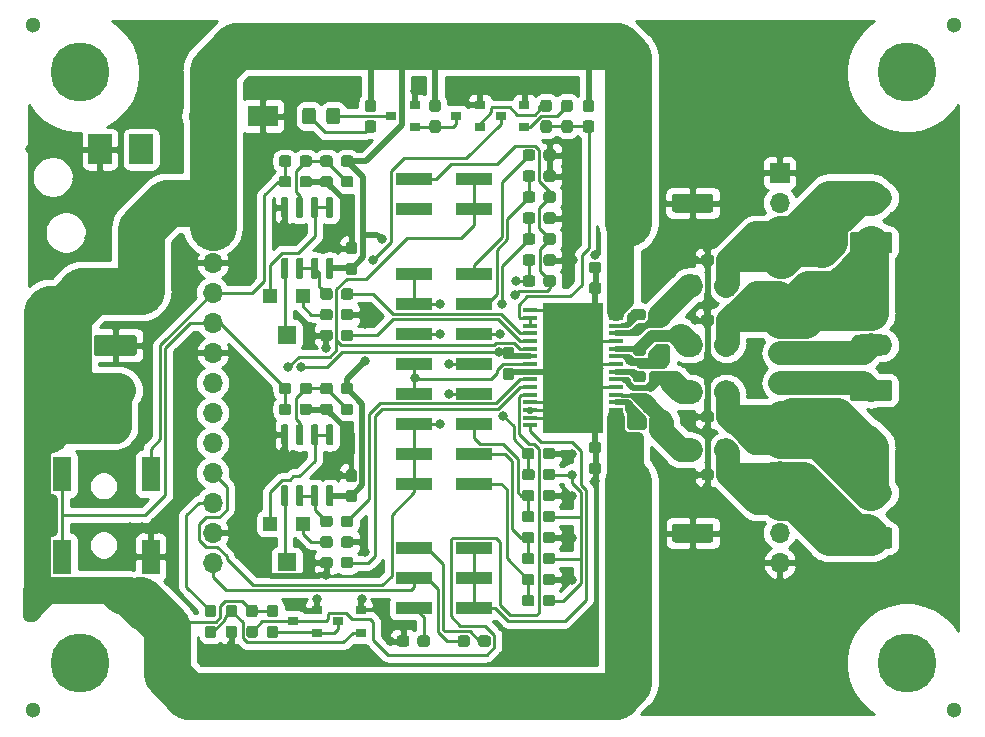
<source format=gtl>
G04 #@! TF.GenerationSoftware,KiCad,Pcbnew,(5.1.2-1)-1*
G04 #@! TF.CreationDate,2023-07-05T23:23:54-04:00*
G04 #@! TF.ProjectId,AmpClassD_Daugher,416d7043-6c61-4737-9344-5f4461756768,rev?*
G04 #@! TF.SameCoordinates,Original*
G04 #@! TF.FileFunction,Copper,L1,Top*
G04 #@! TF.FilePolarity,Positive*
%FSLAX46Y46*%
G04 Gerber Fmt 4.6, Leading zero omitted, Abs format (unit mm)*
G04 Created by KiCad (PCBNEW (5.1.2-1)-1) date 2023-07-05 23:23:54*
%MOMM*%
%LPD*%
G04 APERTURE LIST*
%ADD10C,1.300000*%
%ADD11R,2.000000X2.500000*%
%ADD12C,0.100000*%
%ADD13C,0.950000*%
%ADD14C,1.150000*%
%ADD15C,1.425000*%
%ADD16R,0.900000X0.800000*%
%ADD17R,1.200000X1.200000*%
%ADD18R,1.600000X1.500000*%
%ADD19C,0.600000*%
%ADD20R,5.200000X11.000000*%
%ADD21R,1.200000X0.400000*%
%ADD22C,1.600000*%
%ADD23R,1.500000X3.000000*%
%ADD24R,2.500000X1.800000*%
%ADD25O,1.700000X1.700000*%
%ADD26R,1.700000X1.700000*%
%ADD27C,5.000000*%
%ADD28C,1.800000*%
%ADD29O,3.600000X1.800000*%
%ADD30R,3.150000X1.000000*%
%ADD31C,0.800000*%
%ADD32C,0.250000*%
%ADD33C,0.500000*%
%ADD34C,1.500000*%
%ADD35C,4.000000*%
%ADD36C,3.000000*%
%ADD37C,2.250000*%
%ADD38C,1.000000*%
%ADD39C,2.000000*%
%ADD40C,0.750000*%
%ADD41C,0.254000*%
G04 APERTURE END LIST*
D10*
X144000000Y-94000000D03*
X66000000Y-94000000D03*
X66000000Y-36000000D03*
X144000000Y-36000000D03*
D11*
X75200000Y-46500000D03*
X71700000Y-46500000D03*
X75200000Y-58500000D03*
D12*
G36*
X87685779Y-47026144D02*
G01*
X87708834Y-47029563D01*
X87731443Y-47035227D01*
X87753387Y-47043079D01*
X87774457Y-47053044D01*
X87794448Y-47065026D01*
X87813168Y-47078910D01*
X87830438Y-47094562D01*
X87846090Y-47111832D01*
X87859974Y-47130552D01*
X87871956Y-47150543D01*
X87881921Y-47171613D01*
X87889773Y-47193557D01*
X87895437Y-47216166D01*
X87898856Y-47239221D01*
X87900000Y-47262500D01*
X87900000Y-47737500D01*
X87898856Y-47760779D01*
X87895437Y-47783834D01*
X87889773Y-47806443D01*
X87881921Y-47828387D01*
X87871956Y-47849457D01*
X87859974Y-47869448D01*
X87846090Y-47888168D01*
X87830438Y-47905438D01*
X87813168Y-47921090D01*
X87794448Y-47934974D01*
X87774457Y-47946956D01*
X87753387Y-47956921D01*
X87731443Y-47964773D01*
X87708834Y-47970437D01*
X87685779Y-47973856D01*
X87662500Y-47975000D01*
X87087500Y-47975000D01*
X87064221Y-47973856D01*
X87041166Y-47970437D01*
X87018557Y-47964773D01*
X86996613Y-47956921D01*
X86975543Y-47946956D01*
X86955552Y-47934974D01*
X86936832Y-47921090D01*
X86919562Y-47905438D01*
X86903910Y-47888168D01*
X86890026Y-47869448D01*
X86878044Y-47849457D01*
X86868079Y-47828387D01*
X86860227Y-47806443D01*
X86854563Y-47783834D01*
X86851144Y-47760779D01*
X86850000Y-47737500D01*
X86850000Y-47262500D01*
X86851144Y-47239221D01*
X86854563Y-47216166D01*
X86860227Y-47193557D01*
X86868079Y-47171613D01*
X86878044Y-47150543D01*
X86890026Y-47130552D01*
X86903910Y-47111832D01*
X86919562Y-47094562D01*
X86936832Y-47078910D01*
X86955552Y-47065026D01*
X86975543Y-47053044D01*
X86996613Y-47043079D01*
X87018557Y-47035227D01*
X87041166Y-47029563D01*
X87064221Y-47026144D01*
X87087500Y-47025000D01*
X87662500Y-47025000D01*
X87685779Y-47026144D01*
X87685779Y-47026144D01*
G37*
D13*
X87375000Y-47500000D03*
D12*
G36*
X89435779Y-47026144D02*
G01*
X89458834Y-47029563D01*
X89481443Y-47035227D01*
X89503387Y-47043079D01*
X89524457Y-47053044D01*
X89544448Y-47065026D01*
X89563168Y-47078910D01*
X89580438Y-47094562D01*
X89596090Y-47111832D01*
X89609974Y-47130552D01*
X89621956Y-47150543D01*
X89631921Y-47171613D01*
X89639773Y-47193557D01*
X89645437Y-47216166D01*
X89648856Y-47239221D01*
X89650000Y-47262500D01*
X89650000Y-47737500D01*
X89648856Y-47760779D01*
X89645437Y-47783834D01*
X89639773Y-47806443D01*
X89631921Y-47828387D01*
X89621956Y-47849457D01*
X89609974Y-47869448D01*
X89596090Y-47888168D01*
X89580438Y-47905438D01*
X89563168Y-47921090D01*
X89544448Y-47934974D01*
X89524457Y-47946956D01*
X89503387Y-47956921D01*
X89481443Y-47964773D01*
X89458834Y-47970437D01*
X89435779Y-47973856D01*
X89412500Y-47975000D01*
X88837500Y-47975000D01*
X88814221Y-47973856D01*
X88791166Y-47970437D01*
X88768557Y-47964773D01*
X88746613Y-47956921D01*
X88725543Y-47946956D01*
X88705552Y-47934974D01*
X88686832Y-47921090D01*
X88669562Y-47905438D01*
X88653910Y-47888168D01*
X88640026Y-47869448D01*
X88628044Y-47849457D01*
X88618079Y-47828387D01*
X88610227Y-47806443D01*
X88604563Y-47783834D01*
X88601144Y-47760779D01*
X88600000Y-47737500D01*
X88600000Y-47262500D01*
X88601144Y-47239221D01*
X88604563Y-47216166D01*
X88610227Y-47193557D01*
X88618079Y-47171613D01*
X88628044Y-47150543D01*
X88640026Y-47130552D01*
X88653910Y-47111832D01*
X88669562Y-47094562D01*
X88686832Y-47078910D01*
X88705552Y-47065026D01*
X88725543Y-47053044D01*
X88746613Y-47043079D01*
X88768557Y-47035227D01*
X88791166Y-47029563D01*
X88814221Y-47026144D01*
X88837500Y-47025000D01*
X89412500Y-47025000D01*
X89435779Y-47026144D01*
X89435779Y-47026144D01*
G37*
D13*
X89125000Y-47500000D03*
D12*
G36*
X87685779Y-66276144D02*
G01*
X87708834Y-66279563D01*
X87731443Y-66285227D01*
X87753387Y-66293079D01*
X87774457Y-66303044D01*
X87794448Y-66315026D01*
X87813168Y-66328910D01*
X87830438Y-66344562D01*
X87846090Y-66361832D01*
X87859974Y-66380552D01*
X87871956Y-66400543D01*
X87881921Y-66421613D01*
X87889773Y-66443557D01*
X87895437Y-66466166D01*
X87898856Y-66489221D01*
X87900000Y-66512500D01*
X87900000Y-66987500D01*
X87898856Y-67010779D01*
X87895437Y-67033834D01*
X87889773Y-67056443D01*
X87881921Y-67078387D01*
X87871956Y-67099457D01*
X87859974Y-67119448D01*
X87846090Y-67138168D01*
X87830438Y-67155438D01*
X87813168Y-67171090D01*
X87794448Y-67184974D01*
X87774457Y-67196956D01*
X87753387Y-67206921D01*
X87731443Y-67214773D01*
X87708834Y-67220437D01*
X87685779Y-67223856D01*
X87662500Y-67225000D01*
X87087500Y-67225000D01*
X87064221Y-67223856D01*
X87041166Y-67220437D01*
X87018557Y-67214773D01*
X86996613Y-67206921D01*
X86975543Y-67196956D01*
X86955552Y-67184974D01*
X86936832Y-67171090D01*
X86919562Y-67155438D01*
X86903910Y-67138168D01*
X86890026Y-67119448D01*
X86878044Y-67099457D01*
X86868079Y-67078387D01*
X86860227Y-67056443D01*
X86854563Y-67033834D01*
X86851144Y-67010779D01*
X86850000Y-66987500D01*
X86850000Y-66512500D01*
X86851144Y-66489221D01*
X86854563Y-66466166D01*
X86860227Y-66443557D01*
X86868079Y-66421613D01*
X86878044Y-66400543D01*
X86890026Y-66380552D01*
X86903910Y-66361832D01*
X86919562Y-66344562D01*
X86936832Y-66328910D01*
X86955552Y-66315026D01*
X86975543Y-66303044D01*
X86996613Y-66293079D01*
X87018557Y-66285227D01*
X87041166Y-66279563D01*
X87064221Y-66276144D01*
X87087500Y-66275000D01*
X87662500Y-66275000D01*
X87685779Y-66276144D01*
X87685779Y-66276144D01*
G37*
D13*
X87375000Y-66750000D03*
D12*
G36*
X89435779Y-66276144D02*
G01*
X89458834Y-66279563D01*
X89481443Y-66285227D01*
X89503387Y-66293079D01*
X89524457Y-66303044D01*
X89544448Y-66315026D01*
X89563168Y-66328910D01*
X89580438Y-66344562D01*
X89596090Y-66361832D01*
X89609974Y-66380552D01*
X89621956Y-66400543D01*
X89631921Y-66421613D01*
X89639773Y-66443557D01*
X89645437Y-66466166D01*
X89648856Y-66489221D01*
X89650000Y-66512500D01*
X89650000Y-66987500D01*
X89648856Y-67010779D01*
X89645437Y-67033834D01*
X89639773Y-67056443D01*
X89631921Y-67078387D01*
X89621956Y-67099457D01*
X89609974Y-67119448D01*
X89596090Y-67138168D01*
X89580438Y-67155438D01*
X89563168Y-67171090D01*
X89544448Y-67184974D01*
X89524457Y-67196956D01*
X89503387Y-67206921D01*
X89481443Y-67214773D01*
X89458834Y-67220437D01*
X89435779Y-67223856D01*
X89412500Y-67225000D01*
X88837500Y-67225000D01*
X88814221Y-67223856D01*
X88791166Y-67220437D01*
X88768557Y-67214773D01*
X88746613Y-67206921D01*
X88725543Y-67196956D01*
X88705552Y-67184974D01*
X88686832Y-67171090D01*
X88669562Y-67155438D01*
X88653910Y-67138168D01*
X88640026Y-67119448D01*
X88628044Y-67099457D01*
X88618079Y-67078387D01*
X88610227Y-67056443D01*
X88604563Y-67033834D01*
X88601144Y-67010779D01*
X88600000Y-66987500D01*
X88600000Y-66512500D01*
X88601144Y-66489221D01*
X88604563Y-66466166D01*
X88610227Y-66443557D01*
X88618079Y-66421613D01*
X88628044Y-66400543D01*
X88640026Y-66380552D01*
X88653910Y-66361832D01*
X88669562Y-66344562D01*
X88686832Y-66328910D01*
X88705552Y-66315026D01*
X88725543Y-66303044D01*
X88746613Y-66293079D01*
X88768557Y-66285227D01*
X88791166Y-66279563D01*
X88814221Y-66276144D01*
X88837500Y-66275000D01*
X89412500Y-66275000D01*
X89435779Y-66276144D01*
X89435779Y-66276144D01*
G37*
D13*
X89125000Y-66750000D03*
D12*
G36*
X92935779Y-60026144D02*
G01*
X92958834Y-60029563D01*
X92981443Y-60035227D01*
X93003387Y-60043079D01*
X93024457Y-60053044D01*
X93044448Y-60065026D01*
X93063168Y-60078910D01*
X93080438Y-60094562D01*
X93096090Y-60111832D01*
X93109974Y-60130552D01*
X93121956Y-60150543D01*
X93131921Y-60171613D01*
X93139773Y-60193557D01*
X93145437Y-60216166D01*
X93148856Y-60239221D01*
X93150000Y-60262500D01*
X93150000Y-60737500D01*
X93148856Y-60760779D01*
X93145437Y-60783834D01*
X93139773Y-60806443D01*
X93131921Y-60828387D01*
X93121956Y-60849457D01*
X93109974Y-60869448D01*
X93096090Y-60888168D01*
X93080438Y-60905438D01*
X93063168Y-60921090D01*
X93044448Y-60934974D01*
X93024457Y-60946956D01*
X93003387Y-60956921D01*
X92981443Y-60964773D01*
X92958834Y-60970437D01*
X92935779Y-60973856D01*
X92912500Y-60975000D01*
X92337500Y-60975000D01*
X92314221Y-60973856D01*
X92291166Y-60970437D01*
X92268557Y-60964773D01*
X92246613Y-60956921D01*
X92225543Y-60946956D01*
X92205552Y-60934974D01*
X92186832Y-60921090D01*
X92169562Y-60905438D01*
X92153910Y-60888168D01*
X92140026Y-60869448D01*
X92128044Y-60849457D01*
X92118079Y-60828387D01*
X92110227Y-60806443D01*
X92104563Y-60783834D01*
X92101144Y-60760779D01*
X92100000Y-60737500D01*
X92100000Y-60262500D01*
X92101144Y-60239221D01*
X92104563Y-60216166D01*
X92110227Y-60193557D01*
X92118079Y-60171613D01*
X92128044Y-60150543D01*
X92140026Y-60130552D01*
X92153910Y-60111832D01*
X92169562Y-60094562D01*
X92186832Y-60078910D01*
X92205552Y-60065026D01*
X92225543Y-60053044D01*
X92246613Y-60043079D01*
X92268557Y-60035227D01*
X92291166Y-60029563D01*
X92314221Y-60026144D01*
X92337500Y-60025000D01*
X92912500Y-60025000D01*
X92935779Y-60026144D01*
X92935779Y-60026144D01*
G37*
D13*
X92625000Y-60500000D03*
D12*
G36*
X91185779Y-60026144D02*
G01*
X91208834Y-60029563D01*
X91231443Y-60035227D01*
X91253387Y-60043079D01*
X91274457Y-60053044D01*
X91294448Y-60065026D01*
X91313168Y-60078910D01*
X91330438Y-60094562D01*
X91346090Y-60111832D01*
X91359974Y-60130552D01*
X91371956Y-60150543D01*
X91381921Y-60171613D01*
X91389773Y-60193557D01*
X91395437Y-60216166D01*
X91398856Y-60239221D01*
X91400000Y-60262500D01*
X91400000Y-60737500D01*
X91398856Y-60760779D01*
X91395437Y-60783834D01*
X91389773Y-60806443D01*
X91381921Y-60828387D01*
X91371956Y-60849457D01*
X91359974Y-60869448D01*
X91346090Y-60888168D01*
X91330438Y-60905438D01*
X91313168Y-60921090D01*
X91294448Y-60934974D01*
X91274457Y-60946956D01*
X91253387Y-60956921D01*
X91231443Y-60964773D01*
X91208834Y-60970437D01*
X91185779Y-60973856D01*
X91162500Y-60975000D01*
X90587500Y-60975000D01*
X90564221Y-60973856D01*
X90541166Y-60970437D01*
X90518557Y-60964773D01*
X90496613Y-60956921D01*
X90475543Y-60946956D01*
X90455552Y-60934974D01*
X90436832Y-60921090D01*
X90419562Y-60905438D01*
X90403910Y-60888168D01*
X90390026Y-60869448D01*
X90378044Y-60849457D01*
X90368079Y-60828387D01*
X90360227Y-60806443D01*
X90354563Y-60783834D01*
X90351144Y-60760779D01*
X90350000Y-60737500D01*
X90350000Y-60262500D01*
X90351144Y-60239221D01*
X90354563Y-60216166D01*
X90360227Y-60193557D01*
X90368079Y-60171613D01*
X90378044Y-60150543D01*
X90390026Y-60130552D01*
X90403910Y-60111832D01*
X90419562Y-60094562D01*
X90436832Y-60078910D01*
X90455552Y-60065026D01*
X90475543Y-60053044D01*
X90496613Y-60043079D01*
X90518557Y-60035227D01*
X90541166Y-60029563D01*
X90564221Y-60026144D01*
X90587500Y-60025000D01*
X91162500Y-60025000D01*
X91185779Y-60026144D01*
X91185779Y-60026144D01*
G37*
D13*
X90875000Y-60500000D03*
D12*
G36*
X92935779Y-79276144D02*
G01*
X92958834Y-79279563D01*
X92981443Y-79285227D01*
X93003387Y-79293079D01*
X93024457Y-79303044D01*
X93044448Y-79315026D01*
X93063168Y-79328910D01*
X93080438Y-79344562D01*
X93096090Y-79361832D01*
X93109974Y-79380552D01*
X93121956Y-79400543D01*
X93131921Y-79421613D01*
X93139773Y-79443557D01*
X93145437Y-79466166D01*
X93148856Y-79489221D01*
X93150000Y-79512500D01*
X93150000Y-79987500D01*
X93148856Y-80010779D01*
X93145437Y-80033834D01*
X93139773Y-80056443D01*
X93131921Y-80078387D01*
X93121956Y-80099457D01*
X93109974Y-80119448D01*
X93096090Y-80138168D01*
X93080438Y-80155438D01*
X93063168Y-80171090D01*
X93044448Y-80184974D01*
X93024457Y-80196956D01*
X93003387Y-80206921D01*
X92981443Y-80214773D01*
X92958834Y-80220437D01*
X92935779Y-80223856D01*
X92912500Y-80225000D01*
X92337500Y-80225000D01*
X92314221Y-80223856D01*
X92291166Y-80220437D01*
X92268557Y-80214773D01*
X92246613Y-80206921D01*
X92225543Y-80196956D01*
X92205552Y-80184974D01*
X92186832Y-80171090D01*
X92169562Y-80155438D01*
X92153910Y-80138168D01*
X92140026Y-80119448D01*
X92128044Y-80099457D01*
X92118079Y-80078387D01*
X92110227Y-80056443D01*
X92104563Y-80033834D01*
X92101144Y-80010779D01*
X92100000Y-79987500D01*
X92100000Y-79512500D01*
X92101144Y-79489221D01*
X92104563Y-79466166D01*
X92110227Y-79443557D01*
X92118079Y-79421613D01*
X92128044Y-79400543D01*
X92140026Y-79380552D01*
X92153910Y-79361832D01*
X92169562Y-79344562D01*
X92186832Y-79328910D01*
X92205552Y-79315026D01*
X92225543Y-79303044D01*
X92246613Y-79293079D01*
X92268557Y-79285227D01*
X92291166Y-79279563D01*
X92314221Y-79276144D01*
X92337500Y-79275000D01*
X92912500Y-79275000D01*
X92935779Y-79276144D01*
X92935779Y-79276144D01*
G37*
D13*
X92625000Y-79750000D03*
D12*
G36*
X91185779Y-79276144D02*
G01*
X91208834Y-79279563D01*
X91231443Y-79285227D01*
X91253387Y-79293079D01*
X91274457Y-79303044D01*
X91294448Y-79315026D01*
X91313168Y-79328910D01*
X91330438Y-79344562D01*
X91346090Y-79361832D01*
X91359974Y-79380552D01*
X91371956Y-79400543D01*
X91381921Y-79421613D01*
X91389773Y-79443557D01*
X91395437Y-79466166D01*
X91398856Y-79489221D01*
X91400000Y-79512500D01*
X91400000Y-79987500D01*
X91398856Y-80010779D01*
X91395437Y-80033834D01*
X91389773Y-80056443D01*
X91381921Y-80078387D01*
X91371956Y-80099457D01*
X91359974Y-80119448D01*
X91346090Y-80138168D01*
X91330438Y-80155438D01*
X91313168Y-80171090D01*
X91294448Y-80184974D01*
X91274457Y-80196956D01*
X91253387Y-80206921D01*
X91231443Y-80214773D01*
X91208834Y-80220437D01*
X91185779Y-80223856D01*
X91162500Y-80225000D01*
X90587500Y-80225000D01*
X90564221Y-80223856D01*
X90541166Y-80220437D01*
X90518557Y-80214773D01*
X90496613Y-80206921D01*
X90475543Y-80196956D01*
X90455552Y-80184974D01*
X90436832Y-80171090D01*
X90419562Y-80155438D01*
X90403910Y-80138168D01*
X90390026Y-80119448D01*
X90378044Y-80099457D01*
X90368079Y-80078387D01*
X90360227Y-80056443D01*
X90354563Y-80033834D01*
X90351144Y-80010779D01*
X90350000Y-79987500D01*
X90350000Y-79512500D01*
X90351144Y-79489221D01*
X90354563Y-79466166D01*
X90360227Y-79443557D01*
X90368079Y-79421613D01*
X90378044Y-79400543D01*
X90390026Y-79380552D01*
X90403910Y-79361832D01*
X90419562Y-79344562D01*
X90436832Y-79328910D01*
X90455552Y-79315026D01*
X90475543Y-79303044D01*
X90496613Y-79293079D01*
X90518557Y-79285227D01*
X90541166Y-79279563D01*
X90564221Y-79276144D01*
X90587500Y-79275000D01*
X91162500Y-79275000D01*
X91185779Y-79276144D01*
X91185779Y-79276144D01*
G37*
D13*
X90875000Y-79750000D03*
D12*
G36*
X92935779Y-77526144D02*
G01*
X92958834Y-77529563D01*
X92981443Y-77535227D01*
X93003387Y-77543079D01*
X93024457Y-77553044D01*
X93044448Y-77565026D01*
X93063168Y-77578910D01*
X93080438Y-77594562D01*
X93096090Y-77611832D01*
X93109974Y-77630552D01*
X93121956Y-77650543D01*
X93131921Y-77671613D01*
X93139773Y-77693557D01*
X93145437Y-77716166D01*
X93148856Y-77739221D01*
X93150000Y-77762500D01*
X93150000Y-78237500D01*
X93148856Y-78260779D01*
X93145437Y-78283834D01*
X93139773Y-78306443D01*
X93131921Y-78328387D01*
X93121956Y-78349457D01*
X93109974Y-78369448D01*
X93096090Y-78388168D01*
X93080438Y-78405438D01*
X93063168Y-78421090D01*
X93044448Y-78434974D01*
X93024457Y-78446956D01*
X93003387Y-78456921D01*
X92981443Y-78464773D01*
X92958834Y-78470437D01*
X92935779Y-78473856D01*
X92912500Y-78475000D01*
X92337500Y-78475000D01*
X92314221Y-78473856D01*
X92291166Y-78470437D01*
X92268557Y-78464773D01*
X92246613Y-78456921D01*
X92225543Y-78446956D01*
X92205552Y-78434974D01*
X92186832Y-78421090D01*
X92169562Y-78405438D01*
X92153910Y-78388168D01*
X92140026Y-78369448D01*
X92128044Y-78349457D01*
X92118079Y-78328387D01*
X92110227Y-78306443D01*
X92104563Y-78283834D01*
X92101144Y-78260779D01*
X92100000Y-78237500D01*
X92100000Y-77762500D01*
X92101144Y-77739221D01*
X92104563Y-77716166D01*
X92110227Y-77693557D01*
X92118079Y-77671613D01*
X92128044Y-77650543D01*
X92140026Y-77630552D01*
X92153910Y-77611832D01*
X92169562Y-77594562D01*
X92186832Y-77578910D01*
X92205552Y-77565026D01*
X92225543Y-77553044D01*
X92246613Y-77543079D01*
X92268557Y-77535227D01*
X92291166Y-77529563D01*
X92314221Y-77526144D01*
X92337500Y-77525000D01*
X92912500Y-77525000D01*
X92935779Y-77526144D01*
X92935779Y-77526144D01*
G37*
D13*
X92625000Y-78000000D03*
D12*
G36*
X91185779Y-77526144D02*
G01*
X91208834Y-77529563D01*
X91231443Y-77535227D01*
X91253387Y-77543079D01*
X91274457Y-77553044D01*
X91294448Y-77565026D01*
X91313168Y-77578910D01*
X91330438Y-77594562D01*
X91346090Y-77611832D01*
X91359974Y-77630552D01*
X91371956Y-77650543D01*
X91381921Y-77671613D01*
X91389773Y-77693557D01*
X91395437Y-77716166D01*
X91398856Y-77739221D01*
X91400000Y-77762500D01*
X91400000Y-78237500D01*
X91398856Y-78260779D01*
X91395437Y-78283834D01*
X91389773Y-78306443D01*
X91381921Y-78328387D01*
X91371956Y-78349457D01*
X91359974Y-78369448D01*
X91346090Y-78388168D01*
X91330438Y-78405438D01*
X91313168Y-78421090D01*
X91294448Y-78434974D01*
X91274457Y-78446956D01*
X91253387Y-78456921D01*
X91231443Y-78464773D01*
X91208834Y-78470437D01*
X91185779Y-78473856D01*
X91162500Y-78475000D01*
X90587500Y-78475000D01*
X90564221Y-78473856D01*
X90541166Y-78470437D01*
X90518557Y-78464773D01*
X90496613Y-78456921D01*
X90475543Y-78446956D01*
X90455552Y-78434974D01*
X90436832Y-78421090D01*
X90419562Y-78405438D01*
X90403910Y-78388168D01*
X90390026Y-78369448D01*
X90378044Y-78349457D01*
X90368079Y-78328387D01*
X90360227Y-78306443D01*
X90354563Y-78283834D01*
X90351144Y-78260779D01*
X90350000Y-78237500D01*
X90350000Y-77762500D01*
X90351144Y-77739221D01*
X90354563Y-77716166D01*
X90360227Y-77693557D01*
X90368079Y-77671613D01*
X90378044Y-77650543D01*
X90390026Y-77630552D01*
X90403910Y-77611832D01*
X90419562Y-77594562D01*
X90436832Y-77578910D01*
X90455552Y-77565026D01*
X90475543Y-77553044D01*
X90496613Y-77543079D01*
X90518557Y-77535227D01*
X90541166Y-77529563D01*
X90564221Y-77526144D01*
X90587500Y-77525000D01*
X91162500Y-77525000D01*
X91185779Y-77526144D01*
X91185779Y-77526144D01*
G37*
D13*
X90875000Y-78000000D03*
D12*
G36*
X91185779Y-81026144D02*
G01*
X91208834Y-81029563D01*
X91231443Y-81035227D01*
X91253387Y-81043079D01*
X91274457Y-81053044D01*
X91294448Y-81065026D01*
X91313168Y-81078910D01*
X91330438Y-81094562D01*
X91346090Y-81111832D01*
X91359974Y-81130552D01*
X91371956Y-81150543D01*
X91381921Y-81171613D01*
X91389773Y-81193557D01*
X91395437Y-81216166D01*
X91398856Y-81239221D01*
X91400000Y-81262500D01*
X91400000Y-81737500D01*
X91398856Y-81760779D01*
X91395437Y-81783834D01*
X91389773Y-81806443D01*
X91381921Y-81828387D01*
X91371956Y-81849457D01*
X91359974Y-81869448D01*
X91346090Y-81888168D01*
X91330438Y-81905438D01*
X91313168Y-81921090D01*
X91294448Y-81934974D01*
X91274457Y-81946956D01*
X91253387Y-81956921D01*
X91231443Y-81964773D01*
X91208834Y-81970437D01*
X91185779Y-81973856D01*
X91162500Y-81975000D01*
X90587500Y-81975000D01*
X90564221Y-81973856D01*
X90541166Y-81970437D01*
X90518557Y-81964773D01*
X90496613Y-81956921D01*
X90475543Y-81946956D01*
X90455552Y-81934974D01*
X90436832Y-81921090D01*
X90419562Y-81905438D01*
X90403910Y-81888168D01*
X90390026Y-81869448D01*
X90378044Y-81849457D01*
X90368079Y-81828387D01*
X90360227Y-81806443D01*
X90354563Y-81783834D01*
X90351144Y-81760779D01*
X90350000Y-81737500D01*
X90350000Y-81262500D01*
X90351144Y-81239221D01*
X90354563Y-81216166D01*
X90360227Y-81193557D01*
X90368079Y-81171613D01*
X90378044Y-81150543D01*
X90390026Y-81130552D01*
X90403910Y-81111832D01*
X90419562Y-81094562D01*
X90436832Y-81078910D01*
X90455552Y-81065026D01*
X90475543Y-81053044D01*
X90496613Y-81043079D01*
X90518557Y-81035227D01*
X90541166Y-81029563D01*
X90564221Y-81026144D01*
X90587500Y-81025000D01*
X91162500Y-81025000D01*
X91185779Y-81026144D01*
X91185779Y-81026144D01*
G37*
D13*
X90875000Y-81500000D03*
D12*
G36*
X92935779Y-81026144D02*
G01*
X92958834Y-81029563D01*
X92981443Y-81035227D01*
X93003387Y-81043079D01*
X93024457Y-81053044D01*
X93044448Y-81065026D01*
X93063168Y-81078910D01*
X93080438Y-81094562D01*
X93096090Y-81111832D01*
X93109974Y-81130552D01*
X93121956Y-81150543D01*
X93131921Y-81171613D01*
X93139773Y-81193557D01*
X93145437Y-81216166D01*
X93148856Y-81239221D01*
X93150000Y-81262500D01*
X93150000Y-81737500D01*
X93148856Y-81760779D01*
X93145437Y-81783834D01*
X93139773Y-81806443D01*
X93131921Y-81828387D01*
X93121956Y-81849457D01*
X93109974Y-81869448D01*
X93096090Y-81888168D01*
X93080438Y-81905438D01*
X93063168Y-81921090D01*
X93044448Y-81934974D01*
X93024457Y-81946956D01*
X93003387Y-81956921D01*
X92981443Y-81964773D01*
X92958834Y-81970437D01*
X92935779Y-81973856D01*
X92912500Y-81975000D01*
X92337500Y-81975000D01*
X92314221Y-81973856D01*
X92291166Y-81970437D01*
X92268557Y-81964773D01*
X92246613Y-81956921D01*
X92225543Y-81946956D01*
X92205552Y-81934974D01*
X92186832Y-81921090D01*
X92169562Y-81905438D01*
X92153910Y-81888168D01*
X92140026Y-81869448D01*
X92128044Y-81849457D01*
X92118079Y-81828387D01*
X92110227Y-81806443D01*
X92104563Y-81783834D01*
X92101144Y-81760779D01*
X92100000Y-81737500D01*
X92100000Y-81262500D01*
X92101144Y-81239221D01*
X92104563Y-81216166D01*
X92110227Y-81193557D01*
X92118079Y-81171613D01*
X92128044Y-81150543D01*
X92140026Y-81130552D01*
X92153910Y-81111832D01*
X92169562Y-81094562D01*
X92186832Y-81078910D01*
X92205552Y-81065026D01*
X92225543Y-81053044D01*
X92246613Y-81043079D01*
X92268557Y-81035227D01*
X92291166Y-81029563D01*
X92314221Y-81026144D01*
X92337500Y-81025000D01*
X92912500Y-81025000D01*
X92935779Y-81026144D01*
X92935779Y-81026144D01*
G37*
D13*
X92625000Y-81500000D03*
D12*
G36*
X91185779Y-58276144D02*
G01*
X91208834Y-58279563D01*
X91231443Y-58285227D01*
X91253387Y-58293079D01*
X91274457Y-58303044D01*
X91294448Y-58315026D01*
X91313168Y-58328910D01*
X91330438Y-58344562D01*
X91346090Y-58361832D01*
X91359974Y-58380552D01*
X91371956Y-58400543D01*
X91381921Y-58421613D01*
X91389773Y-58443557D01*
X91395437Y-58466166D01*
X91398856Y-58489221D01*
X91400000Y-58512500D01*
X91400000Y-58987500D01*
X91398856Y-59010779D01*
X91395437Y-59033834D01*
X91389773Y-59056443D01*
X91381921Y-59078387D01*
X91371956Y-59099457D01*
X91359974Y-59119448D01*
X91346090Y-59138168D01*
X91330438Y-59155438D01*
X91313168Y-59171090D01*
X91294448Y-59184974D01*
X91274457Y-59196956D01*
X91253387Y-59206921D01*
X91231443Y-59214773D01*
X91208834Y-59220437D01*
X91185779Y-59223856D01*
X91162500Y-59225000D01*
X90587500Y-59225000D01*
X90564221Y-59223856D01*
X90541166Y-59220437D01*
X90518557Y-59214773D01*
X90496613Y-59206921D01*
X90475543Y-59196956D01*
X90455552Y-59184974D01*
X90436832Y-59171090D01*
X90419562Y-59155438D01*
X90403910Y-59138168D01*
X90390026Y-59119448D01*
X90378044Y-59099457D01*
X90368079Y-59078387D01*
X90360227Y-59056443D01*
X90354563Y-59033834D01*
X90351144Y-59010779D01*
X90350000Y-58987500D01*
X90350000Y-58512500D01*
X90351144Y-58489221D01*
X90354563Y-58466166D01*
X90360227Y-58443557D01*
X90368079Y-58421613D01*
X90378044Y-58400543D01*
X90390026Y-58380552D01*
X90403910Y-58361832D01*
X90419562Y-58344562D01*
X90436832Y-58328910D01*
X90455552Y-58315026D01*
X90475543Y-58303044D01*
X90496613Y-58293079D01*
X90518557Y-58285227D01*
X90541166Y-58279563D01*
X90564221Y-58276144D01*
X90587500Y-58275000D01*
X91162500Y-58275000D01*
X91185779Y-58276144D01*
X91185779Y-58276144D01*
G37*
D13*
X90875000Y-58750000D03*
D12*
G36*
X92935779Y-58276144D02*
G01*
X92958834Y-58279563D01*
X92981443Y-58285227D01*
X93003387Y-58293079D01*
X93024457Y-58303044D01*
X93044448Y-58315026D01*
X93063168Y-58328910D01*
X93080438Y-58344562D01*
X93096090Y-58361832D01*
X93109974Y-58380552D01*
X93121956Y-58400543D01*
X93131921Y-58421613D01*
X93139773Y-58443557D01*
X93145437Y-58466166D01*
X93148856Y-58489221D01*
X93150000Y-58512500D01*
X93150000Y-58987500D01*
X93148856Y-59010779D01*
X93145437Y-59033834D01*
X93139773Y-59056443D01*
X93131921Y-59078387D01*
X93121956Y-59099457D01*
X93109974Y-59119448D01*
X93096090Y-59138168D01*
X93080438Y-59155438D01*
X93063168Y-59171090D01*
X93044448Y-59184974D01*
X93024457Y-59196956D01*
X93003387Y-59206921D01*
X92981443Y-59214773D01*
X92958834Y-59220437D01*
X92935779Y-59223856D01*
X92912500Y-59225000D01*
X92337500Y-59225000D01*
X92314221Y-59223856D01*
X92291166Y-59220437D01*
X92268557Y-59214773D01*
X92246613Y-59206921D01*
X92225543Y-59196956D01*
X92205552Y-59184974D01*
X92186832Y-59171090D01*
X92169562Y-59155438D01*
X92153910Y-59138168D01*
X92140026Y-59119448D01*
X92128044Y-59099457D01*
X92118079Y-59078387D01*
X92110227Y-59056443D01*
X92104563Y-59033834D01*
X92101144Y-59010779D01*
X92100000Y-58987500D01*
X92100000Y-58512500D01*
X92101144Y-58489221D01*
X92104563Y-58466166D01*
X92110227Y-58443557D01*
X92118079Y-58421613D01*
X92128044Y-58400543D01*
X92140026Y-58380552D01*
X92153910Y-58361832D01*
X92169562Y-58344562D01*
X92186832Y-58328910D01*
X92205552Y-58315026D01*
X92225543Y-58303044D01*
X92246613Y-58293079D01*
X92268557Y-58285227D01*
X92291166Y-58279563D01*
X92314221Y-58276144D01*
X92337500Y-58275000D01*
X92912500Y-58275000D01*
X92935779Y-58276144D01*
X92935779Y-58276144D01*
G37*
D13*
X92625000Y-58750000D03*
D12*
G36*
X91185779Y-61776144D02*
G01*
X91208834Y-61779563D01*
X91231443Y-61785227D01*
X91253387Y-61793079D01*
X91274457Y-61803044D01*
X91294448Y-61815026D01*
X91313168Y-61828910D01*
X91330438Y-61844562D01*
X91346090Y-61861832D01*
X91359974Y-61880552D01*
X91371956Y-61900543D01*
X91381921Y-61921613D01*
X91389773Y-61943557D01*
X91395437Y-61966166D01*
X91398856Y-61989221D01*
X91400000Y-62012500D01*
X91400000Y-62487500D01*
X91398856Y-62510779D01*
X91395437Y-62533834D01*
X91389773Y-62556443D01*
X91381921Y-62578387D01*
X91371956Y-62599457D01*
X91359974Y-62619448D01*
X91346090Y-62638168D01*
X91330438Y-62655438D01*
X91313168Y-62671090D01*
X91294448Y-62684974D01*
X91274457Y-62696956D01*
X91253387Y-62706921D01*
X91231443Y-62714773D01*
X91208834Y-62720437D01*
X91185779Y-62723856D01*
X91162500Y-62725000D01*
X90587500Y-62725000D01*
X90564221Y-62723856D01*
X90541166Y-62720437D01*
X90518557Y-62714773D01*
X90496613Y-62706921D01*
X90475543Y-62696956D01*
X90455552Y-62684974D01*
X90436832Y-62671090D01*
X90419562Y-62655438D01*
X90403910Y-62638168D01*
X90390026Y-62619448D01*
X90378044Y-62599457D01*
X90368079Y-62578387D01*
X90360227Y-62556443D01*
X90354563Y-62533834D01*
X90351144Y-62510779D01*
X90350000Y-62487500D01*
X90350000Y-62012500D01*
X90351144Y-61989221D01*
X90354563Y-61966166D01*
X90360227Y-61943557D01*
X90368079Y-61921613D01*
X90378044Y-61900543D01*
X90390026Y-61880552D01*
X90403910Y-61861832D01*
X90419562Y-61844562D01*
X90436832Y-61828910D01*
X90455552Y-61815026D01*
X90475543Y-61803044D01*
X90496613Y-61793079D01*
X90518557Y-61785227D01*
X90541166Y-61779563D01*
X90564221Y-61776144D01*
X90587500Y-61775000D01*
X91162500Y-61775000D01*
X91185779Y-61776144D01*
X91185779Y-61776144D01*
G37*
D13*
X90875000Y-62250000D03*
D12*
G36*
X92935779Y-61776144D02*
G01*
X92958834Y-61779563D01*
X92981443Y-61785227D01*
X93003387Y-61793079D01*
X93024457Y-61803044D01*
X93044448Y-61815026D01*
X93063168Y-61828910D01*
X93080438Y-61844562D01*
X93096090Y-61861832D01*
X93109974Y-61880552D01*
X93121956Y-61900543D01*
X93131921Y-61921613D01*
X93139773Y-61943557D01*
X93145437Y-61966166D01*
X93148856Y-61989221D01*
X93150000Y-62012500D01*
X93150000Y-62487500D01*
X93148856Y-62510779D01*
X93145437Y-62533834D01*
X93139773Y-62556443D01*
X93131921Y-62578387D01*
X93121956Y-62599457D01*
X93109974Y-62619448D01*
X93096090Y-62638168D01*
X93080438Y-62655438D01*
X93063168Y-62671090D01*
X93044448Y-62684974D01*
X93024457Y-62696956D01*
X93003387Y-62706921D01*
X92981443Y-62714773D01*
X92958834Y-62720437D01*
X92935779Y-62723856D01*
X92912500Y-62725000D01*
X92337500Y-62725000D01*
X92314221Y-62723856D01*
X92291166Y-62720437D01*
X92268557Y-62714773D01*
X92246613Y-62706921D01*
X92225543Y-62696956D01*
X92205552Y-62684974D01*
X92186832Y-62671090D01*
X92169562Y-62655438D01*
X92153910Y-62638168D01*
X92140026Y-62619448D01*
X92128044Y-62599457D01*
X92118079Y-62578387D01*
X92110227Y-62556443D01*
X92104563Y-62533834D01*
X92101144Y-62510779D01*
X92100000Y-62487500D01*
X92100000Y-62012500D01*
X92101144Y-61989221D01*
X92104563Y-61966166D01*
X92110227Y-61943557D01*
X92118079Y-61921613D01*
X92128044Y-61900543D01*
X92140026Y-61880552D01*
X92153910Y-61861832D01*
X92169562Y-61844562D01*
X92186832Y-61828910D01*
X92205552Y-61815026D01*
X92225543Y-61803044D01*
X92246613Y-61793079D01*
X92268557Y-61785227D01*
X92291166Y-61779563D01*
X92314221Y-61776144D01*
X92337500Y-61775000D01*
X92912500Y-61775000D01*
X92935779Y-61776144D01*
X92935779Y-61776144D01*
G37*
D13*
X92625000Y-62250000D03*
D12*
G36*
X106559779Y-63244144D02*
G01*
X106582834Y-63247563D01*
X106605443Y-63253227D01*
X106627387Y-63261079D01*
X106648457Y-63271044D01*
X106668448Y-63283026D01*
X106687168Y-63296910D01*
X106704438Y-63312562D01*
X106720090Y-63329832D01*
X106733974Y-63348552D01*
X106745956Y-63368543D01*
X106755921Y-63389613D01*
X106763773Y-63411557D01*
X106769437Y-63434166D01*
X106772856Y-63457221D01*
X106774000Y-63480500D01*
X106774000Y-64055500D01*
X106772856Y-64078779D01*
X106769437Y-64101834D01*
X106763773Y-64124443D01*
X106755921Y-64146387D01*
X106745956Y-64167457D01*
X106733974Y-64187448D01*
X106720090Y-64206168D01*
X106704438Y-64223438D01*
X106687168Y-64239090D01*
X106668448Y-64252974D01*
X106648457Y-64264956D01*
X106627387Y-64274921D01*
X106605443Y-64282773D01*
X106582834Y-64288437D01*
X106559779Y-64291856D01*
X106536500Y-64293000D01*
X106061500Y-64293000D01*
X106038221Y-64291856D01*
X106015166Y-64288437D01*
X105992557Y-64282773D01*
X105970613Y-64274921D01*
X105949543Y-64264956D01*
X105929552Y-64252974D01*
X105910832Y-64239090D01*
X105893562Y-64223438D01*
X105877910Y-64206168D01*
X105864026Y-64187448D01*
X105852044Y-64167457D01*
X105842079Y-64146387D01*
X105834227Y-64124443D01*
X105828563Y-64101834D01*
X105825144Y-64078779D01*
X105824000Y-64055500D01*
X105824000Y-63480500D01*
X105825144Y-63457221D01*
X105828563Y-63434166D01*
X105834227Y-63411557D01*
X105842079Y-63389613D01*
X105852044Y-63368543D01*
X105864026Y-63348552D01*
X105877910Y-63329832D01*
X105893562Y-63312562D01*
X105910832Y-63296910D01*
X105929552Y-63283026D01*
X105949543Y-63271044D01*
X105970613Y-63261079D01*
X105992557Y-63253227D01*
X106015166Y-63247563D01*
X106038221Y-63244144D01*
X106061500Y-63243000D01*
X106536500Y-63243000D01*
X106559779Y-63244144D01*
X106559779Y-63244144D01*
G37*
D13*
X106299000Y-63768000D03*
D12*
G36*
X106559779Y-64994144D02*
G01*
X106582834Y-64997563D01*
X106605443Y-65003227D01*
X106627387Y-65011079D01*
X106648457Y-65021044D01*
X106668448Y-65033026D01*
X106687168Y-65046910D01*
X106704438Y-65062562D01*
X106720090Y-65079832D01*
X106733974Y-65098552D01*
X106745956Y-65118543D01*
X106755921Y-65139613D01*
X106763773Y-65161557D01*
X106769437Y-65184166D01*
X106772856Y-65207221D01*
X106774000Y-65230500D01*
X106774000Y-65805500D01*
X106772856Y-65828779D01*
X106769437Y-65851834D01*
X106763773Y-65874443D01*
X106755921Y-65896387D01*
X106745956Y-65917457D01*
X106733974Y-65937448D01*
X106720090Y-65956168D01*
X106704438Y-65973438D01*
X106687168Y-65989090D01*
X106668448Y-66002974D01*
X106648457Y-66014956D01*
X106627387Y-66024921D01*
X106605443Y-66032773D01*
X106582834Y-66038437D01*
X106559779Y-66041856D01*
X106536500Y-66043000D01*
X106061500Y-66043000D01*
X106038221Y-66041856D01*
X106015166Y-66038437D01*
X105992557Y-66032773D01*
X105970613Y-66024921D01*
X105949543Y-66014956D01*
X105929552Y-66002974D01*
X105910832Y-65989090D01*
X105893562Y-65973438D01*
X105877910Y-65956168D01*
X105864026Y-65937448D01*
X105852044Y-65917457D01*
X105842079Y-65896387D01*
X105834227Y-65874443D01*
X105828563Y-65851834D01*
X105825144Y-65828779D01*
X105824000Y-65805500D01*
X105824000Y-65230500D01*
X105825144Y-65207221D01*
X105828563Y-65184166D01*
X105834227Y-65161557D01*
X105842079Y-65139613D01*
X105852044Y-65118543D01*
X105864026Y-65098552D01*
X105877910Y-65079832D01*
X105893562Y-65062562D01*
X105910832Y-65046910D01*
X105929552Y-65033026D01*
X105949543Y-65021044D01*
X105970613Y-65011079D01*
X105992557Y-65003227D01*
X106015166Y-64997563D01*
X106038221Y-64994144D01*
X106061500Y-64993000D01*
X106536500Y-64993000D01*
X106559779Y-64994144D01*
X106559779Y-64994144D01*
G37*
D13*
X106299000Y-65518000D03*
D12*
G36*
X113935779Y-73026144D02*
G01*
X113958834Y-73029563D01*
X113981443Y-73035227D01*
X114003387Y-73043079D01*
X114024457Y-73053044D01*
X114044448Y-73065026D01*
X114063168Y-73078910D01*
X114080438Y-73094562D01*
X114096090Y-73111832D01*
X114109974Y-73130552D01*
X114121956Y-73150543D01*
X114131921Y-73171613D01*
X114139773Y-73193557D01*
X114145437Y-73216166D01*
X114148856Y-73239221D01*
X114150000Y-73262500D01*
X114150000Y-73737500D01*
X114148856Y-73760779D01*
X114145437Y-73783834D01*
X114139773Y-73806443D01*
X114131921Y-73828387D01*
X114121956Y-73849457D01*
X114109974Y-73869448D01*
X114096090Y-73888168D01*
X114080438Y-73905438D01*
X114063168Y-73921090D01*
X114044448Y-73934974D01*
X114024457Y-73946956D01*
X114003387Y-73956921D01*
X113981443Y-73964773D01*
X113958834Y-73970437D01*
X113935779Y-73973856D01*
X113912500Y-73975000D01*
X113337500Y-73975000D01*
X113314221Y-73973856D01*
X113291166Y-73970437D01*
X113268557Y-73964773D01*
X113246613Y-73956921D01*
X113225543Y-73946956D01*
X113205552Y-73934974D01*
X113186832Y-73921090D01*
X113169562Y-73905438D01*
X113153910Y-73888168D01*
X113140026Y-73869448D01*
X113128044Y-73849457D01*
X113118079Y-73828387D01*
X113110227Y-73806443D01*
X113104563Y-73783834D01*
X113101144Y-73760779D01*
X113100000Y-73737500D01*
X113100000Y-73262500D01*
X113101144Y-73239221D01*
X113104563Y-73216166D01*
X113110227Y-73193557D01*
X113118079Y-73171613D01*
X113128044Y-73150543D01*
X113140026Y-73130552D01*
X113153910Y-73111832D01*
X113169562Y-73094562D01*
X113186832Y-73078910D01*
X113205552Y-73065026D01*
X113225543Y-73053044D01*
X113246613Y-73043079D01*
X113268557Y-73035227D01*
X113291166Y-73029563D01*
X113314221Y-73026144D01*
X113337500Y-73025000D01*
X113912500Y-73025000D01*
X113935779Y-73026144D01*
X113935779Y-73026144D01*
G37*
D13*
X113625000Y-73500000D03*
D12*
G36*
X115685779Y-73026144D02*
G01*
X115708834Y-73029563D01*
X115731443Y-73035227D01*
X115753387Y-73043079D01*
X115774457Y-73053044D01*
X115794448Y-73065026D01*
X115813168Y-73078910D01*
X115830438Y-73094562D01*
X115846090Y-73111832D01*
X115859974Y-73130552D01*
X115871956Y-73150543D01*
X115881921Y-73171613D01*
X115889773Y-73193557D01*
X115895437Y-73216166D01*
X115898856Y-73239221D01*
X115900000Y-73262500D01*
X115900000Y-73737500D01*
X115898856Y-73760779D01*
X115895437Y-73783834D01*
X115889773Y-73806443D01*
X115881921Y-73828387D01*
X115871956Y-73849457D01*
X115859974Y-73869448D01*
X115846090Y-73888168D01*
X115830438Y-73905438D01*
X115813168Y-73921090D01*
X115794448Y-73934974D01*
X115774457Y-73946956D01*
X115753387Y-73956921D01*
X115731443Y-73964773D01*
X115708834Y-73970437D01*
X115685779Y-73973856D01*
X115662500Y-73975000D01*
X115087500Y-73975000D01*
X115064221Y-73973856D01*
X115041166Y-73970437D01*
X115018557Y-73964773D01*
X114996613Y-73956921D01*
X114975543Y-73946956D01*
X114955552Y-73934974D01*
X114936832Y-73921090D01*
X114919562Y-73905438D01*
X114903910Y-73888168D01*
X114890026Y-73869448D01*
X114878044Y-73849457D01*
X114868079Y-73828387D01*
X114860227Y-73806443D01*
X114854563Y-73783834D01*
X114851144Y-73760779D01*
X114850000Y-73737500D01*
X114850000Y-73262500D01*
X114851144Y-73239221D01*
X114854563Y-73216166D01*
X114860227Y-73193557D01*
X114868079Y-73171613D01*
X114878044Y-73150543D01*
X114890026Y-73130552D01*
X114903910Y-73111832D01*
X114919562Y-73094562D01*
X114936832Y-73078910D01*
X114955552Y-73065026D01*
X114975543Y-73053044D01*
X114996613Y-73043079D01*
X115018557Y-73035227D01*
X115041166Y-73029563D01*
X115064221Y-73026144D01*
X115087500Y-73025000D01*
X115662500Y-73025000D01*
X115685779Y-73026144D01*
X115685779Y-73026144D01*
G37*
D13*
X115375000Y-73500000D03*
D12*
G36*
X115685779Y-56026144D02*
G01*
X115708834Y-56029563D01*
X115731443Y-56035227D01*
X115753387Y-56043079D01*
X115774457Y-56053044D01*
X115794448Y-56065026D01*
X115813168Y-56078910D01*
X115830438Y-56094562D01*
X115846090Y-56111832D01*
X115859974Y-56130552D01*
X115871956Y-56150543D01*
X115881921Y-56171613D01*
X115889773Y-56193557D01*
X115895437Y-56216166D01*
X115898856Y-56239221D01*
X115900000Y-56262500D01*
X115900000Y-56737500D01*
X115898856Y-56760779D01*
X115895437Y-56783834D01*
X115889773Y-56806443D01*
X115881921Y-56828387D01*
X115871956Y-56849457D01*
X115859974Y-56869448D01*
X115846090Y-56888168D01*
X115830438Y-56905438D01*
X115813168Y-56921090D01*
X115794448Y-56934974D01*
X115774457Y-56946956D01*
X115753387Y-56956921D01*
X115731443Y-56964773D01*
X115708834Y-56970437D01*
X115685779Y-56973856D01*
X115662500Y-56975000D01*
X115087500Y-56975000D01*
X115064221Y-56973856D01*
X115041166Y-56970437D01*
X115018557Y-56964773D01*
X114996613Y-56956921D01*
X114975543Y-56946956D01*
X114955552Y-56934974D01*
X114936832Y-56921090D01*
X114919562Y-56905438D01*
X114903910Y-56888168D01*
X114890026Y-56869448D01*
X114878044Y-56849457D01*
X114868079Y-56828387D01*
X114860227Y-56806443D01*
X114854563Y-56783834D01*
X114851144Y-56760779D01*
X114850000Y-56737500D01*
X114850000Y-56262500D01*
X114851144Y-56239221D01*
X114854563Y-56216166D01*
X114860227Y-56193557D01*
X114868079Y-56171613D01*
X114878044Y-56150543D01*
X114890026Y-56130552D01*
X114903910Y-56111832D01*
X114919562Y-56094562D01*
X114936832Y-56078910D01*
X114955552Y-56065026D01*
X114975543Y-56053044D01*
X114996613Y-56043079D01*
X115018557Y-56035227D01*
X115041166Y-56029563D01*
X115064221Y-56026144D01*
X115087500Y-56025000D01*
X115662500Y-56025000D01*
X115685779Y-56026144D01*
X115685779Y-56026144D01*
G37*
D13*
X115375000Y-56500000D03*
D12*
G36*
X113935779Y-56026144D02*
G01*
X113958834Y-56029563D01*
X113981443Y-56035227D01*
X114003387Y-56043079D01*
X114024457Y-56053044D01*
X114044448Y-56065026D01*
X114063168Y-56078910D01*
X114080438Y-56094562D01*
X114096090Y-56111832D01*
X114109974Y-56130552D01*
X114121956Y-56150543D01*
X114131921Y-56171613D01*
X114139773Y-56193557D01*
X114145437Y-56216166D01*
X114148856Y-56239221D01*
X114150000Y-56262500D01*
X114150000Y-56737500D01*
X114148856Y-56760779D01*
X114145437Y-56783834D01*
X114139773Y-56806443D01*
X114131921Y-56828387D01*
X114121956Y-56849457D01*
X114109974Y-56869448D01*
X114096090Y-56888168D01*
X114080438Y-56905438D01*
X114063168Y-56921090D01*
X114044448Y-56934974D01*
X114024457Y-56946956D01*
X114003387Y-56956921D01*
X113981443Y-56964773D01*
X113958834Y-56970437D01*
X113935779Y-56973856D01*
X113912500Y-56975000D01*
X113337500Y-56975000D01*
X113314221Y-56973856D01*
X113291166Y-56970437D01*
X113268557Y-56964773D01*
X113246613Y-56956921D01*
X113225543Y-56946956D01*
X113205552Y-56934974D01*
X113186832Y-56921090D01*
X113169562Y-56905438D01*
X113153910Y-56888168D01*
X113140026Y-56869448D01*
X113128044Y-56849457D01*
X113118079Y-56828387D01*
X113110227Y-56806443D01*
X113104563Y-56783834D01*
X113101144Y-56760779D01*
X113100000Y-56737500D01*
X113100000Y-56262500D01*
X113101144Y-56239221D01*
X113104563Y-56216166D01*
X113110227Y-56193557D01*
X113118079Y-56171613D01*
X113128044Y-56150543D01*
X113140026Y-56130552D01*
X113153910Y-56111832D01*
X113169562Y-56094562D01*
X113186832Y-56078910D01*
X113205552Y-56065026D01*
X113225543Y-56053044D01*
X113246613Y-56043079D01*
X113268557Y-56035227D01*
X113291166Y-56029563D01*
X113314221Y-56026144D01*
X113337500Y-56025000D01*
X113912500Y-56025000D01*
X113935779Y-56026144D01*
X113935779Y-56026144D01*
G37*
D13*
X113625000Y-56500000D03*
D12*
G36*
X117685779Y-60026144D02*
G01*
X117708834Y-60029563D01*
X117731443Y-60035227D01*
X117753387Y-60043079D01*
X117774457Y-60053044D01*
X117794448Y-60065026D01*
X117813168Y-60078910D01*
X117830438Y-60094562D01*
X117846090Y-60111832D01*
X117859974Y-60130552D01*
X117871956Y-60150543D01*
X117881921Y-60171613D01*
X117889773Y-60193557D01*
X117895437Y-60216166D01*
X117898856Y-60239221D01*
X117900000Y-60262500D01*
X117900000Y-60737500D01*
X117898856Y-60760779D01*
X117895437Y-60783834D01*
X117889773Y-60806443D01*
X117881921Y-60828387D01*
X117871956Y-60849457D01*
X117859974Y-60869448D01*
X117846090Y-60888168D01*
X117830438Y-60905438D01*
X117813168Y-60921090D01*
X117794448Y-60934974D01*
X117774457Y-60946956D01*
X117753387Y-60956921D01*
X117731443Y-60964773D01*
X117708834Y-60970437D01*
X117685779Y-60973856D01*
X117662500Y-60975000D01*
X117087500Y-60975000D01*
X117064221Y-60973856D01*
X117041166Y-60970437D01*
X117018557Y-60964773D01*
X116996613Y-60956921D01*
X116975543Y-60946956D01*
X116955552Y-60934974D01*
X116936832Y-60921090D01*
X116919562Y-60905438D01*
X116903910Y-60888168D01*
X116890026Y-60869448D01*
X116878044Y-60849457D01*
X116868079Y-60828387D01*
X116860227Y-60806443D01*
X116854563Y-60783834D01*
X116851144Y-60760779D01*
X116850000Y-60737500D01*
X116850000Y-60262500D01*
X116851144Y-60239221D01*
X116854563Y-60216166D01*
X116860227Y-60193557D01*
X116868079Y-60171613D01*
X116878044Y-60150543D01*
X116890026Y-60130552D01*
X116903910Y-60111832D01*
X116919562Y-60094562D01*
X116936832Y-60078910D01*
X116955552Y-60065026D01*
X116975543Y-60053044D01*
X116996613Y-60043079D01*
X117018557Y-60035227D01*
X117041166Y-60029563D01*
X117064221Y-60026144D01*
X117087500Y-60025000D01*
X117662500Y-60025000D01*
X117685779Y-60026144D01*
X117685779Y-60026144D01*
G37*
D13*
X117375000Y-60500000D03*
D12*
G36*
X119435779Y-60026144D02*
G01*
X119458834Y-60029563D01*
X119481443Y-60035227D01*
X119503387Y-60043079D01*
X119524457Y-60053044D01*
X119544448Y-60065026D01*
X119563168Y-60078910D01*
X119580438Y-60094562D01*
X119596090Y-60111832D01*
X119609974Y-60130552D01*
X119621956Y-60150543D01*
X119631921Y-60171613D01*
X119639773Y-60193557D01*
X119645437Y-60216166D01*
X119648856Y-60239221D01*
X119650000Y-60262500D01*
X119650000Y-60737500D01*
X119648856Y-60760779D01*
X119645437Y-60783834D01*
X119639773Y-60806443D01*
X119631921Y-60828387D01*
X119621956Y-60849457D01*
X119609974Y-60869448D01*
X119596090Y-60888168D01*
X119580438Y-60905438D01*
X119563168Y-60921090D01*
X119544448Y-60934974D01*
X119524457Y-60946956D01*
X119503387Y-60956921D01*
X119481443Y-60964773D01*
X119458834Y-60970437D01*
X119435779Y-60973856D01*
X119412500Y-60975000D01*
X118837500Y-60975000D01*
X118814221Y-60973856D01*
X118791166Y-60970437D01*
X118768557Y-60964773D01*
X118746613Y-60956921D01*
X118725543Y-60946956D01*
X118705552Y-60934974D01*
X118686832Y-60921090D01*
X118669562Y-60905438D01*
X118653910Y-60888168D01*
X118640026Y-60869448D01*
X118628044Y-60849457D01*
X118618079Y-60828387D01*
X118610227Y-60806443D01*
X118604563Y-60783834D01*
X118601144Y-60760779D01*
X118600000Y-60737500D01*
X118600000Y-60262500D01*
X118601144Y-60239221D01*
X118604563Y-60216166D01*
X118610227Y-60193557D01*
X118618079Y-60171613D01*
X118628044Y-60150543D01*
X118640026Y-60130552D01*
X118653910Y-60111832D01*
X118669562Y-60094562D01*
X118686832Y-60078910D01*
X118705552Y-60065026D01*
X118725543Y-60053044D01*
X118746613Y-60043079D01*
X118768557Y-60035227D01*
X118791166Y-60029563D01*
X118814221Y-60026144D01*
X118837500Y-60025000D01*
X119412500Y-60025000D01*
X119435779Y-60026144D01*
X119435779Y-60026144D01*
G37*
D13*
X119125000Y-60500000D03*
D12*
G36*
X117685779Y-65276144D02*
G01*
X117708834Y-65279563D01*
X117731443Y-65285227D01*
X117753387Y-65293079D01*
X117774457Y-65303044D01*
X117794448Y-65315026D01*
X117813168Y-65328910D01*
X117830438Y-65344562D01*
X117846090Y-65361832D01*
X117859974Y-65380552D01*
X117871956Y-65400543D01*
X117881921Y-65421613D01*
X117889773Y-65443557D01*
X117895437Y-65466166D01*
X117898856Y-65489221D01*
X117900000Y-65512500D01*
X117900000Y-65987500D01*
X117898856Y-66010779D01*
X117895437Y-66033834D01*
X117889773Y-66056443D01*
X117881921Y-66078387D01*
X117871956Y-66099457D01*
X117859974Y-66119448D01*
X117846090Y-66138168D01*
X117830438Y-66155438D01*
X117813168Y-66171090D01*
X117794448Y-66184974D01*
X117774457Y-66196956D01*
X117753387Y-66206921D01*
X117731443Y-66214773D01*
X117708834Y-66220437D01*
X117685779Y-66223856D01*
X117662500Y-66225000D01*
X117087500Y-66225000D01*
X117064221Y-66223856D01*
X117041166Y-66220437D01*
X117018557Y-66214773D01*
X116996613Y-66206921D01*
X116975543Y-66196956D01*
X116955552Y-66184974D01*
X116936832Y-66171090D01*
X116919562Y-66155438D01*
X116903910Y-66138168D01*
X116890026Y-66119448D01*
X116878044Y-66099457D01*
X116868079Y-66078387D01*
X116860227Y-66056443D01*
X116854563Y-66033834D01*
X116851144Y-66010779D01*
X116850000Y-65987500D01*
X116850000Y-65512500D01*
X116851144Y-65489221D01*
X116854563Y-65466166D01*
X116860227Y-65443557D01*
X116868079Y-65421613D01*
X116878044Y-65400543D01*
X116890026Y-65380552D01*
X116903910Y-65361832D01*
X116919562Y-65344562D01*
X116936832Y-65328910D01*
X116955552Y-65315026D01*
X116975543Y-65303044D01*
X116996613Y-65293079D01*
X117018557Y-65285227D01*
X117041166Y-65279563D01*
X117064221Y-65276144D01*
X117087500Y-65275000D01*
X117662500Y-65275000D01*
X117685779Y-65276144D01*
X117685779Y-65276144D01*
G37*
D13*
X117375000Y-65750000D03*
D12*
G36*
X119435779Y-65276144D02*
G01*
X119458834Y-65279563D01*
X119481443Y-65285227D01*
X119503387Y-65293079D01*
X119524457Y-65303044D01*
X119544448Y-65315026D01*
X119563168Y-65328910D01*
X119580438Y-65344562D01*
X119596090Y-65361832D01*
X119609974Y-65380552D01*
X119621956Y-65400543D01*
X119631921Y-65421613D01*
X119639773Y-65443557D01*
X119645437Y-65466166D01*
X119648856Y-65489221D01*
X119650000Y-65512500D01*
X119650000Y-65987500D01*
X119648856Y-66010779D01*
X119645437Y-66033834D01*
X119639773Y-66056443D01*
X119631921Y-66078387D01*
X119621956Y-66099457D01*
X119609974Y-66119448D01*
X119596090Y-66138168D01*
X119580438Y-66155438D01*
X119563168Y-66171090D01*
X119544448Y-66184974D01*
X119524457Y-66196956D01*
X119503387Y-66206921D01*
X119481443Y-66214773D01*
X119458834Y-66220437D01*
X119435779Y-66223856D01*
X119412500Y-66225000D01*
X118837500Y-66225000D01*
X118814221Y-66223856D01*
X118791166Y-66220437D01*
X118768557Y-66214773D01*
X118746613Y-66206921D01*
X118725543Y-66196956D01*
X118705552Y-66184974D01*
X118686832Y-66171090D01*
X118669562Y-66155438D01*
X118653910Y-66138168D01*
X118640026Y-66119448D01*
X118628044Y-66099457D01*
X118618079Y-66078387D01*
X118610227Y-66056443D01*
X118604563Y-66033834D01*
X118601144Y-66010779D01*
X118600000Y-65987500D01*
X118600000Y-65512500D01*
X118601144Y-65489221D01*
X118604563Y-65466166D01*
X118610227Y-65443557D01*
X118618079Y-65421613D01*
X118628044Y-65400543D01*
X118640026Y-65380552D01*
X118653910Y-65361832D01*
X118669562Y-65344562D01*
X118686832Y-65328910D01*
X118705552Y-65315026D01*
X118725543Y-65303044D01*
X118746613Y-65293079D01*
X118768557Y-65285227D01*
X118791166Y-65279563D01*
X118814221Y-65276144D01*
X118837500Y-65275000D01*
X119412500Y-65275000D01*
X119435779Y-65276144D01*
X119435779Y-65276144D01*
G37*
D13*
X119125000Y-65750000D03*
D12*
G36*
X119435779Y-63026144D02*
G01*
X119458834Y-63029563D01*
X119481443Y-63035227D01*
X119503387Y-63043079D01*
X119524457Y-63053044D01*
X119544448Y-63065026D01*
X119563168Y-63078910D01*
X119580438Y-63094562D01*
X119596090Y-63111832D01*
X119609974Y-63130552D01*
X119621956Y-63150543D01*
X119631921Y-63171613D01*
X119639773Y-63193557D01*
X119645437Y-63216166D01*
X119648856Y-63239221D01*
X119650000Y-63262500D01*
X119650000Y-63737500D01*
X119648856Y-63760779D01*
X119645437Y-63783834D01*
X119639773Y-63806443D01*
X119631921Y-63828387D01*
X119621956Y-63849457D01*
X119609974Y-63869448D01*
X119596090Y-63888168D01*
X119580438Y-63905438D01*
X119563168Y-63921090D01*
X119544448Y-63934974D01*
X119524457Y-63946956D01*
X119503387Y-63956921D01*
X119481443Y-63964773D01*
X119458834Y-63970437D01*
X119435779Y-63973856D01*
X119412500Y-63975000D01*
X118837500Y-63975000D01*
X118814221Y-63973856D01*
X118791166Y-63970437D01*
X118768557Y-63964773D01*
X118746613Y-63956921D01*
X118725543Y-63946956D01*
X118705552Y-63934974D01*
X118686832Y-63921090D01*
X118669562Y-63905438D01*
X118653910Y-63888168D01*
X118640026Y-63869448D01*
X118628044Y-63849457D01*
X118618079Y-63828387D01*
X118610227Y-63806443D01*
X118604563Y-63783834D01*
X118601144Y-63760779D01*
X118600000Y-63737500D01*
X118600000Y-63262500D01*
X118601144Y-63239221D01*
X118604563Y-63216166D01*
X118610227Y-63193557D01*
X118618079Y-63171613D01*
X118628044Y-63150543D01*
X118640026Y-63130552D01*
X118653910Y-63111832D01*
X118669562Y-63094562D01*
X118686832Y-63078910D01*
X118705552Y-63065026D01*
X118725543Y-63053044D01*
X118746613Y-63043079D01*
X118768557Y-63035227D01*
X118791166Y-63029563D01*
X118814221Y-63026144D01*
X118837500Y-63025000D01*
X119412500Y-63025000D01*
X119435779Y-63026144D01*
X119435779Y-63026144D01*
G37*
D13*
X119125000Y-63500000D03*
D12*
G36*
X117685779Y-63026144D02*
G01*
X117708834Y-63029563D01*
X117731443Y-63035227D01*
X117753387Y-63043079D01*
X117774457Y-63053044D01*
X117794448Y-63065026D01*
X117813168Y-63078910D01*
X117830438Y-63094562D01*
X117846090Y-63111832D01*
X117859974Y-63130552D01*
X117871956Y-63150543D01*
X117881921Y-63171613D01*
X117889773Y-63193557D01*
X117895437Y-63216166D01*
X117898856Y-63239221D01*
X117900000Y-63262500D01*
X117900000Y-63737500D01*
X117898856Y-63760779D01*
X117895437Y-63783834D01*
X117889773Y-63806443D01*
X117881921Y-63828387D01*
X117871956Y-63849457D01*
X117859974Y-63869448D01*
X117846090Y-63888168D01*
X117830438Y-63905438D01*
X117813168Y-63921090D01*
X117794448Y-63934974D01*
X117774457Y-63946956D01*
X117753387Y-63956921D01*
X117731443Y-63964773D01*
X117708834Y-63970437D01*
X117685779Y-63973856D01*
X117662500Y-63975000D01*
X117087500Y-63975000D01*
X117064221Y-63973856D01*
X117041166Y-63970437D01*
X117018557Y-63964773D01*
X116996613Y-63956921D01*
X116975543Y-63946956D01*
X116955552Y-63934974D01*
X116936832Y-63921090D01*
X116919562Y-63905438D01*
X116903910Y-63888168D01*
X116890026Y-63869448D01*
X116878044Y-63849457D01*
X116868079Y-63828387D01*
X116860227Y-63806443D01*
X116854563Y-63783834D01*
X116851144Y-63760779D01*
X116850000Y-63737500D01*
X116850000Y-63262500D01*
X116851144Y-63239221D01*
X116854563Y-63216166D01*
X116860227Y-63193557D01*
X116868079Y-63171613D01*
X116878044Y-63150543D01*
X116890026Y-63130552D01*
X116903910Y-63111832D01*
X116919562Y-63094562D01*
X116936832Y-63078910D01*
X116955552Y-63065026D01*
X116975543Y-63053044D01*
X116996613Y-63043079D01*
X117018557Y-63035227D01*
X117041166Y-63029563D01*
X117064221Y-63026144D01*
X117087500Y-63025000D01*
X117662500Y-63025000D01*
X117685779Y-63026144D01*
X117685779Y-63026144D01*
G37*
D13*
X117375000Y-63500000D03*
D12*
G36*
X117685779Y-69026144D02*
G01*
X117708834Y-69029563D01*
X117731443Y-69035227D01*
X117753387Y-69043079D01*
X117774457Y-69053044D01*
X117794448Y-69065026D01*
X117813168Y-69078910D01*
X117830438Y-69094562D01*
X117846090Y-69111832D01*
X117859974Y-69130552D01*
X117871956Y-69150543D01*
X117881921Y-69171613D01*
X117889773Y-69193557D01*
X117895437Y-69216166D01*
X117898856Y-69239221D01*
X117900000Y-69262500D01*
X117900000Y-69737500D01*
X117898856Y-69760779D01*
X117895437Y-69783834D01*
X117889773Y-69806443D01*
X117881921Y-69828387D01*
X117871956Y-69849457D01*
X117859974Y-69869448D01*
X117846090Y-69888168D01*
X117830438Y-69905438D01*
X117813168Y-69921090D01*
X117794448Y-69934974D01*
X117774457Y-69946956D01*
X117753387Y-69956921D01*
X117731443Y-69964773D01*
X117708834Y-69970437D01*
X117685779Y-69973856D01*
X117662500Y-69975000D01*
X117087500Y-69975000D01*
X117064221Y-69973856D01*
X117041166Y-69970437D01*
X117018557Y-69964773D01*
X116996613Y-69956921D01*
X116975543Y-69946956D01*
X116955552Y-69934974D01*
X116936832Y-69921090D01*
X116919562Y-69905438D01*
X116903910Y-69888168D01*
X116890026Y-69869448D01*
X116878044Y-69849457D01*
X116868079Y-69828387D01*
X116860227Y-69806443D01*
X116854563Y-69783834D01*
X116851144Y-69760779D01*
X116850000Y-69737500D01*
X116850000Y-69262500D01*
X116851144Y-69239221D01*
X116854563Y-69216166D01*
X116860227Y-69193557D01*
X116868079Y-69171613D01*
X116878044Y-69150543D01*
X116890026Y-69130552D01*
X116903910Y-69111832D01*
X116919562Y-69094562D01*
X116936832Y-69078910D01*
X116955552Y-69065026D01*
X116975543Y-69053044D01*
X116996613Y-69043079D01*
X117018557Y-69035227D01*
X117041166Y-69029563D01*
X117064221Y-69026144D01*
X117087500Y-69025000D01*
X117662500Y-69025000D01*
X117685779Y-69026144D01*
X117685779Y-69026144D01*
G37*
D13*
X117375000Y-69500000D03*
D12*
G36*
X119435779Y-69026144D02*
G01*
X119458834Y-69029563D01*
X119481443Y-69035227D01*
X119503387Y-69043079D01*
X119524457Y-69053044D01*
X119544448Y-69065026D01*
X119563168Y-69078910D01*
X119580438Y-69094562D01*
X119596090Y-69111832D01*
X119609974Y-69130552D01*
X119621956Y-69150543D01*
X119631921Y-69171613D01*
X119639773Y-69193557D01*
X119645437Y-69216166D01*
X119648856Y-69239221D01*
X119650000Y-69262500D01*
X119650000Y-69737500D01*
X119648856Y-69760779D01*
X119645437Y-69783834D01*
X119639773Y-69806443D01*
X119631921Y-69828387D01*
X119621956Y-69849457D01*
X119609974Y-69869448D01*
X119596090Y-69888168D01*
X119580438Y-69905438D01*
X119563168Y-69921090D01*
X119544448Y-69934974D01*
X119524457Y-69946956D01*
X119503387Y-69956921D01*
X119481443Y-69964773D01*
X119458834Y-69970437D01*
X119435779Y-69973856D01*
X119412500Y-69975000D01*
X118837500Y-69975000D01*
X118814221Y-69973856D01*
X118791166Y-69970437D01*
X118768557Y-69964773D01*
X118746613Y-69956921D01*
X118725543Y-69946956D01*
X118705552Y-69934974D01*
X118686832Y-69921090D01*
X118669562Y-69905438D01*
X118653910Y-69888168D01*
X118640026Y-69869448D01*
X118628044Y-69849457D01*
X118618079Y-69828387D01*
X118610227Y-69806443D01*
X118604563Y-69783834D01*
X118601144Y-69760779D01*
X118600000Y-69737500D01*
X118600000Y-69262500D01*
X118601144Y-69239221D01*
X118604563Y-69216166D01*
X118610227Y-69193557D01*
X118618079Y-69171613D01*
X118628044Y-69150543D01*
X118640026Y-69130552D01*
X118653910Y-69111832D01*
X118669562Y-69094562D01*
X118686832Y-69078910D01*
X118705552Y-69065026D01*
X118725543Y-69053044D01*
X118746613Y-69043079D01*
X118768557Y-69035227D01*
X118791166Y-69029563D01*
X118814221Y-69026144D01*
X118837500Y-69025000D01*
X119412500Y-69025000D01*
X119435779Y-69026144D01*
X119435779Y-69026144D01*
G37*
D13*
X119125000Y-69500000D03*
D12*
G36*
X115685779Y-71276144D02*
G01*
X115708834Y-71279563D01*
X115731443Y-71285227D01*
X115753387Y-71293079D01*
X115774457Y-71303044D01*
X115794448Y-71315026D01*
X115813168Y-71328910D01*
X115830438Y-71344562D01*
X115846090Y-71361832D01*
X115859974Y-71380552D01*
X115871956Y-71400543D01*
X115881921Y-71421613D01*
X115889773Y-71443557D01*
X115895437Y-71466166D01*
X115898856Y-71489221D01*
X115900000Y-71512500D01*
X115900000Y-71987500D01*
X115898856Y-72010779D01*
X115895437Y-72033834D01*
X115889773Y-72056443D01*
X115881921Y-72078387D01*
X115871956Y-72099457D01*
X115859974Y-72119448D01*
X115846090Y-72138168D01*
X115830438Y-72155438D01*
X115813168Y-72171090D01*
X115794448Y-72184974D01*
X115774457Y-72196956D01*
X115753387Y-72206921D01*
X115731443Y-72214773D01*
X115708834Y-72220437D01*
X115685779Y-72223856D01*
X115662500Y-72225000D01*
X115087500Y-72225000D01*
X115064221Y-72223856D01*
X115041166Y-72220437D01*
X115018557Y-72214773D01*
X114996613Y-72206921D01*
X114975543Y-72196956D01*
X114955552Y-72184974D01*
X114936832Y-72171090D01*
X114919562Y-72155438D01*
X114903910Y-72138168D01*
X114890026Y-72119448D01*
X114878044Y-72099457D01*
X114868079Y-72078387D01*
X114860227Y-72056443D01*
X114854563Y-72033834D01*
X114851144Y-72010779D01*
X114850000Y-71987500D01*
X114850000Y-71512500D01*
X114851144Y-71489221D01*
X114854563Y-71466166D01*
X114860227Y-71443557D01*
X114868079Y-71421613D01*
X114878044Y-71400543D01*
X114890026Y-71380552D01*
X114903910Y-71361832D01*
X114919562Y-71344562D01*
X114936832Y-71328910D01*
X114955552Y-71315026D01*
X114975543Y-71303044D01*
X114996613Y-71293079D01*
X115018557Y-71285227D01*
X115041166Y-71279563D01*
X115064221Y-71276144D01*
X115087500Y-71275000D01*
X115662500Y-71275000D01*
X115685779Y-71276144D01*
X115685779Y-71276144D01*
G37*
D13*
X115375000Y-71750000D03*
D12*
G36*
X113935779Y-71276144D02*
G01*
X113958834Y-71279563D01*
X113981443Y-71285227D01*
X114003387Y-71293079D01*
X114024457Y-71303044D01*
X114044448Y-71315026D01*
X114063168Y-71328910D01*
X114080438Y-71344562D01*
X114096090Y-71361832D01*
X114109974Y-71380552D01*
X114121956Y-71400543D01*
X114131921Y-71421613D01*
X114139773Y-71443557D01*
X114145437Y-71466166D01*
X114148856Y-71489221D01*
X114150000Y-71512500D01*
X114150000Y-71987500D01*
X114148856Y-72010779D01*
X114145437Y-72033834D01*
X114139773Y-72056443D01*
X114131921Y-72078387D01*
X114121956Y-72099457D01*
X114109974Y-72119448D01*
X114096090Y-72138168D01*
X114080438Y-72155438D01*
X114063168Y-72171090D01*
X114044448Y-72184974D01*
X114024457Y-72196956D01*
X114003387Y-72206921D01*
X113981443Y-72214773D01*
X113958834Y-72220437D01*
X113935779Y-72223856D01*
X113912500Y-72225000D01*
X113337500Y-72225000D01*
X113314221Y-72223856D01*
X113291166Y-72220437D01*
X113268557Y-72214773D01*
X113246613Y-72206921D01*
X113225543Y-72196956D01*
X113205552Y-72184974D01*
X113186832Y-72171090D01*
X113169562Y-72155438D01*
X113153910Y-72138168D01*
X113140026Y-72119448D01*
X113128044Y-72099457D01*
X113118079Y-72078387D01*
X113110227Y-72056443D01*
X113104563Y-72033834D01*
X113101144Y-72010779D01*
X113100000Y-71987500D01*
X113100000Y-71512500D01*
X113101144Y-71489221D01*
X113104563Y-71466166D01*
X113110227Y-71443557D01*
X113118079Y-71421613D01*
X113128044Y-71400543D01*
X113140026Y-71380552D01*
X113153910Y-71361832D01*
X113169562Y-71344562D01*
X113186832Y-71328910D01*
X113205552Y-71315026D01*
X113225543Y-71303044D01*
X113246613Y-71293079D01*
X113268557Y-71285227D01*
X113291166Y-71279563D01*
X113314221Y-71276144D01*
X113337500Y-71275000D01*
X113912500Y-71275000D01*
X113935779Y-71276144D01*
X113935779Y-71276144D01*
G37*
D13*
X113625000Y-71750000D03*
D12*
G36*
X113935779Y-57776144D02*
G01*
X113958834Y-57779563D01*
X113981443Y-57785227D01*
X114003387Y-57793079D01*
X114024457Y-57803044D01*
X114044448Y-57815026D01*
X114063168Y-57828910D01*
X114080438Y-57844562D01*
X114096090Y-57861832D01*
X114109974Y-57880552D01*
X114121956Y-57900543D01*
X114131921Y-57921613D01*
X114139773Y-57943557D01*
X114145437Y-57966166D01*
X114148856Y-57989221D01*
X114150000Y-58012500D01*
X114150000Y-58487500D01*
X114148856Y-58510779D01*
X114145437Y-58533834D01*
X114139773Y-58556443D01*
X114131921Y-58578387D01*
X114121956Y-58599457D01*
X114109974Y-58619448D01*
X114096090Y-58638168D01*
X114080438Y-58655438D01*
X114063168Y-58671090D01*
X114044448Y-58684974D01*
X114024457Y-58696956D01*
X114003387Y-58706921D01*
X113981443Y-58714773D01*
X113958834Y-58720437D01*
X113935779Y-58723856D01*
X113912500Y-58725000D01*
X113337500Y-58725000D01*
X113314221Y-58723856D01*
X113291166Y-58720437D01*
X113268557Y-58714773D01*
X113246613Y-58706921D01*
X113225543Y-58696956D01*
X113205552Y-58684974D01*
X113186832Y-58671090D01*
X113169562Y-58655438D01*
X113153910Y-58638168D01*
X113140026Y-58619448D01*
X113128044Y-58599457D01*
X113118079Y-58578387D01*
X113110227Y-58556443D01*
X113104563Y-58533834D01*
X113101144Y-58510779D01*
X113100000Y-58487500D01*
X113100000Y-58012500D01*
X113101144Y-57989221D01*
X113104563Y-57966166D01*
X113110227Y-57943557D01*
X113118079Y-57921613D01*
X113128044Y-57900543D01*
X113140026Y-57880552D01*
X113153910Y-57861832D01*
X113169562Y-57844562D01*
X113186832Y-57828910D01*
X113205552Y-57815026D01*
X113225543Y-57803044D01*
X113246613Y-57793079D01*
X113268557Y-57785227D01*
X113291166Y-57779563D01*
X113314221Y-57776144D01*
X113337500Y-57775000D01*
X113912500Y-57775000D01*
X113935779Y-57776144D01*
X113935779Y-57776144D01*
G37*
D13*
X113625000Y-58250000D03*
D12*
G36*
X115685779Y-57776144D02*
G01*
X115708834Y-57779563D01*
X115731443Y-57785227D01*
X115753387Y-57793079D01*
X115774457Y-57803044D01*
X115794448Y-57815026D01*
X115813168Y-57828910D01*
X115830438Y-57844562D01*
X115846090Y-57861832D01*
X115859974Y-57880552D01*
X115871956Y-57900543D01*
X115881921Y-57921613D01*
X115889773Y-57943557D01*
X115895437Y-57966166D01*
X115898856Y-57989221D01*
X115900000Y-58012500D01*
X115900000Y-58487500D01*
X115898856Y-58510779D01*
X115895437Y-58533834D01*
X115889773Y-58556443D01*
X115881921Y-58578387D01*
X115871956Y-58599457D01*
X115859974Y-58619448D01*
X115846090Y-58638168D01*
X115830438Y-58655438D01*
X115813168Y-58671090D01*
X115794448Y-58684974D01*
X115774457Y-58696956D01*
X115753387Y-58706921D01*
X115731443Y-58714773D01*
X115708834Y-58720437D01*
X115685779Y-58723856D01*
X115662500Y-58725000D01*
X115087500Y-58725000D01*
X115064221Y-58723856D01*
X115041166Y-58720437D01*
X115018557Y-58714773D01*
X114996613Y-58706921D01*
X114975543Y-58696956D01*
X114955552Y-58684974D01*
X114936832Y-58671090D01*
X114919562Y-58655438D01*
X114903910Y-58638168D01*
X114890026Y-58619448D01*
X114878044Y-58599457D01*
X114868079Y-58578387D01*
X114860227Y-58556443D01*
X114854563Y-58533834D01*
X114851144Y-58510779D01*
X114850000Y-58487500D01*
X114850000Y-58012500D01*
X114851144Y-57989221D01*
X114854563Y-57966166D01*
X114860227Y-57943557D01*
X114868079Y-57921613D01*
X114878044Y-57900543D01*
X114890026Y-57880552D01*
X114903910Y-57861832D01*
X114919562Y-57844562D01*
X114936832Y-57828910D01*
X114955552Y-57815026D01*
X114975543Y-57803044D01*
X114996613Y-57793079D01*
X115018557Y-57785227D01*
X115041166Y-57779563D01*
X115064221Y-57776144D01*
X115087500Y-57775000D01*
X115662500Y-57775000D01*
X115685779Y-57776144D01*
X115685779Y-57776144D01*
G37*
D13*
X115375000Y-58250000D03*
D12*
G36*
X125197779Y-55406144D02*
G01*
X125220834Y-55409563D01*
X125243443Y-55415227D01*
X125265387Y-55423079D01*
X125286457Y-55433044D01*
X125306448Y-55445026D01*
X125325168Y-55458910D01*
X125342438Y-55474562D01*
X125358090Y-55491832D01*
X125371974Y-55510552D01*
X125383956Y-55530543D01*
X125393921Y-55551613D01*
X125401773Y-55573557D01*
X125407437Y-55596166D01*
X125410856Y-55619221D01*
X125412000Y-55642500D01*
X125412000Y-56117500D01*
X125410856Y-56140779D01*
X125407437Y-56163834D01*
X125401773Y-56186443D01*
X125393921Y-56208387D01*
X125383956Y-56229457D01*
X125371974Y-56249448D01*
X125358090Y-56268168D01*
X125342438Y-56285438D01*
X125325168Y-56301090D01*
X125306448Y-56314974D01*
X125286457Y-56326956D01*
X125265387Y-56336921D01*
X125243443Y-56344773D01*
X125220834Y-56350437D01*
X125197779Y-56353856D01*
X125174500Y-56355000D01*
X124599500Y-56355000D01*
X124576221Y-56353856D01*
X124553166Y-56350437D01*
X124530557Y-56344773D01*
X124508613Y-56336921D01*
X124487543Y-56326956D01*
X124467552Y-56314974D01*
X124448832Y-56301090D01*
X124431562Y-56285438D01*
X124415910Y-56268168D01*
X124402026Y-56249448D01*
X124390044Y-56229457D01*
X124380079Y-56208387D01*
X124372227Y-56186443D01*
X124366563Y-56163834D01*
X124363144Y-56140779D01*
X124362000Y-56117500D01*
X124362000Y-55642500D01*
X124363144Y-55619221D01*
X124366563Y-55596166D01*
X124372227Y-55573557D01*
X124380079Y-55551613D01*
X124390044Y-55530543D01*
X124402026Y-55510552D01*
X124415910Y-55491832D01*
X124431562Y-55474562D01*
X124448832Y-55458910D01*
X124467552Y-55445026D01*
X124487543Y-55433044D01*
X124508613Y-55423079D01*
X124530557Y-55415227D01*
X124553166Y-55409563D01*
X124576221Y-55406144D01*
X124599500Y-55405000D01*
X125174500Y-55405000D01*
X125197779Y-55406144D01*
X125197779Y-55406144D01*
G37*
D13*
X124887000Y-55880000D03*
D12*
G36*
X123447779Y-55406144D02*
G01*
X123470834Y-55409563D01*
X123493443Y-55415227D01*
X123515387Y-55423079D01*
X123536457Y-55433044D01*
X123556448Y-55445026D01*
X123575168Y-55458910D01*
X123592438Y-55474562D01*
X123608090Y-55491832D01*
X123621974Y-55510552D01*
X123633956Y-55530543D01*
X123643921Y-55551613D01*
X123651773Y-55573557D01*
X123657437Y-55596166D01*
X123660856Y-55619221D01*
X123662000Y-55642500D01*
X123662000Y-56117500D01*
X123660856Y-56140779D01*
X123657437Y-56163834D01*
X123651773Y-56186443D01*
X123643921Y-56208387D01*
X123633956Y-56229457D01*
X123621974Y-56249448D01*
X123608090Y-56268168D01*
X123592438Y-56285438D01*
X123575168Y-56301090D01*
X123556448Y-56314974D01*
X123536457Y-56326956D01*
X123515387Y-56336921D01*
X123493443Y-56344773D01*
X123470834Y-56350437D01*
X123447779Y-56353856D01*
X123424500Y-56355000D01*
X122849500Y-56355000D01*
X122826221Y-56353856D01*
X122803166Y-56350437D01*
X122780557Y-56344773D01*
X122758613Y-56336921D01*
X122737543Y-56326956D01*
X122717552Y-56314974D01*
X122698832Y-56301090D01*
X122681562Y-56285438D01*
X122665910Y-56268168D01*
X122652026Y-56249448D01*
X122640044Y-56229457D01*
X122630079Y-56208387D01*
X122622227Y-56186443D01*
X122616563Y-56163834D01*
X122613144Y-56140779D01*
X122612000Y-56117500D01*
X122612000Y-55642500D01*
X122613144Y-55619221D01*
X122616563Y-55596166D01*
X122622227Y-55573557D01*
X122630079Y-55551613D01*
X122640044Y-55530543D01*
X122652026Y-55510552D01*
X122665910Y-55491832D01*
X122681562Y-55474562D01*
X122698832Y-55458910D01*
X122717552Y-55445026D01*
X122737543Y-55433044D01*
X122758613Y-55423079D01*
X122780557Y-55415227D01*
X122803166Y-55409563D01*
X122826221Y-55406144D01*
X122849500Y-55405000D01*
X123424500Y-55405000D01*
X123447779Y-55406144D01*
X123447779Y-55406144D01*
G37*
D13*
X123137000Y-55880000D03*
D12*
G36*
X125201279Y-68677644D02*
G01*
X125224334Y-68681063D01*
X125246943Y-68686727D01*
X125268887Y-68694579D01*
X125289957Y-68704544D01*
X125309948Y-68716526D01*
X125328668Y-68730410D01*
X125345938Y-68746062D01*
X125361590Y-68763332D01*
X125375474Y-68782052D01*
X125387456Y-68802043D01*
X125397421Y-68823113D01*
X125405273Y-68845057D01*
X125410937Y-68867666D01*
X125414356Y-68890721D01*
X125415500Y-68914000D01*
X125415500Y-69389000D01*
X125414356Y-69412279D01*
X125410937Y-69435334D01*
X125405273Y-69457943D01*
X125397421Y-69479887D01*
X125387456Y-69500957D01*
X125375474Y-69520948D01*
X125361590Y-69539668D01*
X125345938Y-69556938D01*
X125328668Y-69572590D01*
X125309948Y-69586474D01*
X125289957Y-69598456D01*
X125268887Y-69608421D01*
X125246943Y-69616273D01*
X125224334Y-69621937D01*
X125201279Y-69625356D01*
X125178000Y-69626500D01*
X124603000Y-69626500D01*
X124579721Y-69625356D01*
X124556666Y-69621937D01*
X124534057Y-69616273D01*
X124512113Y-69608421D01*
X124491043Y-69598456D01*
X124471052Y-69586474D01*
X124452332Y-69572590D01*
X124435062Y-69556938D01*
X124419410Y-69539668D01*
X124405526Y-69520948D01*
X124393544Y-69500957D01*
X124383579Y-69479887D01*
X124375727Y-69457943D01*
X124370063Y-69435334D01*
X124366644Y-69412279D01*
X124365500Y-69389000D01*
X124365500Y-68914000D01*
X124366644Y-68890721D01*
X124370063Y-68867666D01*
X124375727Y-68845057D01*
X124383579Y-68823113D01*
X124393544Y-68802043D01*
X124405526Y-68782052D01*
X124419410Y-68763332D01*
X124435062Y-68746062D01*
X124452332Y-68730410D01*
X124471052Y-68716526D01*
X124491043Y-68704544D01*
X124512113Y-68694579D01*
X124534057Y-68686727D01*
X124556666Y-68681063D01*
X124579721Y-68677644D01*
X124603000Y-68676500D01*
X125178000Y-68676500D01*
X125201279Y-68677644D01*
X125201279Y-68677644D01*
G37*
D13*
X124890500Y-69151500D03*
D12*
G36*
X123451279Y-68677644D02*
G01*
X123474334Y-68681063D01*
X123496943Y-68686727D01*
X123518887Y-68694579D01*
X123539957Y-68704544D01*
X123559948Y-68716526D01*
X123578668Y-68730410D01*
X123595938Y-68746062D01*
X123611590Y-68763332D01*
X123625474Y-68782052D01*
X123637456Y-68802043D01*
X123647421Y-68823113D01*
X123655273Y-68845057D01*
X123660937Y-68867666D01*
X123664356Y-68890721D01*
X123665500Y-68914000D01*
X123665500Y-69389000D01*
X123664356Y-69412279D01*
X123660937Y-69435334D01*
X123655273Y-69457943D01*
X123647421Y-69479887D01*
X123637456Y-69500957D01*
X123625474Y-69520948D01*
X123611590Y-69539668D01*
X123595938Y-69556938D01*
X123578668Y-69572590D01*
X123559948Y-69586474D01*
X123539957Y-69598456D01*
X123518887Y-69608421D01*
X123496943Y-69616273D01*
X123474334Y-69621937D01*
X123451279Y-69625356D01*
X123428000Y-69626500D01*
X122853000Y-69626500D01*
X122829721Y-69625356D01*
X122806666Y-69621937D01*
X122784057Y-69616273D01*
X122762113Y-69608421D01*
X122741043Y-69598456D01*
X122721052Y-69586474D01*
X122702332Y-69572590D01*
X122685062Y-69556938D01*
X122669410Y-69539668D01*
X122655526Y-69520948D01*
X122643544Y-69500957D01*
X122633579Y-69479887D01*
X122625727Y-69457943D01*
X122620063Y-69435334D01*
X122616644Y-69412279D01*
X122615500Y-69389000D01*
X122615500Y-68914000D01*
X122616644Y-68890721D01*
X122620063Y-68867666D01*
X122625727Y-68845057D01*
X122633579Y-68823113D01*
X122643544Y-68802043D01*
X122655526Y-68782052D01*
X122669410Y-68763332D01*
X122685062Y-68746062D01*
X122702332Y-68730410D01*
X122721052Y-68716526D01*
X122741043Y-68704544D01*
X122762113Y-68694579D01*
X122784057Y-68686727D01*
X122806666Y-68681063D01*
X122829721Y-68677644D01*
X122853000Y-68676500D01*
X123428000Y-68676500D01*
X123451279Y-68677644D01*
X123451279Y-68677644D01*
G37*
D13*
X123140500Y-69151500D03*
D12*
G36*
X125197779Y-60486144D02*
G01*
X125220834Y-60489563D01*
X125243443Y-60495227D01*
X125265387Y-60503079D01*
X125286457Y-60513044D01*
X125306448Y-60525026D01*
X125325168Y-60538910D01*
X125342438Y-60554562D01*
X125358090Y-60571832D01*
X125371974Y-60590552D01*
X125383956Y-60610543D01*
X125393921Y-60631613D01*
X125401773Y-60653557D01*
X125407437Y-60676166D01*
X125410856Y-60699221D01*
X125412000Y-60722500D01*
X125412000Y-61197500D01*
X125410856Y-61220779D01*
X125407437Y-61243834D01*
X125401773Y-61266443D01*
X125393921Y-61288387D01*
X125383956Y-61309457D01*
X125371974Y-61329448D01*
X125358090Y-61348168D01*
X125342438Y-61365438D01*
X125325168Y-61381090D01*
X125306448Y-61394974D01*
X125286457Y-61406956D01*
X125265387Y-61416921D01*
X125243443Y-61424773D01*
X125220834Y-61430437D01*
X125197779Y-61433856D01*
X125174500Y-61435000D01*
X124599500Y-61435000D01*
X124576221Y-61433856D01*
X124553166Y-61430437D01*
X124530557Y-61424773D01*
X124508613Y-61416921D01*
X124487543Y-61406956D01*
X124467552Y-61394974D01*
X124448832Y-61381090D01*
X124431562Y-61365438D01*
X124415910Y-61348168D01*
X124402026Y-61329448D01*
X124390044Y-61309457D01*
X124380079Y-61288387D01*
X124372227Y-61266443D01*
X124366563Y-61243834D01*
X124363144Y-61220779D01*
X124362000Y-61197500D01*
X124362000Y-60722500D01*
X124363144Y-60699221D01*
X124366563Y-60676166D01*
X124372227Y-60653557D01*
X124380079Y-60631613D01*
X124390044Y-60610543D01*
X124402026Y-60590552D01*
X124415910Y-60571832D01*
X124431562Y-60554562D01*
X124448832Y-60538910D01*
X124467552Y-60525026D01*
X124487543Y-60513044D01*
X124508613Y-60503079D01*
X124530557Y-60495227D01*
X124553166Y-60489563D01*
X124576221Y-60486144D01*
X124599500Y-60485000D01*
X125174500Y-60485000D01*
X125197779Y-60486144D01*
X125197779Y-60486144D01*
G37*
D13*
X124887000Y-60960000D03*
D12*
G36*
X123447779Y-60486144D02*
G01*
X123470834Y-60489563D01*
X123493443Y-60495227D01*
X123515387Y-60503079D01*
X123536457Y-60513044D01*
X123556448Y-60525026D01*
X123575168Y-60538910D01*
X123592438Y-60554562D01*
X123608090Y-60571832D01*
X123621974Y-60590552D01*
X123633956Y-60610543D01*
X123643921Y-60631613D01*
X123651773Y-60653557D01*
X123657437Y-60676166D01*
X123660856Y-60699221D01*
X123662000Y-60722500D01*
X123662000Y-61197500D01*
X123660856Y-61220779D01*
X123657437Y-61243834D01*
X123651773Y-61266443D01*
X123643921Y-61288387D01*
X123633956Y-61309457D01*
X123621974Y-61329448D01*
X123608090Y-61348168D01*
X123592438Y-61365438D01*
X123575168Y-61381090D01*
X123556448Y-61394974D01*
X123536457Y-61406956D01*
X123515387Y-61416921D01*
X123493443Y-61424773D01*
X123470834Y-61430437D01*
X123447779Y-61433856D01*
X123424500Y-61435000D01*
X122849500Y-61435000D01*
X122826221Y-61433856D01*
X122803166Y-61430437D01*
X122780557Y-61424773D01*
X122758613Y-61416921D01*
X122737543Y-61406956D01*
X122717552Y-61394974D01*
X122698832Y-61381090D01*
X122681562Y-61365438D01*
X122665910Y-61348168D01*
X122652026Y-61329448D01*
X122640044Y-61309457D01*
X122630079Y-61288387D01*
X122622227Y-61266443D01*
X122616563Y-61243834D01*
X122613144Y-61220779D01*
X122612000Y-61197500D01*
X122612000Y-60722500D01*
X122613144Y-60699221D01*
X122616563Y-60676166D01*
X122622227Y-60653557D01*
X122630079Y-60631613D01*
X122640044Y-60610543D01*
X122652026Y-60590552D01*
X122665910Y-60571832D01*
X122681562Y-60554562D01*
X122698832Y-60538910D01*
X122717552Y-60525026D01*
X122737543Y-60513044D01*
X122758613Y-60503079D01*
X122780557Y-60495227D01*
X122803166Y-60489563D01*
X122826221Y-60486144D01*
X122849500Y-60485000D01*
X123424500Y-60485000D01*
X123447779Y-60486144D01*
X123447779Y-60486144D01*
G37*
D13*
X123137000Y-60960000D03*
D12*
G36*
X125201279Y-73567144D02*
G01*
X125224334Y-73570563D01*
X125246943Y-73576227D01*
X125268887Y-73584079D01*
X125289957Y-73594044D01*
X125309948Y-73606026D01*
X125328668Y-73619910D01*
X125345938Y-73635562D01*
X125361590Y-73652832D01*
X125375474Y-73671552D01*
X125387456Y-73691543D01*
X125397421Y-73712613D01*
X125405273Y-73734557D01*
X125410937Y-73757166D01*
X125414356Y-73780221D01*
X125415500Y-73803500D01*
X125415500Y-74278500D01*
X125414356Y-74301779D01*
X125410937Y-74324834D01*
X125405273Y-74347443D01*
X125397421Y-74369387D01*
X125387456Y-74390457D01*
X125375474Y-74410448D01*
X125361590Y-74429168D01*
X125345938Y-74446438D01*
X125328668Y-74462090D01*
X125309948Y-74475974D01*
X125289957Y-74487956D01*
X125268887Y-74497921D01*
X125246943Y-74505773D01*
X125224334Y-74511437D01*
X125201279Y-74514856D01*
X125178000Y-74516000D01*
X124603000Y-74516000D01*
X124579721Y-74514856D01*
X124556666Y-74511437D01*
X124534057Y-74505773D01*
X124512113Y-74497921D01*
X124491043Y-74487956D01*
X124471052Y-74475974D01*
X124452332Y-74462090D01*
X124435062Y-74446438D01*
X124419410Y-74429168D01*
X124405526Y-74410448D01*
X124393544Y-74390457D01*
X124383579Y-74369387D01*
X124375727Y-74347443D01*
X124370063Y-74324834D01*
X124366644Y-74301779D01*
X124365500Y-74278500D01*
X124365500Y-73803500D01*
X124366644Y-73780221D01*
X124370063Y-73757166D01*
X124375727Y-73734557D01*
X124383579Y-73712613D01*
X124393544Y-73691543D01*
X124405526Y-73671552D01*
X124419410Y-73652832D01*
X124435062Y-73635562D01*
X124452332Y-73619910D01*
X124471052Y-73606026D01*
X124491043Y-73594044D01*
X124512113Y-73584079D01*
X124534057Y-73576227D01*
X124556666Y-73570563D01*
X124579721Y-73567144D01*
X124603000Y-73566000D01*
X125178000Y-73566000D01*
X125201279Y-73567144D01*
X125201279Y-73567144D01*
G37*
D13*
X124890500Y-74041000D03*
D12*
G36*
X123451279Y-73567144D02*
G01*
X123474334Y-73570563D01*
X123496943Y-73576227D01*
X123518887Y-73584079D01*
X123539957Y-73594044D01*
X123559948Y-73606026D01*
X123578668Y-73619910D01*
X123595938Y-73635562D01*
X123611590Y-73652832D01*
X123625474Y-73671552D01*
X123637456Y-73691543D01*
X123647421Y-73712613D01*
X123655273Y-73734557D01*
X123660937Y-73757166D01*
X123664356Y-73780221D01*
X123665500Y-73803500D01*
X123665500Y-74278500D01*
X123664356Y-74301779D01*
X123660937Y-74324834D01*
X123655273Y-74347443D01*
X123647421Y-74369387D01*
X123637456Y-74390457D01*
X123625474Y-74410448D01*
X123611590Y-74429168D01*
X123595938Y-74446438D01*
X123578668Y-74462090D01*
X123559948Y-74475974D01*
X123539957Y-74487956D01*
X123518887Y-74497921D01*
X123496943Y-74505773D01*
X123474334Y-74511437D01*
X123451279Y-74514856D01*
X123428000Y-74516000D01*
X122853000Y-74516000D01*
X122829721Y-74514856D01*
X122806666Y-74511437D01*
X122784057Y-74505773D01*
X122762113Y-74497921D01*
X122741043Y-74487956D01*
X122721052Y-74475974D01*
X122702332Y-74462090D01*
X122685062Y-74446438D01*
X122669410Y-74429168D01*
X122655526Y-74410448D01*
X122643544Y-74390457D01*
X122633579Y-74369387D01*
X122625727Y-74347443D01*
X122620063Y-74324834D01*
X122616644Y-74301779D01*
X122615500Y-74278500D01*
X122615500Y-73803500D01*
X122616644Y-73780221D01*
X122620063Y-73757166D01*
X122625727Y-73734557D01*
X122633579Y-73712613D01*
X122643544Y-73691543D01*
X122655526Y-73671552D01*
X122669410Y-73652832D01*
X122685062Y-73635562D01*
X122702332Y-73619910D01*
X122721052Y-73606026D01*
X122741043Y-73594044D01*
X122762113Y-73584079D01*
X122784057Y-73576227D01*
X122806666Y-73570563D01*
X122829721Y-73567144D01*
X122853000Y-73566000D01*
X123428000Y-73566000D01*
X123451279Y-73567144D01*
X123451279Y-73567144D01*
G37*
D13*
X123140500Y-74041000D03*
D12*
G36*
X91798505Y-42989204D02*
G01*
X91822773Y-42992804D01*
X91846572Y-42998765D01*
X91869671Y-43007030D01*
X91891850Y-43017520D01*
X91912893Y-43030132D01*
X91932599Y-43044747D01*
X91950777Y-43061223D01*
X91967253Y-43079401D01*
X91981868Y-43099107D01*
X91994480Y-43120150D01*
X92004970Y-43142329D01*
X92013235Y-43165428D01*
X92019196Y-43189227D01*
X92022796Y-43213495D01*
X92024000Y-43237999D01*
X92024000Y-44138001D01*
X92022796Y-44162505D01*
X92019196Y-44186773D01*
X92013235Y-44210572D01*
X92004970Y-44233671D01*
X91994480Y-44255850D01*
X91981868Y-44276893D01*
X91967253Y-44296599D01*
X91950777Y-44314777D01*
X91932599Y-44331253D01*
X91912893Y-44345868D01*
X91891850Y-44358480D01*
X91869671Y-44368970D01*
X91846572Y-44377235D01*
X91822773Y-44383196D01*
X91798505Y-44386796D01*
X91774001Y-44388000D01*
X91123999Y-44388000D01*
X91099495Y-44386796D01*
X91075227Y-44383196D01*
X91051428Y-44377235D01*
X91028329Y-44368970D01*
X91006150Y-44358480D01*
X90985107Y-44345868D01*
X90965401Y-44331253D01*
X90947223Y-44314777D01*
X90930747Y-44296599D01*
X90916132Y-44276893D01*
X90903520Y-44255850D01*
X90893030Y-44233671D01*
X90884765Y-44210572D01*
X90878804Y-44186773D01*
X90875204Y-44162505D01*
X90874000Y-44138001D01*
X90874000Y-43237999D01*
X90875204Y-43213495D01*
X90878804Y-43189227D01*
X90884765Y-43165428D01*
X90893030Y-43142329D01*
X90903520Y-43120150D01*
X90916132Y-43099107D01*
X90930747Y-43079401D01*
X90947223Y-43061223D01*
X90965401Y-43044747D01*
X90985107Y-43030132D01*
X91006150Y-43017520D01*
X91028329Y-43007030D01*
X91051428Y-42998765D01*
X91075227Y-42992804D01*
X91099495Y-42989204D01*
X91123999Y-42988000D01*
X91774001Y-42988000D01*
X91798505Y-42989204D01*
X91798505Y-42989204D01*
G37*
D14*
X91449000Y-43688000D03*
D12*
G36*
X89748505Y-42989204D02*
G01*
X89772773Y-42992804D01*
X89796572Y-42998765D01*
X89819671Y-43007030D01*
X89841850Y-43017520D01*
X89862893Y-43030132D01*
X89882599Y-43044747D01*
X89900777Y-43061223D01*
X89917253Y-43079401D01*
X89931868Y-43099107D01*
X89944480Y-43120150D01*
X89954970Y-43142329D01*
X89963235Y-43165428D01*
X89969196Y-43189227D01*
X89972796Y-43213495D01*
X89974000Y-43237999D01*
X89974000Y-44138001D01*
X89972796Y-44162505D01*
X89969196Y-44186773D01*
X89963235Y-44210572D01*
X89954970Y-44233671D01*
X89944480Y-44255850D01*
X89931868Y-44276893D01*
X89917253Y-44296599D01*
X89900777Y-44314777D01*
X89882599Y-44331253D01*
X89862893Y-44345868D01*
X89841850Y-44358480D01*
X89819671Y-44368970D01*
X89796572Y-44377235D01*
X89772773Y-44383196D01*
X89748505Y-44386796D01*
X89724001Y-44388000D01*
X89073999Y-44388000D01*
X89049495Y-44386796D01*
X89025227Y-44383196D01*
X89001428Y-44377235D01*
X88978329Y-44368970D01*
X88956150Y-44358480D01*
X88935107Y-44345868D01*
X88915401Y-44331253D01*
X88897223Y-44314777D01*
X88880747Y-44296599D01*
X88866132Y-44276893D01*
X88853520Y-44255850D01*
X88843030Y-44233671D01*
X88834765Y-44210572D01*
X88828804Y-44186773D01*
X88825204Y-44162505D01*
X88824000Y-44138001D01*
X88824000Y-43237999D01*
X88825204Y-43213495D01*
X88828804Y-43189227D01*
X88834765Y-43165428D01*
X88843030Y-43142329D01*
X88853520Y-43120150D01*
X88866132Y-43099107D01*
X88880747Y-43079401D01*
X88897223Y-43061223D01*
X88915401Y-43044747D01*
X88935107Y-43030132D01*
X88956150Y-43017520D01*
X88978329Y-43007030D01*
X89001428Y-42998765D01*
X89025227Y-42992804D01*
X89049495Y-42989204D01*
X89073999Y-42988000D01*
X89724001Y-42988000D01*
X89748505Y-42989204D01*
X89748505Y-42989204D01*
G37*
D14*
X89399000Y-43688000D03*
D12*
G36*
X122253004Y-57165204D02*
G01*
X122277273Y-57168804D01*
X122301071Y-57174765D01*
X122324171Y-57183030D01*
X122346349Y-57193520D01*
X122367393Y-57206133D01*
X122387098Y-57220747D01*
X122405277Y-57237223D01*
X122421753Y-57255402D01*
X122436367Y-57275107D01*
X122448980Y-57296151D01*
X122459470Y-57318329D01*
X122467735Y-57341429D01*
X122473696Y-57365227D01*
X122477296Y-57389496D01*
X122478500Y-57414000D01*
X122478500Y-58664000D01*
X122477296Y-58688504D01*
X122473696Y-58712773D01*
X122467735Y-58736571D01*
X122459470Y-58759671D01*
X122448980Y-58781849D01*
X122436367Y-58802893D01*
X122421753Y-58822598D01*
X122405277Y-58840777D01*
X122387098Y-58857253D01*
X122367393Y-58871867D01*
X122346349Y-58884480D01*
X122324171Y-58894970D01*
X122301071Y-58903235D01*
X122277273Y-58909196D01*
X122253004Y-58912796D01*
X122228500Y-58914000D01*
X121303500Y-58914000D01*
X121278996Y-58912796D01*
X121254727Y-58909196D01*
X121230929Y-58903235D01*
X121207829Y-58894970D01*
X121185651Y-58884480D01*
X121164607Y-58871867D01*
X121144902Y-58857253D01*
X121126723Y-58840777D01*
X121110247Y-58822598D01*
X121095633Y-58802893D01*
X121083020Y-58781849D01*
X121072530Y-58759671D01*
X121064265Y-58736571D01*
X121058304Y-58712773D01*
X121054704Y-58688504D01*
X121053500Y-58664000D01*
X121053500Y-57414000D01*
X121054704Y-57389496D01*
X121058304Y-57365227D01*
X121064265Y-57341429D01*
X121072530Y-57318329D01*
X121083020Y-57296151D01*
X121095633Y-57275107D01*
X121110247Y-57255402D01*
X121126723Y-57237223D01*
X121144902Y-57220747D01*
X121164607Y-57206133D01*
X121185651Y-57193520D01*
X121207829Y-57183030D01*
X121230929Y-57174765D01*
X121254727Y-57168804D01*
X121278996Y-57165204D01*
X121303500Y-57164000D01*
X122228500Y-57164000D01*
X122253004Y-57165204D01*
X122253004Y-57165204D01*
G37*
D15*
X121766000Y-58039000D03*
D12*
G36*
X125228004Y-57165204D02*
G01*
X125252273Y-57168804D01*
X125276071Y-57174765D01*
X125299171Y-57183030D01*
X125321349Y-57193520D01*
X125342393Y-57206133D01*
X125362098Y-57220747D01*
X125380277Y-57237223D01*
X125396753Y-57255402D01*
X125411367Y-57275107D01*
X125423980Y-57296151D01*
X125434470Y-57318329D01*
X125442735Y-57341429D01*
X125448696Y-57365227D01*
X125452296Y-57389496D01*
X125453500Y-57414000D01*
X125453500Y-58664000D01*
X125452296Y-58688504D01*
X125448696Y-58712773D01*
X125442735Y-58736571D01*
X125434470Y-58759671D01*
X125423980Y-58781849D01*
X125411367Y-58802893D01*
X125396753Y-58822598D01*
X125380277Y-58840777D01*
X125362098Y-58857253D01*
X125342393Y-58871867D01*
X125321349Y-58884480D01*
X125299171Y-58894970D01*
X125276071Y-58903235D01*
X125252273Y-58909196D01*
X125228004Y-58912796D01*
X125203500Y-58914000D01*
X124278500Y-58914000D01*
X124253996Y-58912796D01*
X124229727Y-58909196D01*
X124205929Y-58903235D01*
X124182829Y-58894970D01*
X124160651Y-58884480D01*
X124139607Y-58871867D01*
X124119902Y-58857253D01*
X124101723Y-58840777D01*
X124085247Y-58822598D01*
X124070633Y-58802893D01*
X124058020Y-58781849D01*
X124047530Y-58759671D01*
X124039265Y-58736571D01*
X124033304Y-58712773D01*
X124029704Y-58688504D01*
X124028500Y-58664000D01*
X124028500Y-57414000D01*
X124029704Y-57389496D01*
X124033304Y-57365227D01*
X124039265Y-57341429D01*
X124047530Y-57318329D01*
X124058020Y-57296151D01*
X124070633Y-57275107D01*
X124085247Y-57255402D01*
X124101723Y-57237223D01*
X124119902Y-57220747D01*
X124139607Y-57206133D01*
X124160651Y-57193520D01*
X124182829Y-57183030D01*
X124205929Y-57174765D01*
X124229727Y-57168804D01*
X124253996Y-57165204D01*
X124278500Y-57164000D01*
X125203500Y-57164000D01*
X125228004Y-57165204D01*
X125228004Y-57165204D01*
G37*
D15*
X124741000Y-58039000D03*
D12*
G36*
X122240304Y-66182204D02*
G01*
X122264573Y-66185804D01*
X122288371Y-66191765D01*
X122311471Y-66200030D01*
X122333649Y-66210520D01*
X122354693Y-66223133D01*
X122374398Y-66237747D01*
X122392577Y-66254223D01*
X122409053Y-66272402D01*
X122423667Y-66292107D01*
X122436280Y-66313151D01*
X122446770Y-66335329D01*
X122455035Y-66358429D01*
X122460996Y-66382227D01*
X122464596Y-66406496D01*
X122465800Y-66431000D01*
X122465800Y-67681000D01*
X122464596Y-67705504D01*
X122460996Y-67729773D01*
X122455035Y-67753571D01*
X122446770Y-67776671D01*
X122436280Y-67798849D01*
X122423667Y-67819893D01*
X122409053Y-67839598D01*
X122392577Y-67857777D01*
X122374398Y-67874253D01*
X122354693Y-67888867D01*
X122333649Y-67901480D01*
X122311471Y-67911970D01*
X122288371Y-67920235D01*
X122264573Y-67926196D01*
X122240304Y-67929796D01*
X122215800Y-67931000D01*
X121290800Y-67931000D01*
X121266296Y-67929796D01*
X121242027Y-67926196D01*
X121218229Y-67920235D01*
X121195129Y-67911970D01*
X121172951Y-67901480D01*
X121151907Y-67888867D01*
X121132202Y-67874253D01*
X121114023Y-67857777D01*
X121097547Y-67839598D01*
X121082933Y-67819893D01*
X121070320Y-67798849D01*
X121059830Y-67776671D01*
X121051565Y-67753571D01*
X121045604Y-67729773D01*
X121042004Y-67705504D01*
X121040800Y-67681000D01*
X121040800Y-66431000D01*
X121042004Y-66406496D01*
X121045604Y-66382227D01*
X121051565Y-66358429D01*
X121059830Y-66335329D01*
X121070320Y-66313151D01*
X121082933Y-66292107D01*
X121097547Y-66272402D01*
X121114023Y-66254223D01*
X121132202Y-66237747D01*
X121151907Y-66223133D01*
X121172951Y-66210520D01*
X121195129Y-66200030D01*
X121218229Y-66191765D01*
X121242027Y-66185804D01*
X121266296Y-66182204D01*
X121290800Y-66181000D01*
X122215800Y-66181000D01*
X122240304Y-66182204D01*
X122240304Y-66182204D01*
G37*
D15*
X121753300Y-67056000D03*
D12*
G36*
X125215304Y-66182204D02*
G01*
X125239573Y-66185804D01*
X125263371Y-66191765D01*
X125286471Y-66200030D01*
X125308649Y-66210520D01*
X125329693Y-66223133D01*
X125349398Y-66237747D01*
X125367577Y-66254223D01*
X125384053Y-66272402D01*
X125398667Y-66292107D01*
X125411280Y-66313151D01*
X125421770Y-66335329D01*
X125430035Y-66358429D01*
X125435996Y-66382227D01*
X125439596Y-66406496D01*
X125440800Y-66431000D01*
X125440800Y-67681000D01*
X125439596Y-67705504D01*
X125435996Y-67729773D01*
X125430035Y-67753571D01*
X125421770Y-67776671D01*
X125411280Y-67798849D01*
X125398667Y-67819893D01*
X125384053Y-67839598D01*
X125367577Y-67857777D01*
X125349398Y-67874253D01*
X125329693Y-67888867D01*
X125308649Y-67901480D01*
X125286471Y-67911970D01*
X125263371Y-67920235D01*
X125239573Y-67926196D01*
X125215304Y-67929796D01*
X125190800Y-67931000D01*
X124265800Y-67931000D01*
X124241296Y-67929796D01*
X124217027Y-67926196D01*
X124193229Y-67920235D01*
X124170129Y-67911970D01*
X124147951Y-67901480D01*
X124126907Y-67888867D01*
X124107202Y-67874253D01*
X124089023Y-67857777D01*
X124072547Y-67839598D01*
X124057933Y-67819893D01*
X124045320Y-67798849D01*
X124034830Y-67776671D01*
X124026565Y-67753571D01*
X124020604Y-67729773D01*
X124017004Y-67705504D01*
X124015800Y-67681000D01*
X124015800Y-66431000D01*
X124017004Y-66406496D01*
X124020604Y-66382227D01*
X124026565Y-66358429D01*
X124034830Y-66335329D01*
X124045320Y-66313151D01*
X124057933Y-66292107D01*
X124072547Y-66272402D01*
X124089023Y-66254223D01*
X124107202Y-66237747D01*
X124126907Y-66223133D01*
X124147951Y-66210520D01*
X124170129Y-66200030D01*
X124193229Y-66191765D01*
X124217027Y-66185804D01*
X124241296Y-66182204D01*
X124265800Y-66181000D01*
X125190800Y-66181000D01*
X125215304Y-66182204D01*
X125215304Y-66182204D01*
G37*
D15*
X124728300Y-67056000D03*
D12*
G36*
X125224504Y-62170204D02*
G01*
X125248773Y-62173804D01*
X125272571Y-62179765D01*
X125295671Y-62188030D01*
X125317849Y-62198520D01*
X125338893Y-62211133D01*
X125358598Y-62225747D01*
X125376777Y-62242223D01*
X125393253Y-62260402D01*
X125407867Y-62280107D01*
X125420480Y-62301151D01*
X125430970Y-62323329D01*
X125439235Y-62346429D01*
X125445196Y-62370227D01*
X125448796Y-62394496D01*
X125450000Y-62419000D01*
X125450000Y-63669000D01*
X125448796Y-63693504D01*
X125445196Y-63717773D01*
X125439235Y-63741571D01*
X125430970Y-63764671D01*
X125420480Y-63786849D01*
X125407867Y-63807893D01*
X125393253Y-63827598D01*
X125376777Y-63845777D01*
X125358598Y-63862253D01*
X125338893Y-63876867D01*
X125317849Y-63889480D01*
X125295671Y-63899970D01*
X125272571Y-63908235D01*
X125248773Y-63914196D01*
X125224504Y-63917796D01*
X125200000Y-63919000D01*
X124275000Y-63919000D01*
X124250496Y-63917796D01*
X124226227Y-63914196D01*
X124202429Y-63908235D01*
X124179329Y-63899970D01*
X124157151Y-63889480D01*
X124136107Y-63876867D01*
X124116402Y-63862253D01*
X124098223Y-63845777D01*
X124081747Y-63827598D01*
X124067133Y-63807893D01*
X124054520Y-63786849D01*
X124044030Y-63764671D01*
X124035765Y-63741571D01*
X124029804Y-63717773D01*
X124026204Y-63693504D01*
X124025000Y-63669000D01*
X124025000Y-62419000D01*
X124026204Y-62394496D01*
X124029804Y-62370227D01*
X124035765Y-62346429D01*
X124044030Y-62323329D01*
X124054520Y-62301151D01*
X124067133Y-62280107D01*
X124081747Y-62260402D01*
X124098223Y-62242223D01*
X124116402Y-62225747D01*
X124136107Y-62211133D01*
X124157151Y-62198520D01*
X124179329Y-62188030D01*
X124202429Y-62179765D01*
X124226227Y-62173804D01*
X124250496Y-62170204D01*
X124275000Y-62169000D01*
X125200000Y-62169000D01*
X125224504Y-62170204D01*
X125224504Y-62170204D01*
G37*
D15*
X124737500Y-63044000D03*
D12*
G36*
X122249504Y-62170204D02*
G01*
X122273773Y-62173804D01*
X122297571Y-62179765D01*
X122320671Y-62188030D01*
X122342849Y-62198520D01*
X122363893Y-62211133D01*
X122383598Y-62225747D01*
X122401777Y-62242223D01*
X122418253Y-62260402D01*
X122432867Y-62280107D01*
X122445480Y-62301151D01*
X122455970Y-62323329D01*
X122464235Y-62346429D01*
X122470196Y-62370227D01*
X122473796Y-62394496D01*
X122475000Y-62419000D01*
X122475000Y-63669000D01*
X122473796Y-63693504D01*
X122470196Y-63717773D01*
X122464235Y-63741571D01*
X122455970Y-63764671D01*
X122445480Y-63786849D01*
X122432867Y-63807893D01*
X122418253Y-63827598D01*
X122401777Y-63845777D01*
X122383598Y-63862253D01*
X122363893Y-63876867D01*
X122342849Y-63889480D01*
X122320671Y-63899970D01*
X122297571Y-63908235D01*
X122273773Y-63914196D01*
X122249504Y-63917796D01*
X122225000Y-63919000D01*
X121300000Y-63919000D01*
X121275496Y-63917796D01*
X121251227Y-63914196D01*
X121227429Y-63908235D01*
X121204329Y-63899970D01*
X121182151Y-63889480D01*
X121161107Y-63876867D01*
X121141402Y-63862253D01*
X121123223Y-63845777D01*
X121106747Y-63827598D01*
X121092133Y-63807893D01*
X121079520Y-63786849D01*
X121069030Y-63764671D01*
X121060765Y-63741571D01*
X121054804Y-63717773D01*
X121051204Y-63693504D01*
X121050000Y-63669000D01*
X121050000Y-62419000D01*
X121051204Y-62394496D01*
X121054804Y-62370227D01*
X121060765Y-62346429D01*
X121069030Y-62323329D01*
X121079520Y-62301151D01*
X121092133Y-62280107D01*
X121106747Y-62260402D01*
X121123223Y-62242223D01*
X121141402Y-62225747D01*
X121161107Y-62211133D01*
X121182151Y-62198520D01*
X121204329Y-62188030D01*
X121227429Y-62179765D01*
X121251227Y-62173804D01*
X121275496Y-62170204D01*
X121300000Y-62169000D01*
X122225000Y-62169000D01*
X122249504Y-62170204D01*
X122249504Y-62170204D01*
G37*
D15*
X121762500Y-63044000D03*
D12*
G36*
X125164504Y-71071704D02*
G01*
X125188773Y-71075304D01*
X125212571Y-71081265D01*
X125235671Y-71089530D01*
X125257849Y-71100020D01*
X125278893Y-71112633D01*
X125298598Y-71127247D01*
X125316777Y-71143723D01*
X125333253Y-71161902D01*
X125347867Y-71181607D01*
X125360480Y-71202651D01*
X125370970Y-71224829D01*
X125379235Y-71247929D01*
X125385196Y-71271727D01*
X125388796Y-71295996D01*
X125390000Y-71320500D01*
X125390000Y-72570500D01*
X125388796Y-72595004D01*
X125385196Y-72619273D01*
X125379235Y-72643071D01*
X125370970Y-72666171D01*
X125360480Y-72688349D01*
X125347867Y-72709393D01*
X125333253Y-72729098D01*
X125316777Y-72747277D01*
X125298598Y-72763753D01*
X125278893Y-72778367D01*
X125257849Y-72790980D01*
X125235671Y-72801470D01*
X125212571Y-72809735D01*
X125188773Y-72815696D01*
X125164504Y-72819296D01*
X125140000Y-72820500D01*
X124215000Y-72820500D01*
X124190496Y-72819296D01*
X124166227Y-72815696D01*
X124142429Y-72809735D01*
X124119329Y-72801470D01*
X124097151Y-72790980D01*
X124076107Y-72778367D01*
X124056402Y-72763753D01*
X124038223Y-72747277D01*
X124021747Y-72729098D01*
X124007133Y-72709393D01*
X123994520Y-72688349D01*
X123984030Y-72666171D01*
X123975765Y-72643071D01*
X123969804Y-72619273D01*
X123966204Y-72595004D01*
X123965000Y-72570500D01*
X123965000Y-71320500D01*
X123966204Y-71295996D01*
X123969804Y-71271727D01*
X123975765Y-71247929D01*
X123984030Y-71224829D01*
X123994520Y-71202651D01*
X124007133Y-71181607D01*
X124021747Y-71161902D01*
X124038223Y-71143723D01*
X124056402Y-71127247D01*
X124076107Y-71112633D01*
X124097151Y-71100020D01*
X124119329Y-71089530D01*
X124142429Y-71081265D01*
X124166227Y-71075304D01*
X124190496Y-71071704D01*
X124215000Y-71070500D01*
X125140000Y-71070500D01*
X125164504Y-71071704D01*
X125164504Y-71071704D01*
G37*
D15*
X124677500Y-71945500D03*
D12*
G36*
X122189504Y-71071704D02*
G01*
X122213773Y-71075304D01*
X122237571Y-71081265D01*
X122260671Y-71089530D01*
X122282849Y-71100020D01*
X122303893Y-71112633D01*
X122323598Y-71127247D01*
X122341777Y-71143723D01*
X122358253Y-71161902D01*
X122372867Y-71181607D01*
X122385480Y-71202651D01*
X122395970Y-71224829D01*
X122404235Y-71247929D01*
X122410196Y-71271727D01*
X122413796Y-71295996D01*
X122415000Y-71320500D01*
X122415000Y-72570500D01*
X122413796Y-72595004D01*
X122410196Y-72619273D01*
X122404235Y-72643071D01*
X122395970Y-72666171D01*
X122385480Y-72688349D01*
X122372867Y-72709393D01*
X122358253Y-72729098D01*
X122341777Y-72747277D01*
X122323598Y-72763753D01*
X122303893Y-72778367D01*
X122282849Y-72790980D01*
X122260671Y-72801470D01*
X122237571Y-72809735D01*
X122213773Y-72815696D01*
X122189504Y-72819296D01*
X122165000Y-72820500D01*
X121240000Y-72820500D01*
X121215496Y-72819296D01*
X121191227Y-72815696D01*
X121167429Y-72809735D01*
X121144329Y-72801470D01*
X121122151Y-72790980D01*
X121101107Y-72778367D01*
X121081402Y-72763753D01*
X121063223Y-72747277D01*
X121046747Y-72729098D01*
X121032133Y-72709393D01*
X121019520Y-72688349D01*
X121009030Y-72666171D01*
X121000765Y-72643071D01*
X120994804Y-72619273D01*
X120991204Y-72595004D01*
X120990000Y-72570500D01*
X120990000Y-71320500D01*
X120991204Y-71295996D01*
X120994804Y-71271727D01*
X121000765Y-71247929D01*
X121009030Y-71224829D01*
X121019520Y-71202651D01*
X121032133Y-71181607D01*
X121046747Y-71161902D01*
X121063223Y-71143723D01*
X121081402Y-71127247D01*
X121101107Y-71112633D01*
X121122151Y-71100020D01*
X121144329Y-71089530D01*
X121167429Y-71081265D01*
X121191227Y-71075304D01*
X121215496Y-71071704D01*
X121240000Y-71070500D01*
X122165000Y-71070500D01*
X122189504Y-71071704D01*
X122189504Y-71071704D01*
G37*
D15*
X121702500Y-71945500D03*
D16*
X91821000Y-86472000D03*
X93821000Y-85522000D03*
X93821000Y-87422000D03*
X98345000Y-44638000D03*
X98345000Y-42738000D03*
X96345000Y-43688000D03*
X90071000Y-87422000D03*
X90071000Y-85522000D03*
X88071000Y-86472000D03*
X101873000Y-43688000D03*
X103873000Y-42738000D03*
X103873000Y-44638000D03*
D12*
G36*
X87685779Y-48776144D02*
G01*
X87708834Y-48779563D01*
X87731443Y-48785227D01*
X87753387Y-48793079D01*
X87774457Y-48803044D01*
X87794448Y-48815026D01*
X87813168Y-48828910D01*
X87830438Y-48844562D01*
X87846090Y-48861832D01*
X87859974Y-48880552D01*
X87871956Y-48900543D01*
X87881921Y-48921613D01*
X87889773Y-48943557D01*
X87895437Y-48966166D01*
X87898856Y-48989221D01*
X87900000Y-49012500D01*
X87900000Y-49487500D01*
X87898856Y-49510779D01*
X87895437Y-49533834D01*
X87889773Y-49556443D01*
X87881921Y-49578387D01*
X87871956Y-49599457D01*
X87859974Y-49619448D01*
X87846090Y-49638168D01*
X87830438Y-49655438D01*
X87813168Y-49671090D01*
X87794448Y-49684974D01*
X87774457Y-49696956D01*
X87753387Y-49706921D01*
X87731443Y-49714773D01*
X87708834Y-49720437D01*
X87685779Y-49723856D01*
X87662500Y-49725000D01*
X87087500Y-49725000D01*
X87064221Y-49723856D01*
X87041166Y-49720437D01*
X87018557Y-49714773D01*
X86996613Y-49706921D01*
X86975543Y-49696956D01*
X86955552Y-49684974D01*
X86936832Y-49671090D01*
X86919562Y-49655438D01*
X86903910Y-49638168D01*
X86890026Y-49619448D01*
X86878044Y-49599457D01*
X86868079Y-49578387D01*
X86860227Y-49556443D01*
X86854563Y-49533834D01*
X86851144Y-49510779D01*
X86850000Y-49487500D01*
X86850000Y-49012500D01*
X86851144Y-48989221D01*
X86854563Y-48966166D01*
X86860227Y-48943557D01*
X86868079Y-48921613D01*
X86878044Y-48900543D01*
X86890026Y-48880552D01*
X86903910Y-48861832D01*
X86919562Y-48844562D01*
X86936832Y-48828910D01*
X86955552Y-48815026D01*
X86975543Y-48803044D01*
X86996613Y-48793079D01*
X87018557Y-48785227D01*
X87041166Y-48779563D01*
X87064221Y-48776144D01*
X87087500Y-48775000D01*
X87662500Y-48775000D01*
X87685779Y-48776144D01*
X87685779Y-48776144D01*
G37*
D13*
X87375000Y-49250000D03*
D12*
G36*
X89435779Y-48776144D02*
G01*
X89458834Y-48779563D01*
X89481443Y-48785227D01*
X89503387Y-48793079D01*
X89524457Y-48803044D01*
X89544448Y-48815026D01*
X89563168Y-48828910D01*
X89580438Y-48844562D01*
X89596090Y-48861832D01*
X89609974Y-48880552D01*
X89621956Y-48900543D01*
X89631921Y-48921613D01*
X89639773Y-48943557D01*
X89645437Y-48966166D01*
X89648856Y-48989221D01*
X89650000Y-49012500D01*
X89650000Y-49487500D01*
X89648856Y-49510779D01*
X89645437Y-49533834D01*
X89639773Y-49556443D01*
X89631921Y-49578387D01*
X89621956Y-49599457D01*
X89609974Y-49619448D01*
X89596090Y-49638168D01*
X89580438Y-49655438D01*
X89563168Y-49671090D01*
X89544448Y-49684974D01*
X89524457Y-49696956D01*
X89503387Y-49706921D01*
X89481443Y-49714773D01*
X89458834Y-49720437D01*
X89435779Y-49723856D01*
X89412500Y-49725000D01*
X88837500Y-49725000D01*
X88814221Y-49723856D01*
X88791166Y-49720437D01*
X88768557Y-49714773D01*
X88746613Y-49706921D01*
X88725543Y-49696956D01*
X88705552Y-49684974D01*
X88686832Y-49671090D01*
X88669562Y-49655438D01*
X88653910Y-49638168D01*
X88640026Y-49619448D01*
X88628044Y-49599457D01*
X88618079Y-49578387D01*
X88610227Y-49556443D01*
X88604563Y-49533834D01*
X88601144Y-49510779D01*
X88600000Y-49487500D01*
X88600000Y-49012500D01*
X88601144Y-48989221D01*
X88604563Y-48966166D01*
X88610227Y-48943557D01*
X88618079Y-48921613D01*
X88628044Y-48900543D01*
X88640026Y-48880552D01*
X88653910Y-48861832D01*
X88669562Y-48844562D01*
X88686832Y-48828910D01*
X88705552Y-48815026D01*
X88725543Y-48803044D01*
X88746613Y-48793079D01*
X88768557Y-48785227D01*
X88791166Y-48779563D01*
X88814221Y-48776144D01*
X88837500Y-48775000D01*
X89412500Y-48775000D01*
X89435779Y-48776144D01*
X89435779Y-48776144D01*
G37*
D13*
X89125000Y-49250000D03*
D12*
G36*
X87685779Y-68026144D02*
G01*
X87708834Y-68029563D01*
X87731443Y-68035227D01*
X87753387Y-68043079D01*
X87774457Y-68053044D01*
X87794448Y-68065026D01*
X87813168Y-68078910D01*
X87830438Y-68094562D01*
X87846090Y-68111832D01*
X87859974Y-68130552D01*
X87871956Y-68150543D01*
X87881921Y-68171613D01*
X87889773Y-68193557D01*
X87895437Y-68216166D01*
X87898856Y-68239221D01*
X87900000Y-68262500D01*
X87900000Y-68737500D01*
X87898856Y-68760779D01*
X87895437Y-68783834D01*
X87889773Y-68806443D01*
X87881921Y-68828387D01*
X87871956Y-68849457D01*
X87859974Y-68869448D01*
X87846090Y-68888168D01*
X87830438Y-68905438D01*
X87813168Y-68921090D01*
X87794448Y-68934974D01*
X87774457Y-68946956D01*
X87753387Y-68956921D01*
X87731443Y-68964773D01*
X87708834Y-68970437D01*
X87685779Y-68973856D01*
X87662500Y-68975000D01*
X87087500Y-68975000D01*
X87064221Y-68973856D01*
X87041166Y-68970437D01*
X87018557Y-68964773D01*
X86996613Y-68956921D01*
X86975543Y-68946956D01*
X86955552Y-68934974D01*
X86936832Y-68921090D01*
X86919562Y-68905438D01*
X86903910Y-68888168D01*
X86890026Y-68869448D01*
X86878044Y-68849457D01*
X86868079Y-68828387D01*
X86860227Y-68806443D01*
X86854563Y-68783834D01*
X86851144Y-68760779D01*
X86850000Y-68737500D01*
X86850000Y-68262500D01*
X86851144Y-68239221D01*
X86854563Y-68216166D01*
X86860227Y-68193557D01*
X86868079Y-68171613D01*
X86878044Y-68150543D01*
X86890026Y-68130552D01*
X86903910Y-68111832D01*
X86919562Y-68094562D01*
X86936832Y-68078910D01*
X86955552Y-68065026D01*
X86975543Y-68053044D01*
X86996613Y-68043079D01*
X87018557Y-68035227D01*
X87041166Y-68029563D01*
X87064221Y-68026144D01*
X87087500Y-68025000D01*
X87662500Y-68025000D01*
X87685779Y-68026144D01*
X87685779Y-68026144D01*
G37*
D13*
X87375000Y-68500000D03*
D12*
G36*
X89435779Y-68026144D02*
G01*
X89458834Y-68029563D01*
X89481443Y-68035227D01*
X89503387Y-68043079D01*
X89524457Y-68053044D01*
X89544448Y-68065026D01*
X89563168Y-68078910D01*
X89580438Y-68094562D01*
X89596090Y-68111832D01*
X89609974Y-68130552D01*
X89621956Y-68150543D01*
X89631921Y-68171613D01*
X89639773Y-68193557D01*
X89645437Y-68216166D01*
X89648856Y-68239221D01*
X89650000Y-68262500D01*
X89650000Y-68737500D01*
X89648856Y-68760779D01*
X89645437Y-68783834D01*
X89639773Y-68806443D01*
X89631921Y-68828387D01*
X89621956Y-68849457D01*
X89609974Y-68869448D01*
X89596090Y-68888168D01*
X89580438Y-68905438D01*
X89563168Y-68921090D01*
X89544448Y-68934974D01*
X89524457Y-68946956D01*
X89503387Y-68956921D01*
X89481443Y-68964773D01*
X89458834Y-68970437D01*
X89435779Y-68973856D01*
X89412500Y-68975000D01*
X88837500Y-68975000D01*
X88814221Y-68973856D01*
X88791166Y-68970437D01*
X88768557Y-68964773D01*
X88746613Y-68956921D01*
X88725543Y-68946956D01*
X88705552Y-68934974D01*
X88686832Y-68921090D01*
X88669562Y-68905438D01*
X88653910Y-68888168D01*
X88640026Y-68869448D01*
X88628044Y-68849457D01*
X88618079Y-68828387D01*
X88610227Y-68806443D01*
X88604563Y-68783834D01*
X88601144Y-68760779D01*
X88600000Y-68737500D01*
X88600000Y-68262500D01*
X88601144Y-68239221D01*
X88604563Y-68216166D01*
X88610227Y-68193557D01*
X88618079Y-68171613D01*
X88628044Y-68150543D01*
X88640026Y-68130552D01*
X88653910Y-68111832D01*
X88669562Y-68094562D01*
X88686832Y-68078910D01*
X88705552Y-68065026D01*
X88725543Y-68053044D01*
X88746613Y-68043079D01*
X88768557Y-68035227D01*
X88791166Y-68029563D01*
X88814221Y-68026144D01*
X88837500Y-68025000D01*
X89412500Y-68025000D01*
X89435779Y-68026144D01*
X89435779Y-68026144D01*
G37*
D13*
X89125000Y-68500000D03*
D12*
G36*
X91185779Y-47026144D02*
G01*
X91208834Y-47029563D01*
X91231443Y-47035227D01*
X91253387Y-47043079D01*
X91274457Y-47053044D01*
X91294448Y-47065026D01*
X91313168Y-47078910D01*
X91330438Y-47094562D01*
X91346090Y-47111832D01*
X91359974Y-47130552D01*
X91371956Y-47150543D01*
X91381921Y-47171613D01*
X91389773Y-47193557D01*
X91395437Y-47216166D01*
X91398856Y-47239221D01*
X91400000Y-47262500D01*
X91400000Y-47737500D01*
X91398856Y-47760779D01*
X91395437Y-47783834D01*
X91389773Y-47806443D01*
X91381921Y-47828387D01*
X91371956Y-47849457D01*
X91359974Y-47869448D01*
X91346090Y-47888168D01*
X91330438Y-47905438D01*
X91313168Y-47921090D01*
X91294448Y-47934974D01*
X91274457Y-47946956D01*
X91253387Y-47956921D01*
X91231443Y-47964773D01*
X91208834Y-47970437D01*
X91185779Y-47973856D01*
X91162500Y-47975000D01*
X90587500Y-47975000D01*
X90564221Y-47973856D01*
X90541166Y-47970437D01*
X90518557Y-47964773D01*
X90496613Y-47956921D01*
X90475543Y-47946956D01*
X90455552Y-47934974D01*
X90436832Y-47921090D01*
X90419562Y-47905438D01*
X90403910Y-47888168D01*
X90390026Y-47869448D01*
X90378044Y-47849457D01*
X90368079Y-47828387D01*
X90360227Y-47806443D01*
X90354563Y-47783834D01*
X90351144Y-47760779D01*
X90350000Y-47737500D01*
X90350000Y-47262500D01*
X90351144Y-47239221D01*
X90354563Y-47216166D01*
X90360227Y-47193557D01*
X90368079Y-47171613D01*
X90378044Y-47150543D01*
X90390026Y-47130552D01*
X90403910Y-47111832D01*
X90419562Y-47094562D01*
X90436832Y-47078910D01*
X90455552Y-47065026D01*
X90475543Y-47053044D01*
X90496613Y-47043079D01*
X90518557Y-47035227D01*
X90541166Y-47029563D01*
X90564221Y-47026144D01*
X90587500Y-47025000D01*
X91162500Y-47025000D01*
X91185779Y-47026144D01*
X91185779Y-47026144D01*
G37*
D13*
X90875000Y-47500000D03*
D12*
G36*
X92935779Y-47026144D02*
G01*
X92958834Y-47029563D01*
X92981443Y-47035227D01*
X93003387Y-47043079D01*
X93024457Y-47053044D01*
X93044448Y-47065026D01*
X93063168Y-47078910D01*
X93080438Y-47094562D01*
X93096090Y-47111832D01*
X93109974Y-47130552D01*
X93121956Y-47150543D01*
X93131921Y-47171613D01*
X93139773Y-47193557D01*
X93145437Y-47216166D01*
X93148856Y-47239221D01*
X93150000Y-47262500D01*
X93150000Y-47737500D01*
X93148856Y-47760779D01*
X93145437Y-47783834D01*
X93139773Y-47806443D01*
X93131921Y-47828387D01*
X93121956Y-47849457D01*
X93109974Y-47869448D01*
X93096090Y-47888168D01*
X93080438Y-47905438D01*
X93063168Y-47921090D01*
X93044448Y-47934974D01*
X93024457Y-47946956D01*
X93003387Y-47956921D01*
X92981443Y-47964773D01*
X92958834Y-47970437D01*
X92935779Y-47973856D01*
X92912500Y-47975000D01*
X92337500Y-47975000D01*
X92314221Y-47973856D01*
X92291166Y-47970437D01*
X92268557Y-47964773D01*
X92246613Y-47956921D01*
X92225543Y-47946956D01*
X92205552Y-47934974D01*
X92186832Y-47921090D01*
X92169562Y-47905438D01*
X92153910Y-47888168D01*
X92140026Y-47869448D01*
X92128044Y-47849457D01*
X92118079Y-47828387D01*
X92110227Y-47806443D01*
X92104563Y-47783834D01*
X92101144Y-47760779D01*
X92100000Y-47737500D01*
X92100000Y-47262500D01*
X92101144Y-47239221D01*
X92104563Y-47216166D01*
X92110227Y-47193557D01*
X92118079Y-47171613D01*
X92128044Y-47150543D01*
X92140026Y-47130552D01*
X92153910Y-47111832D01*
X92169562Y-47094562D01*
X92186832Y-47078910D01*
X92205552Y-47065026D01*
X92225543Y-47053044D01*
X92246613Y-47043079D01*
X92268557Y-47035227D01*
X92291166Y-47029563D01*
X92314221Y-47026144D01*
X92337500Y-47025000D01*
X92912500Y-47025000D01*
X92935779Y-47026144D01*
X92935779Y-47026144D01*
G37*
D13*
X92625000Y-47500000D03*
D12*
G36*
X92935779Y-48776144D02*
G01*
X92958834Y-48779563D01*
X92981443Y-48785227D01*
X93003387Y-48793079D01*
X93024457Y-48803044D01*
X93044448Y-48815026D01*
X93063168Y-48828910D01*
X93080438Y-48844562D01*
X93096090Y-48861832D01*
X93109974Y-48880552D01*
X93121956Y-48900543D01*
X93131921Y-48921613D01*
X93139773Y-48943557D01*
X93145437Y-48966166D01*
X93148856Y-48989221D01*
X93150000Y-49012500D01*
X93150000Y-49487500D01*
X93148856Y-49510779D01*
X93145437Y-49533834D01*
X93139773Y-49556443D01*
X93131921Y-49578387D01*
X93121956Y-49599457D01*
X93109974Y-49619448D01*
X93096090Y-49638168D01*
X93080438Y-49655438D01*
X93063168Y-49671090D01*
X93044448Y-49684974D01*
X93024457Y-49696956D01*
X93003387Y-49706921D01*
X92981443Y-49714773D01*
X92958834Y-49720437D01*
X92935779Y-49723856D01*
X92912500Y-49725000D01*
X92337500Y-49725000D01*
X92314221Y-49723856D01*
X92291166Y-49720437D01*
X92268557Y-49714773D01*
X92246613Y-49706921D01*
X92225543Y-49696956D01*
X92205552Y-49684974D01*
X92186832Y-49671090D01*
X92169562Y-49655438D01*
X92153910Y-49638168D01*
X92140026Y-49619448D01*
X92128044Y-49599457D01*
X92118079Y-49578387D01*
X92110227Y-49556443D01*
X92104563Y-49533834D01*
X92101144Y-49510779D01*
X92100000Y-49487500D01*
X92100000Y-49012500D01*
X92101144Y-48989221D01*
X92104563Y-48966166D01*
X92110227Y-48943557D01*
X92118079Y-48921613D01*
X92128044Y-48900543D01*
X92140026Y-48880552D01*
X92153910Y-48861832D01*
X92169562Y-48844562D01*
X92186832Y-48828910D01*
X92205552Y-48815026D01*
X92225543Y-48803044D01*
X92246613Y-48793079D01*
X92268557Y-48785227D01*
X92291166Y-48779563D01*
X92314221Y-48776144D01*
X92337500Y-48775000D01*
X92912500Y-48775000D01*
X92935779Y-48776144D01*
X92935779Y-48776144D01*
G37*
D13*
X92625000Y-49250000D03*
D12*
G36*
X91185779Y-48776144D02*
G01*
X91208834Y-48779563D01*
X91231443Y-48785227D01*
X91253387Y-48793079D01*
X91274457Y-48803044D01*
X91294448Y-48815026D01*
X91313168Y-48828910D01*
X91330438Y-48844562D01*
X91346090Y-48861832D01*
X91359974Y-48880552D01*
X91371956Y-48900543D01*
X91381921Y-48921613D01*
X91389773Y-48943557D01*
X91395437Y-48966166D01*
X91398856Y-48989221D01*
X91400000Y-49012500D01*
X91400000Y-49487500D01*
X91398856Y-49510779D01*
X91395437Y-49533834D01*
X91389773Y-49556443D01*
X91381921Y-49578387D01*
X91371956Y-49599457D01*
X91359974Y-49619448D01*
X91346090Y-49638168D01*
X91330438Y-49655438D01*
X91313168Y-49671090D01*
X91294448Y-49684974D01*
X91274457Y-49696956D01*
X91253387Y-49706921D01*
X91231443Y-49714773D01*
X91208834Y-49720437D01*
X91185779Y-49723856D01*
X91162500Y-49725000D01*
X90587500Y-49725000D01*
X90564221Y-49723856D01*
X90541166Y-49720437D01*
X90518557Y-49714773D01*
X90496613Y-49706921D01*
X90475543Y-49696956D01*
X90455552Y-49684974D01*
X90436832Y-49671090D01*
X90419562Y-49655438D01*
X90403910Y-49638168D01*
X90390026Y-49619448D01*
X90378044Y-49599457D01*
X90368079Y-49578387D01*
X90360227Y-49556443D01*
X90354563Y-49533834D01*
X90351144Y-49510779D01*
X90350000Y-49487500D01*
X90350000Y-49012500D01*
X90351144Y-48989221D01*
X90354563Y-48966166D01*
X90360227Y-48943557D01*
X90368079Y-48921613D01*
X90378044Y-48900543D01*
X90390026Y-48880552D01*
X90403910Y-48861832D01*
X90419562Y-48844562D01*
X90436832Y-48828910D01*
X90455552Y-48815026D01*
X90475543Y-48803044D01*
X90496613Y-48793079D01*
X90518557Y-48785227D01*
X90541166Y-48779563D01*
X90564221Y-48776144D01*
X90587500Y-48775000D01*
X91162500Y-48775000D01*
X91185779Y-48776144D01*
X91185779Y-48776144D01*
G37*
D13*
X90875000Y-49250000D03*
D12*
G36*
X92935779Y-66276144D02*
G01*
X92958834Y-66279563D01*
X92981443Y-66285227D01*
X93003387Y-66293079D01*
X93024457Y-66303044D01*
X93044448Y-66315026D01*
X93063168Y-66328910D01*
X93080438Y-66344562D01*
X93096090Y-66361832D01*
X93109974Y-66380552D01*
X93121956Y-66400543D01*
X93131921Y-66421613D01*
X93139773Y-66443557D01*
X93145437Y-66466166D01*
X93148856Y-66489221D01*
X93150000Y-66512500D01*
X93150000Y-66987500D01*
X93148856Y-67010779D01*
X93145437Y-67033834D01*
X93139773Y-67056443D01*
X93131921Y-67078387D01*
X93121956Y-67099457D01*
X93109974Y-67119448D01*
X93096090Y-67138168D01*
X93080438Y-67155438D01*
X93063168Y-67171090D01*
X93044448Y-67184974D01*
X93024457Y-67196956D01*
X93003387Y-67206921D01*
X92981443Y-67214773D01*
X92958834Y-67220437D01*
X92935779Y-67223856D01*
X92912500Y-67225000D01*
X92337500Y-67225000D01*
X92314221Y-67223856D01*
X92291166Y-67220437D01*
X92268557Y-67214773D01*
X92246613Y-67206921D01*
X92225543Y-67196956D01*
X92205552Y-67184974D01*
X92186832Y-67171090D01*
X92169562Y-67155438D01*
X92153910Y-67138168D01*
X92140026Y-67119448D01*
X92128044Y-67099457D01*
X92118079Y-67078387D01*
X92110227Y-67056443D01*
X92104563Y-67033834D01*
X92101144Y-67010779D01*
X92100000Y-66987500D01*
X92100000Y-66512500D01*
X92101144Y-66489221D01*
X92104563Y-66466166D01*
X92110227Y-66443557D01*
X92118079Y-66421613D01*
X92128044Y-66400543D01*
X92140026Y-66380552D01*
X92153910Y-66361832D01*
X92169562Y-66344562D01*
X92186832Y-66328910D01*
X92205552Y-66315026D01*
X92225543Y-66303044D01*
X92246613Y-66293079D01*
X92268557Y-66285227D01*
X92291166Y-66279563D01*
X92314221Y-66276144D01*
X92337500Y-66275000D01*
X92912500Y-66275000D01*
X92935779Y-66276144D01*
X92935779Y-66276144D01*
G37*
D13*
X92625000Y-66750000D03*
D12*
G36*
X91185779Y-66276144D02*
G01*
X91208834Y-66279563D01*
X91231443Y-66285227D01*
X91253387Y-66293079D01*
X91274457Y-66303044D01*
X91294448Y-66315026D01*
X91313168Y-66328910D01*
X91330438Y-66344562D01*
X91346090Y-66361832D01*
X91359974Y-66380552D01*
X91371956Y-66400543D01*
X91381921Y-66421613D01*
X91389773Y-66443557D01*
X91395437Y-66466166D01*
X91398856Y-66489221D01*
X91400000Y-66512500D01*
X91400000Y-66987500D01*
X91398856Y-67010779D01*
X91395437Y-67033834D01*
X91389773Y-67056443D01*
X91381921Y-67078387D01*
X91371956Y-67099457D01*
X91359974Y-67119448D01*
X91346090Y-67138168D01*
X91330438Y-67155438D01*
X91313168Y-67171090D01*
X91294448Y-67184974D01*
X91274457Y-67196956D01*
X91253387Y-67206921D01*
X91231443Y-67214773D01*
X91208834Y-67220437D01*
X91185779Y-67223856D01*
X91162500Y-67225000D01*
X90587500Y-67225000D01*
X90564221Y-67223856D01*
X90541166Y-67220437D01*
X90518557Y-67214773D01*
X90496613Y-67206921D01*
X90475543Y-67196956D01*
X90455552Y-67184974D01*
X90436832Y-67171090D01*
X90419562Y-67155438D01*
X90403910Y-67138168D01*
X90390026Y-67119448D01*
X90378044Y-67099457D01*
X90368079Y-67078387D01*
X90360227Y-67056443D01*
X90354563Y-67033834D01*
X90351144Y-67010779D01*
X90350000Y-66987500D01*
X90350000Y-66512500D01*
X90351144Y-66489221D01*
X90354563Y-66466166D01*
X90360227Y-66443557D01*
X90368079Y-66421613D01*
X90378044Y-66400543D01*
X90390026Y-66380552D01*
X90403910Y-66361832D01*
X90419562Y-66344562D01*
X90436832Y-66328910D01*
X90455552Y-66315026D01*
X90475543Y-66303044D01*
X90496613Y-66293079D01*
X90518557Y-66285227D01*
X90541166Y-66279563D01*
X90564221Y-66276144D01*
X90587500Y-66275000D01*
X91162500Y-66275000D01*
X91185779Y-66276144D01*
X91185779Y-66276144D01*
G37*
D13*
X90875000Y-66750000D03*
D12*
G36*
X91185779Y-68026144D02*
G01*
X91208834Y-68029563D01*
X91231443Y-68035227D01*
X91253387Y-68043079D01*
X91274457Y-68053044D01*
X91294448Y-68065026D01*
X91313168Y-68078910D01*
X91330438Y-68094562D01*
X91346090Y-68111832D01*
X91359974Y-68130552D01*
X91371956Y-68150543D01*
X91381921Y-68171613D01*
X91389773Y-68193557D01*
X91395437Y-68216166D01*
X91398856Y-68239221D01*
X91400000Y-68262500D01*
X91400000Y-68737500D01*
X91398856Y-68760779D01*
X91395437Y-68783834D01*
X91389773Y-68806443D01*
X91381921Y-68828387D01*
X91371956Y-68849457D01*
X91359974Y-68869448D01*
X91346090Y-68888168D01*
X91330438Y-68905438D01*
X91313168Y-68921090D01*
X91294448Y-68934974D01*
X91274457Y-68946956D01*
X91253387Y-68956921D01*
X91231443Y-68964773D01*
X91208834Y-68970437D01*
X91185779Y-68973856D01*
X91162500Y-68975000D01*
X90587500Y-68975000D01*
X90564221Y-68973856D01*
X90541166Y-68970437D01*
X90518557Y-68964773D01*
X90496613Y-68956921D01*
X90475543Y-68946956D01*
X90455552Y-68934974D01*
X90436832Y-68921090D01*
X90419562Y-68905438D01*
X90403910Y-68888168D01*
X90390026Y-68869448D01*
X90378044Y-68849457D01*
X90368079Y-68828387D01*
X90360227Y-68806443D01*
X90354563Y-68783834D01*
X90351144Y-68760779D01*
X90350000Y-68737500D01*
X90350000Y-68262500D01*
X90351144Y-68239221D01*
X90354563Y-68216166D01*
X90360227Y-68193557D01*
X90368079Y-68171613D01*
X90378044Y-68150543D01*
X90390026Y-68130552D01*
X90403910Y-68111832D01*
X90419562Y-68094562D01*
X90436832Y-68078910D01*
X90455552Y-68065026D01*
X90475543Y-68053044D01*
X90496613Y-68043079D01*
X90518557Y-68035227D01*
X90541166Y-68029563D01*
X90564221Y-68026144D01*
X90587500Y-68025000D01*
X91162500Y-68025000D01*
X91185779Y-68026144D01*
X91185779Y-68026144D01*
G37*
D13*
X90875000Y-68500000D03*
D12*
G36*
X92935779Y-68026144D02*
G01*
X92958834Y-68029563D01*
X92981443Y-68035227D01*
X93003387Y-68043079D01*
X93024457Y-68053044D01*
X93044448Y-68065026D01*
X93063168Y-68078910D01*
X93080438Y-68094562D01*
X93096090Y-68111832D01*
X93109974Y-68130552D01*
X93121956Y-68150543D01*
X93131921Y-68171613D01*
X93139773Y-68193557D01*
X93145437Y-68216166D01*
X93148856Y-68239221D01*
X93150000Y-68262500D01*
X93150000Y-68737500D01*
X93148856Y-68760779D01*
X93145437Y-68783834D01*
X93139773Y-68806443D01*
X93131921Y-68828387D01*
X93121956Y-68849457D01*
X93109974Y-68869448D01*
X93096090Y-68888168D01*
X93080438Y-68905438D01*
X93063168Y-68921090D01*
X93044448Y-68934974D01*
X93024457Y-68946956D01*
X93003387Y-68956921D01*
X92981443Y-68964773D01*
X92958834Y-68970437D01*
X92935779Y-68973856D01*
X92912500Y-68975000D01*
X92337500Y-68975000D01*
X92314221Y-68973856D01*
X92291166Y-68970437D01*
X92268557Y-68964773D01*
X92246613Y-68956921D01*
X92225543Y-68946956D01*
X92205552Y-68934974D01*
X92186832Y-68921090D01*
X92169562Y-68905438D01*
X92153910Y-68888168D01*
X92140026Y-68869448D01*
X92128044Y-68849457D01*
X92118079Y-68828387D01*
X92110227Y-68806443D01*
X92104563Y-68783834D01*
X92101144Y-68760779D01*
X92100000Y-68737500D01*
X92100000Y-68262500D01*
X92101144Y-68239221D01*
X92104563Y-68216166D01*
X92110227Y-68193557D01*
X92118079Y-68171613D01*
X92128044Y-68150543D01*
X92140026Y-68130552D01*
X92153910Y-68111832D01*
X92169562Y-68094562D01*
X92186832Y-68078910D01*
X92205552Y-68065026D01*
X92225543Y-68053044D01*
X92246613Y-68043079D01*
X92268557Y-68035227D01*
X92291166Y-68029563D01*
X92314221Y-68026144D01*
X92337500Y-68025000D01*
X92912500Y-68025000D01*
X92935779Y-68026144D01*
X92935779Y-68026144D01*
G37*
D13*
X92625000Y-68500000D03*
D12*
G36*
X81331779Y-85073144D02*
G01*
X81354834Y-85076563D01*
X81377443Y-85082227D01*
X81399387Y-85090079D01*
X81420457Y-85100044D01*
X81440448Y-85112026D01*
X81459168Y-85125910D01*
X81476438Y-85141562D01*
X81492090Y-85158832D01*
X81505974Y-85177552D01*
X81517956Y-85197543D01*
X81527921Y-85218613D01*
X81535773Y-85240557D01*
X81541437Y-85263166D01*
X81544856Y-85286221D01*
X81546000Y-85309500D01*
X81546000Y-85884500D01*
X81544856Y-85907779D01*
X81541437Y-85930834D01*
X81535773Y-85953443D01*
X81527921Y-85975387D01*
X81517956Y-85996457D01*
X81505974Y-86016448D01*
X81492090Y-86035168D01*
X81476438Y-86052438D01*
X81459168Y-86068090D01*
X81440448Y-86081974D01*
X81420457Y-86093956D01*
X81399387Y-86103921D01*
X81377443Y-86111773D01*
X81354834Y-86117437D01*
X81331779Y-86120856D01*
X81308500Y-86122000D01*
X80833500Y-86122000D01*
X80810221Y-86120856D01*
X80787166Y-86117437D01*
X80764557Y-86111773D01*
X80742613Y-86103921D01*
X80721543Y-86093956D01*
X80701552Y-86081974D01*
X80682832Y-86068090D01*
X80665562Y-86052438D01*
X80649910Y-86035168D01*
X80636026Y-86016448D01*
X80624044Y-85996457D01*
X80614079Y-85975387D01*
X80606227Y-85953443D01*
X80600563Y-85930834D01*
X80597144Y-85907779D01*
X80596000Y-85884500D01*
X80596000Y-85309500D01*
X80597144Y-85286221D01*
X80600563Y-85263166D01*
X80606227Y-85240557D01*
X80614079Y-85218613D01*
X80624044Y-85197543D01*
X80636026Y-85177552D01*
X80649910Y-85158832D01*
X80665562Y-85141562D01*
X80682832Y-85125910D01*
X80701552Y-85112026D01*
X80721543Y-85100044D01*
X80742613Y-85090079D01*
X80764557Y-85082227D01*
X80787166Y-85076563D01*
X80810221Y-85073144D01*
X80833500Y-85072000D01*
X81308500Y-85072000D01*
X81331779Y-85073144D01*
X81331779Y-85073144D01*
G37*
D13*
X81071000Y-85597000D03*
D12*
G36*
X81331779Y-86823144D02*
G01*
X81354834Y-86826563D01*
X81377443Y-86832227D01*
X81399387Y-86840079D01*
X81420457Y-86850044D01*
X81440448Y-86862026D01*
X81459168Y-86875910D01*
X81476438Y-86891562D01*
X81492090Y-86908832D01*
X81505974Y-86927552D01*
X81517956Y-86947543D01*
X81527921Y-86968613D01*
X81535773Y-86990557D01*
X81541437Y-87013166D01*
X81544856Y-87036221D01*
X81546000Y-87059500D01*
X81546000Y-87634500D01*
X81544856Y-87657779D01*
X81541437Y-87680834D01*
X81535773Y-87703443D01*
X81527921Y-87725387D01*
X81517956Y-87746457D01*
X81505974Y-87766448D01*
X81492090Y-87785168D01*
X81476438Y-87802438D01*
X81459168Y-87818090D01*
X81440448Y-87831974D01*
X81420457Y-87843956D01*
X81399387Y-87853921D01*
X81377443Y-87861773D01*
X81354834Y-87867437D01*
X81331779Y-87870856D01*
X81308500Y-87872000D01*
X80833500Y-87872000D01*
X80810221Y-87870856D01*
X80787166Y-87867437D01*
X80764557Y-87861773D01*
X80742613Y-87853921D01*
X80721543Y-87843956D01*
X80701552Y-87831974D01*
X80682832Y-87818090D01*
X80665562Y-87802438D01*
X80649910Y-87785168D01*
X80636026Y-87766448D01*
X80624044Y-87746457D01*
X80614079Y-87725387D01*
X80606227Y-87703443D01*
X80600563Y-87680834D01*
X80597144Y-87657779D01*
X80596000Y-87634500D01*
X80596000Y-87059500D01*
X80597144Y-87036221D01*
X80600563Y-87013166D01*
X80606227Y-86990557D01*
X80614079Y-86968613D01*
X80624044Y-86947543D01*
X80636026Y-86927552D01*
X80649910Y-86908832D01*
X80665562Y-86891562D01*
X80682832Y-86875910D01*
X80701552Y-86862026D01*
X80721543Y-86850044D01*
X80742613Y-86840079D01*
X80764557Y-86832227D01*
X80787166Y-86826563D01*
X80810221Y-86823144D01*
X80833500Y-86822000D01*
X81308500Y-86822000D01*
X81331779Y-86823144D01*
X81331779Y-86823144D01*
G37*
D13*
X81071000Y-87347000D03*
D12*
G36*
X83081779Y-85073144D02*
G01*
X83104834Y-85076563D01*
X83127443Y-85082227D01*
X83149387Y-85090079D01*
X83170457Y-85100044D01*
X83190448Y-85112026D01*
X83209168Y-85125910D01*
X83226438Y-85141562D01*
X83242090Y-85158832D01*
X83255974Y-85177552D01*
X83267956Y-85197543D01*
X83277921Y-85218613D01*
X83285773Y-85240557D01*
X83291437Y-85263166D01*
X83294856Y-85286221D01*
X83296000Y-85309500D01*
X83296000Y-85884500D01*
X83294856Y-85907779D01*
X83291437Y-85930834D01*
X83285773Y-85953443D01*
X83277921Y-85975387D01*
X83267956Y-85996457D01*
X83255974Y-86016448D01*
X83242090Y-86035168D01*
X83226438Y-86052438D01*
X83209168Y-86068090D01*
X83190448Y-86081974D01*
X83170457Y-86093956D01*
X83149387Y-86103921D01*
X83127443Y-86111773D01*
X83104834Y-86117437D01*
X83081779Y-86120856D01*
X83058500Y-86122000D01*
X82583500Y-86122000D01*
X82560221Y-86120856D01*
X82537166Y-86117437D01*
X82514557Y-86111773D01*
X82492613Y-86103921D01*
X82471543Y-86093956D01*
X82451552Y-86081974D01*
X82432832Y-86068090D01*
X82415562Y-86052438D01*
X82399910Y-86035168D01*
X82386026Y-86016448D01*
X82374044Y-85996457D01*
X82364079Y-85975387D01*
X82356227Y-85953443D01*
X82350563Y-85930834D01*
X82347144Y-85907779D01*
X82346000Y-85884500D01*
X82346000Y-85309500D01*
X82347144Y-85286221D01*
X82350563Y-85263166D01*
X82356227Y-85240557D01*
X82364079Y-85218613D01*
X82374044Y-85197543D01*
X82386026Y-85177552D01*
X82399910Y-85158832D01*
X82415562Y-85141562D01*
X82432832Y-85125910D01*
X82451552Y-85112026D01*
X82471543Y-85100044D01*
X82492613Y-85090079D01*
X82514557Y-85082227D01*
X82537166Y-85076563D01*
X82560221Y-85073144D01*
X82583500Y-85072000D01*
X83058500Y-85072000D01*
X83081779Y-85073144D01*
X83081779Y-85073144D01*
G37*
D13*
X82821000Y-85597000D03*
D12*
G36*
X83081779Y-86823144D02*
G01*
X83104834Y-86826563D01*
X83127443Y-86832227D01*
X83149387Y-86840079D01*
X83170457Y-86850044D01*
X83190448Y-86862026D01*
X83209168Y-86875910D01*
X83226438Y-86891562D01*
X83242090Y-86908832D01*
X83255974Y-86927552D01*
X83267956Y-86947543D01*
X83277921Y-86968613D01*
X83285773Y-86990557D01*
X83291437Y-87013166D01*
X83294856Y-87036221D01*
X83296000Y-87059500D01*
X83296000Y-87634500D01*
X83294856Y-87657779D01*
X83291437Y-87680834D01*
X83285773Y-87703443D01*
X83277921Y-87725387D01*
X83267956Y-87746457D01*
X83255974Y-87766448D01*
X83242090Y-87785168D01*
X83226438Y-87802438D01*
X83209168Y-87818090D01*
X83190448Y-87831974D01*
X83170457Y-87843956D01*
X83149387Y-87853921D01*
X83127443Y-87861773D01*
X83104834Y-87867437D01*
X83081779Y-87870856D01*
X83058500Y-87872000D01*
X82583500Y-87872000D01*
X82560221Y-87870856D01*
X82537166Y-87867437D01*
X82514557Y-87861773D01*
X82492613Y-87853921D01*
X82471543Y-87843956D01*
X82451552Y-87831974D01*
X82432832Y-87818090D01*
X82415562Y-87802438D01*
X82399910Y-87785168D01*
X82386026Y-87766448D01*
X82374044Y-87746457D01*
X82364079Y-87725387D01*
X82356227Y-87703443D01*
X82350563Y-87680834D01*
X82347144Y-87657779D01*
X82346000Y-87634500D01*
X82346000Y-87059500D01*
X82347144Y-87036221D01*
X82350563Y-87013166D01*
X82356227Y-86990557D01*
X82364079Y-86968613D01*
X82374044Y-86947543D01*
X82386026Y-86927552D01*
X82399910Y-86908832D01*
X82415562Y-86891562D01*
X82432832Y-86875910D01*
X82451552Y-86862026D01*
X82471543Y-86850044D01*
X82492613Y-86840079D01*
X82514557Y-86832227D01*
X82537166Y-86826563D01*
X82560221Y-86823144D01*
X82583500Y-86822000D01*
X83058500Y-86822000D01*
X83081779Y-86823144D01*
X83081779Y-86823144D01*
G37*
D13*
X82821000Y-87347000D03*
D12*
G36*
X86581779Y-86823144D02*
G01*
X86604834Y-86826563D01*
X86627443Y-86832227D01*
X86649387Y-86840079D01*
X86670457Y-86850044D01*
X86690448Y-86862026D01*
X86709168Y-86875910D01*
X86726438Y-86891562D01*
X86742090Y-86908832D01*
X86755974Y-86927552D01*
X86767956Y-86947543D01*
X86777921Y-86968613D01*
X86785773Y-86990557D01*
X86791437Y-87013166D01*
X86794856Y-87036221D01*
X86796000Y-87059500D01*
X86796000Y-87634500D01*
X86794856Y-87657779D01*
X86791437Y-87680834D01*
X86785773Y-87703443D01*
X86777921Y-87725387D01*
X86767956Y-87746457D01*
X86755974Y-87766448D01*
X86742090Y-87785168D01*
X86726438Y-87802438D01*
X86709168Y-87818090D01*
X86690448Y-87831974D01*
X86670457Y-87843956D01*
X86649387Y-87853921D01*
X86627443Y-87861773D01*
X86604834Y-87867437D01*
X86581779Y-87870856D01*
X86558500Y-87872000D01*
X86083500Y-87872000D01*
X86060221Y-87870856D01*
X86037166Y-87867437D01*
X86014557Y-87861773D01*
X85992613Y-87853921D01*
X85971543Y-87843956D01*
X85951552Y-87831974D01*
X85932832Y-87818090D01*
X85915562Y-87802438D01*
X85899910Y-87785168D01*
X85886026Y-87766448D01*
X85874044Y-87746457D01*
X85864079Y-87725387D01*
X85856227Y-87703443D01*
X85850563Y-87680834D01*
X85847144Y-87657779D01*
X85846000Y-87634500D01*
X85846000Y-87059500D01*
X85847144Y-87036221D01*
X85850563Y-87013166D01*
X85856227Y-86990557D01*
X85864079Y-86968613D01*
X85874044Y-86947543D01*
X85886026Y-86927552D01*
X85899910Y-86908832D01*
X85915562Y-86891562D01*
X85932832Y-86875910D01*
X85951552Y-86862026D01*
X85971543Y-86850044D01*
X85992613Y-86840079D01*
X86014557Y-86832227D01*
X86037166Y-86826563D01*
X86060221Y-86823144D01*
X86083500Y-86822000D01*
X86558500Y-86822000D01*
X86581779Y-86823144D01*
X86581779Y-86823144D01*
G37*
D13*
X86321000Y-87347000D03*
D12*
G36*
X86581779Y-85073144D02*
G01*
X86604834Y-85076563D01*
X86627443Y-85082227D01*
X86649387Y-85090079D01*
X86670457Y-85100044D01*
X86690448Y-85112026D01*
X86709168Y-85125910D01*
X86726438Y-85141562D01*
X86742090Y-85158832D01*
X86755974Y-85177552D01*
X86767956Y-85197543D01*
X86777921Y-85218613D01*
X86785773Y-85240557D01*
X86791437Y-85263166D01*
X86794856Y-85286221D01*
X86796000Y-85309500D01*
X86796000Y-85884500D01*
X86794856Y-85907779D01*
X86791437Y-85930834D01*
X86785773Y-85953443D01*
X86777921Y-85975387D01*
X86767956Y-85996457D01*
X86755974Y-86016448D01*
X86742090Y-86035168D01*
X86726438Y-86052438D01*
X86709168Y-86068090D01*
X86690448Y-86081974D01*
X86670457Y-86093956D01*
X86649387Y-86103921D01*
X86627443Y-86111773D01*
X86604834Y-86117437D01*
X86581779Y-86120856D01*
X86558500Y-86122000D01*
X86083500Y-86122000D01*
X86060221Y-86120856D01*
X86037166Y-86117437D01*
X86014557Y-86111773D01*
X85992613Y-86103921D01*
X85971543Y-86093956D01*
X85951552Y-86081974D01*
X85932832Y-86068090D01*
X85915562Y-86052438D01*
X85899910Y-86035168D01*
X85886026Y-86016448D01*
X85874044Y-85996457D01*
X85864079Y-85975387D01*
X85856227Y-85953443D01*
X85850563Y-85930834D01*
X85847144Y-85907779D01*
X85846000Y-85884500D01*
X85846000Y-85309500D01*
X85847144Y-85286221D01*
X85850563Y-85263166D01*
X85856227Y-85240557D01*
X85864079Y-85218613D01*
X85874044Y-85197543D01*
X85886026Y-85177552D01*
X85899910Y-85158832D01*
X85915562Y-85141562D01*
X85932832Y-85125910D01*
X85951552Y-85112026D01*
X85971543Y-85100044D01*
X85992613Y-85090079D01*
X86014557Y-85082227D01*
X86037166Y-85076563D01*
X86060221Y-85073144D01*
X86083500Y-85072000D01*
X86558500Y-85072000D01*
X86581779Y-85073144D01*
X86581779Y-85073144D01*
G37*
D13*
X86321000Y-85597000D03*
D12*
G36*
X94875779Y-44039144D02*
G01*
X94898834Y-44042563D01*
X94921443Y-44048227D01*
X94943387Y-44056079D01*
X94964457Y-44066044D01*
X94984448Y-44078026D01*
X95003168Y-44091910D01*
X95020438Y-44107562D01*
X95036090Y-44124832D01*
X95049974Y-44143552D01*
X95061956Y-44163543D01*
X95071921Y-44184613D01*
X95079773Y-44206557D01*
X95085437Y-44229166D01*
X95088856Y-44252221D01*
X95090000Y-44275500D01*
X95090000Y-44850500D01*
X95088856Y-44873779D01*
X95085437Y-44896834D01*
X95079773Y-44919443D01*
X95071921Y-44941387D01*
X95061956Y-44962457D01*
X95049974Y-44982448D01*
X95036090Y-45001168D01*
X95020438Y-45018438D01*
X95003168Y-45034090D01*
X94984448Y-45047974D01*
X94964457Y-45059956D01*
X94943387Y-45069921D01*
X94921443Y-45077773D01*
X94898834Y-45083437D01*
X94875779Y-45086856D01*
X94852500Y-45088000D01*
X94377500Y-45088000D01*
X94354221Y-45086856D01*
X94331166Y-45083437D01*
X94308557Y-45077773D01*
X94286613Y-45069921D01*
X94265543Y-45059956D01*
X94245552Y-45047974D01*
X94226832Y-45034090D01*
X94209562Y-45018438D01*
X94193910Y-45001168D01*
X94180026Y-44982448D01*
X94168044Y-44962457D01*
X94158079Y-44941387D01*
X94150227Y-44919443D01*
X94144563Y-44896834D01*
X94141144Y-44873779D01*
X94140000Y-44850500D01*
X94140000Y-44275500D01*
X94141144Y-44252221D01*
X94144563Y-44229166D01*
X94150227Y-44206557D01*
X94158079Y-44184613D01*
X94168044Y-44163543D01*
X94180026Y-44143552D01*
X94193910Y-44124832D01*
X94209562Y-44107562D01*
X94226832Y-44091910D01*
X94245552Y-44078026D01*
X94265543Y-44066044D01*
X94286613Y-44056079D01*
X94308557Y-44048227D01*
X94331166Y-44042563D01*
X94354221Y-44039144D01*
X94377500Y-44038000D01*
X94852500Y-44038000D01*
X94875779Y-44039144D01*
X94875779Y-44039144D01*
G37*
D13*
X94615000Y-44563000D03*
D12*
G36*
X94875779Y-42289144D02*
G01*
X94898834Y-42292563D01*
X94921443Y-42298227D01*
X94943387Y-42306079D01*
X94964457Y-42316044D01*
X94984448Y-42328026D01*
X95003168Y-42341910D01*
X95020438Y-42357562D01*
X95036090Y-42374832D01*
X95049974Y-42393552D01*
X95061956Y-42413543D01*
X95071921Y-42434613D01*
X95079773Y-42456557D01*
X95085437Y-42479166D01*
X95088856Y-42502221D01*
X95090000Y-42525500D01*
X95090000Y-43100500D01*
X95088856Y-43123779D01*
X95085437Y-43146834D01*
X95079773Y-43169443D01*
X95071921Y-43191387D01*
X95061956Y-43212457D01*
X95049974Y-43232448D01*
X95036090Y-43251168D01*
X95020438Y-43268438D01*
X95003168Y-43284090D01*
X94984448Y-43297974D01*
X94964457Y-43309956D01*
X94943387Y-43319921D01*
X94921443Y-43327773D01*
X94898834Y-43333437D01*
X94875779Y-43336856D01*
X94852500Y-43338000D01*
X94377500Y-43338000D01*
X94354221Y-43336856D01*
X94331166Y-43333437D01*
X94308557Y-43327773D01*
X94286613Y-43319921D01*
X94265543Y-43309956D01*
X94245552Y-43297974D01*
X94226832Y-43284090D01*
X94209562Y-43268438D01*
X94193910Y-43251168D01*
X94180026Y-43232448D01*
X94168044Y-43212457D01*
X94158079Y-43191387D01*
X94150227Y-43169443D01*
X94144563Y-43146834D01*
X94141144Y-43123779D01*
X94140000Y-43100500D01*
X94140000Y-42525500D01*
X94141144Y-42502221D01*
X94144563Y-42479166D01*
X94150227Y-42456557D01*
X94158079Y-42434613D01*
X94168044Y-42413543D01*
X94180026Y-42393552D01*
X94193910Y-42374832D01*
X94209562Y-42357562D01*
X94226832Y-42341910D01*
X94245552Y-42328026D01*
X94265543Y-42316044D01*
X94286613Y-42306079D01*
X94308557Y-42298227D01*
X94331166Y-42292563D01*
X94354221Y-42289144D01*
X94377500Y-42288000D01*
X94852500Y-42288000D01*
X94875779Y-42289144D01*
X94875779Y-42289144D01*
G37*
D13*
X94615000Y-42813000D03*
D12*
G36*
X84831779Y-85073144D02*
G01*
X84854834Y-85076563D01*
X84877443Y-85082227D01*
X84899387Y-85090079D01*
X84920457Y-85100044D01*
X84940448Y-85112026D01*
X84959168Y-85125910D01*
X84976438Y-85141562D01*
X84992090Y-85158832D01*
X85005974Y-85177552D01*
X85017956Y-85197543D01*
X85027921Y-85218613D01*
X85035773Y-85240557D01*
X85041437Y-85263166D01*
X85044856Y-85286221D01*
X85046000Y-85309500D01*
X85046000Y-85884500D01*
X85044856Y-85907779D01*
X85041437Y-85930834D01*
X85035773Y-85953443D01*
X85027921Y-85975387D01*
X85017956Y-85996457D01*
X85005974Y-86016448D01*
X84992090Y-86035168D01*
X84976438Y-86052438D01*
X84959168Y-86068090D01*
X84940448Y-86081974D01*
X84920457Y-86093956D01*
X84899387Y-86103921D01*
X84877443Y-86111773D01*
X84854834Y-86117437D01*
X84831779Y-86120856D01*
X84808500Y-86122000D01*
X84333500Y-86122000D01*
X84310221Y-86120856D01*
X84287166Y-86117437D01*
X84264557Y-86111773D01*
X84242613Y-86103921D01*
X84221543Y-86093956D01*
X84201552Y-86081974D01*
X84182832Y-86068090D01*
X84165562Y-86052438D01*
X84149910Y-86035168D01*
X84136026Y-86016448D01*
X84124044Y-85996457D01*
X84114079Y-85975387D01*
X84106227Y-85953443D01*
X84100563Y-85930834D01*
X84097144Y-85907779D01*
X84096000Y-85884500D01*
X84096000Y-85309500D01*
X84097144Y-85286221D01*
X84100563Y-85263166D01*
X84106227Y-85240557D01*
X84114079Y-85218613D01*
X84124044Y-85197543D01*
X84136026Y-85177552D01*
X84149910Y-85158832D01*
X84165562Y-85141562D01*
X84182832Y-85125910D01*
X84201552Y-85112026D01*
X84221543Y-85100044D01*
X84242613Y-85090079D01*
X84264557Y-85082227D01*
X84287166Y-85076563D01*
X84310221Y-85073144D01*
X84333500Y-85072000D01*
X84808500Y-85072000D01*
X84831779Y-85073144D01*
X84831779Y-85073144D01*
G37*
D13*
X84571000Y-85597000D03*
D12*
G36*
X84831779Y-86823144D02*
G01*
X84854834Y-86826563D01*
X84877443Y-86832227D01*
X84899387Y-86840079D01*
X84920457Y-86850044D01*
X84940448Y-86862026D01*
X84959168Y-86875910D01*
X84976438Y-86891562D01*
X84992090Y-86908832D01*
X85005974Y-86927552D01*
X85017956Y-86947543D01*
X85027921Y-86968613D01*
X85035773Y-86990557D01*
X85041437Y-87013166D01*
X85044856Y-87036221D01*
X85046000Y-87059500D01*
X85046000Y-87634500D01*
X85044856Y-87657779D01*
X85041437Y-87680834D01*
X85035773Y-87703443D01*
X85027921Y-87725387D01*
X85017956Y-87746457D01*
X85005974Y-87766448D01*
X84992090Y-87785168D01*
X84976438Y-87802438D01*
X84959168Y-87818090D01*
X84940448Y-87831974D01*
X84920457Y-87843956D01*
X84899387Y-87853921D01*
X84877443Y-87861773D01*
X84854834Y-87867437D01*
X84831779Y-87870856D01*
X84808500Y-87872000D01*
X84333500Y-87872000D01*
X84310221Y-87870856D01*
X84287166Y-87867437D01*
X84264557Y-87861773D01*
X84242613Y-87853921D01*
X84221543Y-87843956D01*
X84201552Y-87831974D01*
X84182832Y-87818090D01*
X84165562Y-87802438D01*
X84149910Y-87785168D01*
X84136026Y-87766448D01*
X84124044Y-87746457D01*
X84114079Y-87725387D01*
X84106227Y-87703443D01*
X84100563Y-87680834D01*
X84097144Y-87657779D01*
X84096000Y-87634500D01*
X84096000Y-87059500D01*
X84097144Y-87036221D01*
X84100563Y-87013166D01*
X84106227Y-86990557D01*
X84114079Y-86968613D01*
X84124044Y-86947543D01*
X84136026Y-86927552D01*
X84149910Y-86908832D01*
X84165562Y-86891562D01*
X84182832Y-86875910D01*
X84201552Y-86862026D01*
X84221543Y-86850044D01*
X84242613Y-86840079D01*
X84264557Y-86832227D01*
X84287166Y-86826563D01*
X84310221Y-86823144D01*
X84333500Y-86822000D01*
X84808500Y-86822000D01*
X84831779Y-86823144D01*
X84831779Y-86823144D01*
G37*
D13*
X84571000Y-87347000D03*
D12*
G36*
X100336779Y-42289144D02*
G01*
X100359834Y-42292563D01*
X100382443Y-42298227D01*
X100404387Y-42306079D01*
X100425457Y-42316044D01*
X100445448Y-42328026D01*
X100464168Y-42341910D01*
X100481438Y-42357562D01*
X100497090Y-42374832D01*
X100510974Y-42393552D01*
X100522956Y-42413543D01*
X100532921Y-42434613D01*
X100540773Y-42456557D01*
X100546437Y-42479166D01*
X100549856Y-42502221D01*
X100551000Y-42525500D01*
X100551000Y-43100500D01*
X100549856Y-43123779D01*
X100546437Y-43146834D01*
X100540773Y-43169443D01*
X100532921Y-43191387D01*
X100522956Y-43212457D01*
X100510974Y-43232448D01*
X100497090Y-43251168D01*
X100481438Y-43268438D01*
X100464168Y-43284090D01*
X100445448Y-43297974D01*
X100425457Y-43309956D01*
X100404387Y-43319921D01*
X100382443Y-43327773D01*
X100359834Y-43333437D01*
X100336779Y-43336856D01*
X100313500Y-43338000D01*
X99838500Y-43338000D01*
X99815221Y-43336856D01*
X99792166Y-43333437D01*
X99769557Y-43327773D01*
X99747613Y-43319921D01*
X99726543Y-43309956D01*
X99706552Y-43297974D01*
X99687832Y-43284090D01*
X99670562Y-43268438D01*
X99654910Y-43251168D01*
X99641026Y-43232448D01*
X99629044Y-43212457D01*
X99619079Y-43191387D01*
X99611227Y-43169443D01*
X99605563Y-43146834D01*
X99602144Y-43123779D01*
X99601000Y-43100500D01*
X99601000Y-42525500D01*
X99602144Y-42502221D01*
X99605563Y-42479166D01*
X99611227Y-42456557D01*
X99619079Y-42434613D01*
X99629044Y-42413543D01*
X99641026Y-42393552D01*
X99654910Y-42374832D01*
X99670562Y-42357562D01*
X99687832Y-42341910D01*
X99706552Y-42328026D01*
X99726543Y-42316044D01*
X99747613Y-42306079D01*
X99769557Y-42298227D01*
X99792166Y-42292563D01*
X99815221Y-42289144D01*
X99838500Y-42288000D01*
X100313500Y-42288000D01*
X100336779Y-42289144D01*
X100336779Y-42289144D01*
G37*
D13*
X100076000Y-42813000D03*
D12*
G36*
X100336779Y-44039144D02*
G01*
X100359834Y-44042563D01*
X100382443Y-44048227D01*
X100404387Y-44056079D01*
X100425457Y-44066044D01*
X100445448Y-44078026D01*
X100464168Y-44091910D01*
X100481438Y-44107562D01*
X100497090Y-44124832D01*
X100510974Y-44143552D01*
X100522956Y-44163543D01*
X100532921Y-44184613D01*
X100540773Y-44206557D01*
X100546437Y-44229166D01*
X100549856Y-44252221D01*
X100551000Y-44275500D01*
X100551000Y-44850500D01*
X100549856Y-44873779D01*
X100546437Y-44896834D01*
X100540773Y-44919443D01*
X100532921Y-44941387D01*
X100522956Y-44962457D01*
X100510974Y-44982448D01*
X100497090Y-45001168D01*
X100481438Y-45018438D01*
X100464168Y-45034090D01*
X100445448Y-45047974D01*
X100425457Y-45059956D01*
X100404387Y-45069921D01*
X100382443Y-45077773D01*
X100359834Y-45083437D01*
X100336779Y-45086856D01*
X100313500Y-45088000D01*
X99838500Y-45088000D01*
X99815221Y-45086856D01*
X99792166Y-45083437D01*
X99769557Y-45077773D01*
X99747613Y-45069921D01*
X99726543Y-45059956D01*
X99706552Y-45047974D01*
X99687832Y-45034090D01*
X99670562Y-45018438D01*
X99654910Y-45001168D01*
X99641026Y-44982448D01*
X99629044Y-44962457D01*
X99619079Y-44941387D01*
X99611227Y-44919443D01*
X99605563Y-44896834D01*
X99602144Y-44873779D01*
X99601000Y-44850500D01*
X99601000Y-44275500D01*
X99602144Y-44252221D01*
X99605563Y-44229166D01*
X99611227Y-44206557D01*
X99619079Y-44184613D01*
X99629044Y-44163543D01*
X99641026Y-44143552D01*
X99654910Y-44124832D01*
X99670562Y-44107562D01*
X99687832Y-44091910D01*
X99706552Y-44078026D01*
X99726543Y-44066044D01*
X99747613Y-44056079D01*
X99769557Y-44048227D01*
X99792166Y-44042563D01*
X99815221Y-44039144D01*
X99838500Y-44038000D01*
X100313500Y-44038000D01*
X100336779Y-44039144D01*
X100336779Y-44039144D01*
G37*
D13*
X100076000Y-44563000D03*
D12*
G36*
X109734779Y-42289144D02*
G01*
X109757834Y-42292563D01*
X109780443Y-42298227D01*
X109802387Y-42306079D01*
X109823457Y-42316044D01*
X109843448Y-42328026D01*
X109862168Y-42341910D01*
X109879438Y-42357562D01*
X109895090Y-42374832D01*
X109908974Y-42393552D01*
X109920956Y-42413543D01*
X109930921Y-42434613D01*
X109938773Y-42456557D01*
X109944437Y-42479166D01*
X109947856Y-42502221D01*
X109949000Y-42525500D01*
X109949000Y-43100500D01*
X109947856Y-43123779D01*
X109944437Y-43146834D01*
X109938773Y-43169443D01*
X109930921Y-43191387D01*
X109920956Y-43212457D01*
X109908974Y-43232448D01*
X109895090Y-43251168D01*
X109879438Y-43268438D01*
X109862168Y-43284090D01*
X109843448Y-43297974D01*
X109823457Y-43309956D01*
X109802387Y-43319921D01*
X109780443Y-43327773D01*
X109757834Y-43333437D01*
X109734779Y-43336856D01*
X109711500Y-43338000D01*
X109236500Y-43338000D01*
X109213221Y-43336856D01*
X109190166Y-43333437D01*
X109167557Y-43327773D01*
X109145613Y-43319921D01*
X109124543Y-43309956D01*
X109104552Y-43297974D01*
X109085832Y-43284090D01*
X109068562Y-43268438D01*
X109052910Y-43251168D01*
X109039026Y-43232448D01*
X109027044Y-43212457D01*
X109017079Y-43191387D01*
X109009227Y-43169443D01*
X109003563Y-43146834D01*
X109000144Y-43123779D01*
X108999000Y-43100500D01*
X108999000Y-42525500D01*
X109000144Y-42502221D01*
X109003563Y-42479166D01*
X109009227Y-42456557D01*
X109017079Y-42434613D01*
X109027044Y-42413543D01*
X109039026Y-42393552D01*
X109052910Y-42374832D01*
X109068562Y-42357562D01*
X109085832Y-42341910D01*
X109104552Y-42328026D01*
X109124543Y-42316044D01*
X109145613Y-42306079D01*
X109167557Y-42298227D01*
X109190166Y-42292563D01*
X109213221Y-42289144D01*
X109236500Y-42288000D01*
X109711500Y-42288000D01*
X109734779Y-42289144D01*
X109734779Y-42289144D01*
G37*
D13*
X109474000Y-42813000D03*
D12*
G36*
X109734779Y-44039144D02*
G01*
X109757834Y-44042563D01*
X109780443Y-44048227D01*
X109802387Y-44056079D01*
X109823457Y-44066044D01*
X109843448Y-44078026D01*
X109862168Y-44091910D01*
X109879438Y-44107562D01*
X109895090Y-44124832D01*
X109908974Y-44143552D01*
X109920956Y-44163543D01*
X109930921Y-44184613D01*
X109938773Y-44206557D01*
X109944437Y-44229166D01*
X109947856Y-44252221D01*
X109949000Y-44275500D01*
X109949000Y-44850500D01*
X109947856Y-44873779D01*
X109944437Y-44896834D01*
X109938773Y-44919443D01*
X109930921Y-44941387D01*
X109920956Y-44962457D01*
X109908974Y-44982448D01*
X109895090Y-45001168D01*
X109879438Y-45018438D01*
X109862168Y-45034090D01*
X109843448Y-45047974D01*
X109823457Y-45059956D01*
X109802387Y-45069921D01*
X109780443Y-45077773D01*
X109757834Y-45083437D01*
X109734779Y-45086856D01*
X109711500Y-45088000D01*
X109236500Y-45088000D01*
X109213221Y-45086856D01*
X109190166Y-45083437D01*
X109167557Y-45077773D01*
X109145613Y-45069921D01*
X109124543Y-45059956D01*
X109104552Y-45047974D01*
X109085832Y-45034090D01*
X109068562Y-45018438D01*
X109052910Y-45001168D01*
X109039026Y-44982448D01*
X109027044Y-44962457D01*
X109017079Y-44941387D01*
X109009227Y-44919443D01*
X109003563Y-44896834D01*
X109000144Y-44873779D01*
X108999000Y-44850500D01*
X108999000Y-44275500D01*
X109000144Y-44252221D01*
X109003563Y-44229166D01*
X109009227Y-44206557D01*
X109017079Y-44184613D01*
X109027044Y-44163543D01*
X109039026Y-44143552D01*
X109052910Y-44124832D01*
X109068562Y-44107562D01*
X109085832Y-44091910D01*
X109104552Y-44078026D01*
X109124543Y-44066044D01*
X109145613Y-44056079D01*
X109167557Y-44048227D01*
X109190166Y-44042563D01*
X109213221Y-44039144D01*
X109236500Y-44038000D01*
X109711500Y-44038000D01*
X109734779Y-44039144D01*
X109734779Y-44039144D01*
G37*
D13*
X109474000Y-44563000D03*
D12*
G36*
X113327779Y-42289144D02*
G01*
X113350834Y-42292563D01*
X113373443Y-42298227D01*
X113395387Y-42306079D01*
X113416457Y-42316044D01*
X113436448Y-42328026D01*
X113455168Y-42341910D01*
X113472438Y-42357562D01*
X113488090Y-42374832D01*
X113501974Y-42393552D01*
X113513956Y-42413543D01*
X113523921Y-42434613D01*
X113531773Y-42456557D01*
X113537437Y-42479166D01*
X113540856Y-42502221D01*
X113542000Y-42525500D01*
X113542000Y-43100500D01*
X113540856Y-43123779D01*
X113537437Y-43146834D01*
X113531773Y-43169443D01*
X113523921Y-43191387D01*
X113513956Y-43212457D01*
X113501974Y-43232448D01*
X113488090Y-43251168D01*
X113472438Y-43268438D01*
X113455168Y-43284090D01*
X113436448Y-43297974D01*
X113416457Y-43309956D01*
X113395387Y-43319921D01*
X113373443Y-43327773D01*
X113350834Y-43333437D01*
X113327779Y-43336856D01*
X113304500Y-43338000D01*
X112829500Y-43338000D01*
X112806221Y-43336856D01*
X112783166Y-43333437D01*
X112760557Y-43327773D01*
X112738613Y-43319921D01*
X112717543Y-43309956D01*
X112697552Y-43297974D01*
X112678832Y-43284090D01*
X112661562Y-43268438D01*
X112645910Y-43251168D01*
X112632026Y-43232448D01*
X112620044Y-43212457D01*
X112610079Y-43191387D01*
X112602227Y-43169443D01*
X112596563Y-43146834D01*
X112593144Y-43123779D01*
X112592000Y-43100500D01*
X112592000Y-42525500D01*
X112593144Y-42502221D01*
X112596563Y-42479166D01*
X112602227Y-42456557D01*
X112610079Y-42434613D01*
X112620044Y-42413543D01*
X112632026Y-42393552D01*
X112645910Y-42374832D01*
X112661562Y-42357562D01*
X112678832Y-42341910D01*
X112697552Y-42328026D01*
X112717543Y-42316044D01*
X112738613Y-42306079D01*
X112760557Y-42298227D01*
X112783166Y-42292563D01*
X112806221Y-42289144D01*
X112829500Y-42288000D01*
X113304500Y-42288000D01*
X113327779Y-42289144D01*
X113327779Y-42289144D01*
G37*
D13*
X113067000Y-42813000D03*
D12*
G36*
X113327779Y-44039144D02*
G01*
X113350834Y-44042563D01*
X113373443Y-44048227D01*
X113395387Y-44056079D01*
X113416457Y-44066044D01*
X113436448Y-44078026D01*
X113455168Y-44091910D01*
X113472438Y-44107562D01*
X113488090Y-44124832D01*
X113501974Y-44143552D01*
X113513956Y-44163543D01*
X113523921Y-44184613D01*
X113531773Y-44206557D01*
X113537437Y-44229166D01*
X113540856Y-44252221D01*
X113542000Y-44275500D01*
X113542000Y-44850500D01*
X113540856Y-44873779D01*
X113537437Y-44896834D01*
X113531773Y-44919443D01*
X113523921Y-44941387D01*
X113513956Y-44962457D01*
X113501974Y-44982448D01*
X113488090Y-45001168D01*
X113472438Y-45018438D01*
X113455168Y-45034090D01*
X113436448Y-45047974D01*
X113416457Y-45059956D01*
X113395387Y-45069921D01*
X113373443Y-45077773D01*
X113350834Y-45083437D01*
X113327779Y-45086856D01*
X113304500Y-45088000D01*
X112829500Y-45088000D01*
X112806221Y-45086856D01*
X112783166Y-45083437D01*
X112760557Y-45077773D01*
X112738613Y-45069921D01*
X112717543Y-45059956D01*
X112697552Y-45047974D01*
X112678832Y-45034090D01*
X112661562Y-45018438D01*
X112645910Y-45001168D01*
X112632026Y-44982448D01*
X112620044Y-44962457D01*
X112610079Y-44941387D01*
X112602227Y-44919443D01*
X112596563Y-44896834D01*
X112593144Y-44873779D01*
X112592000Y-44850500D01*
X112592000Y-44275500D01*
X112593144Y-44252221D01*
X112596563Y-44229166D01*
X112602227Y-44206557D01*
X112610079Y-44184613D01*
X112620044Y-44163543D01*
X112632026Y-44143552D01*
X112645910Y-44124832D01*
X112661562Y-44107562D01*
X112678832Y-44091910D01*
X112697552Y-44078026D01*
X112717543Y-44066044D01*
X112738613Y-44056079D01*
X112760557Y-44048227D01*
X112783166Y-44042563D01*
X112806221Y-44039144D01*
X112829500Y-44038000D01*
X113304500Y-44038000D01*
X113327779Y-44039144D01*
X113327779Y-44039144D01*
G37*
D13*
X113067000Y-44563000D03*
D17*
X88900000Y-58950000D03*
X86100000Y-58950000D03*
D18*
X87500000Y-62200000D03*
X87500000Y-81450000D03*
D17*
X86100000Y-78200000D03*
X88900000Y-78200000D03*
D12*
G36*
X91319703Y-55700722D02*
G01*
X91334264Y-55702882D01*
X91348543Y-55706459D01*
X91362403Y-55711418D01*
X91375710Y-55717712D01*
X91388336Y-55725280D01*
X91400159Y-55734048D01*
X91411066Y-55743934D01*
X91420952Y-55754841D01*
X91429720Y-55766664D01*
X91437288Y-55779290D01*
X91443582Y-55792597D01*
X91448541Y-55806457D01*
X91452118Y-55820736D01*
X91454278Y-55835297D01*
X91455000Y-55850000D01*
X91455000Y-57300000D01*
X91454278Y-57314703D01*
X91452118Y-57329264D01*
X91448541Y-57343543D01*
X91443582Y-57357403D01*
X91437288Y-57370710D01*
X91429720Y-57383336D01*
X91420952Y-57395159D01*
X91411066Y-57406066D01*
X91400159Y-57415952D01*
X91388336Y-57424720D01*
X91375710Y-57432288D01*
X91362403Y-57438582D01*
X91348543Y-57443541D01*
X91334264Y-57447118D01*
X91319703Y-57449278D01*
X91305000Y-57450000D01*
X91005000Y-57450000D01*
X90990297Y-57449278D01*
X90975736Y-57447118D01*
X90961457Y-57443541D01*
X90947597Y-57438582D01*
X90934290Y-57432288D01*
X90921664Y-57424720D01*
X90909841Y-57415952D01*
X90898934Y-57406066D01*
X90889048Y-57395159D01*
X90880280Y-57383336D01*
X90872712Y-57370710D01*
X90866418Y-57357403D01*
X90861459Y-57343543D01*
X90857882Y-57329264D01*
X90855722Y-57314703D01*
X90855000Y-57300000D01*
X90855000Y-55850000D01*
X90855722Y-55835297D01*
X90857882Y-55820736D01*
X90861459Y-55806457D01*
X90866418Y-55792597D01*
X90872712Y-55779290D01*
X90880280Y-55766664D01*
X90889048Y-55754841D01*
X90898934Y-55743934D01*
X90909841Y-55734048D01*
X90921664Y-55725280D01*
X90934290Y-55717712D01*
X90947597Y-55711418D01*
X90961457Y-55706459D01*
X90975736Y-55702882D01*
X90990297Y-55700722D01*
X91005000Y-55700000D01*
X91305000Y-55700000D01*
X91319703Y-55700722D01*
X91319703Y-55700722D01*
G37*
D19*
X91155000Y-56575000D03*
D12*
G36*
X90049703Y-55700722D02*
G01*
X90064264Y-55702882D01*
X90078543Y-55706459D01*
X90092403Y-55711418D01*
X90105710Y-55717712D01*
X90118336Y-55725280D01*
X90130159Y-55734048D01*
X90141066Y-55743934D01*
X90150952Y-55754841D01*
X90159720Y-55766664D01*
X90167288Y-55779290D01*
X90173582Y-55792597D01*
X90178541Y-55806457D01*
X90182118Y-55820736D01*
X90184278Y-55835297D01*
X90185000Y-55850000D01*
X90185000Y-57300000D01*
X90184278Y-57314703D01*
X90182118Y-57329264D01*
X90178541Y-57343543D01*
X90173582Y-57357403D01*
X90167288Y-57370710D01*
X90159720Y-57383336D01*
X90150952Y-57395159D01*
X90141066Y-57406066D01*
X90130159Y-57415952D01*
X90118336Y-57424720D01*
X90105710Y-57432288D01*
X90092403Y-57438582D01*
X90078543Y-57443541D01*
X90064264Y-57447118D01*
X90049703Y-57449278D01*
X90035000Y-57450000D01*
X89735000Y-57450000D01*
X89720297Y-57449278D01*
X89705736Y-57447118D01*
X89691457Y-57443541D01*
X89677597Y-57438582D01*
X89664290Y-57432288D01*
X89651664Y-57424720D01*
X89639841Y-57415952D01*
X89628934Y-57406066D01*
X89619048Y-57395159D01*
X89610280Y-57383336D01*
X89602712Y-57370710D01*
X89596418Y-57357403D01*
X89591459Y-57343543D01*
X89587882Y-57329264D01*
X89585722Y-57314703D01*
X89585000Y-57300000D01*
X89585000Y-55850000D01*
X89585722Y-55835297D01*
X89587882Y-55820736D01*
X89591459Y-55806457D01*
X89596418Y-55792597D01*
X89602712Y-55779290D01*
X89610280Y-55766664D01*
X89619048Y-55754841D01*
X89628934Y-55743934D01*
X89639841Y-55734048D01*
X89651664Y-55725280D01*
X89664290Y-55717712D01*
X89677597Y-55711418D01*
X89691457Y-55706459D01*
X89705736Y-55702882D01*
X89720297Y-55700722D01*
X89735000Y-55700000D01*
X90035000Y-55700000D01*
X90049703Y-55700722D01*
X90049703Y-55700722D01*
G37*
D19*
X89885000Y-56575000D03*
D12*
G36*
X88779703Y-55700722D02*
G01*
X88794264Y-55702882D01*
X88808543Y-55706459D01*
X88822403Y-55711418D01*
X88835710Y-55717712D01*
X88848336Y-55725280D01*
X88860159Y-55734048D01*
X88871066Y-55743934D01*
X88880952Y-55754841D01*
X88889720Y-55766664D01*
X88897288Y-55779290D01*
X88903582Y-55792597D01*
X88908541Y-55806457D01*
X88912118Y-55820736D01*
X88914278Y-55835297D01*
X88915000Y-55850000D01*
X88915000Y-57300000D01*
X88914278Y-57314703D01*
X88912118Y-57329264D01*
X88908541Y-57343543D01*
X88903582Y-57357403D01*
X88897288Y-57370710D01*
X88889720Y-57383336D01*
X88880952Y-57395159D01*
X88871066Y-57406066D01*
X88860159Y-57415952D01*
X88848336Y-57424720D01*
X88835710Y-57432288D01*
X88822403Y-57438582D01*
X88808543Y-57443541D01*
X88794264Y-57447118D01*
X88779703Y-57449278D01*
X88765000Y-57450000D01*
X88465000Y-57450000D01*
X88450297Y-57449278D01*
X88435736Y-57447118D01*
X88421457Y-57443541D01*
X88407597Y-57438582D01*
X88394290Y-57432288D01*
X88381664Y-57424720D01*
X88369841Y-57415952D01*
X88358934Y-57406066D01*
X88349048Y-57395159D01*
X88340280Y-57383336D01*
X88332712Y-57370710D01*
X88326418Y-57357403D01*
X88321459Y-57343543D01*
X88317882Y-57329264D01*
X88315722Y-57314703D01*
X88315000Y-57300000D01*
X88315000Y-55850000D01*
X88315722Y-55835297D01*
X88317882Y-55820736D01*
X88321459Y-55806457D01*
X88326418Y-55792597D01*
X88332712Y-55779290D01*
X88340280Y-55766664D01*
X88349048Y-55754841D01*
X88358934Y-55743934D01*
X88369841Y-55734048D01*
X88381664Y-55725280D01*
X88394290Y-55717712D01*
X88407597Y-55711418D01*
X88421457Y-55706459D01*
X88435736Y-55702882D01*
X88450297Y-55700722D01*
X88465000Y-55700000D01*
X88765000Y-55700000D01*
X88779703Y-55700722D01*
X88779703Y-55700722D01*
G37*
D19*
X88615000Y-56575000D03*
D12*
G36*
X87509703Y-55700722D02*
G01*
X87524264Y-55702882D01*
X87538543Y-55706459D01*
X87552403Y-55711418D01*
X87565710Y-55717712D01*
X87578336Y-55725280D01*
X87590159Y-55734048D01*
X87601066Y-55743934D01*
X87610952Y-55754841D01*
X87619720Y-55766664D01*
X87627288Y-55779290D01*
X87633582Y-55792597D01*
X87638541Y-55806457D01*
X87642118Y-55820736D01*
X87644278Y-55835297D01*
X87645000Y-55850000D01*
X87645000Y-57300000D01*
X87644278Y-57314703D01*
X87642118Y-57329264D01*
X87638541Y-57343543D01*
X87633582Y-57357403D01*
X87627288Y-57370710D01*
X87619720Y-57383336D01*
X87610952Y-57395159D01*
X87601066Y-57406066D01*
X87590159Y-57415952D01*
X87578336Y-57424720D01*
X87565710Y-57432288D01*
X87552403Y-57438582D01*
X87538543Y-57443541D01*
X87524264Y-57447118D01*
X87509703Y-57449278D01*
X87495000Y-57450000D01*
X87195000Y-57450000D01*
X87180297Y-57449278D01*
X87165736Y-57447118D01*
X87151457Y-57443541D01*
X87137597Y-57438582D01*
X87124290Y-57432288D01*
X87111664Y-57424720D01*
X87099841Y-57415952D01*
X87088934Y-57406066D01*
X87079048Y-57395159D01*
X87070280Y-57383336D01*
X87062712Y-57370710D01*
X87056418Y-57357403D01*
X87051459Y-57343543D01*
X87047882Y-57329264D01*
X87045722Y-57314703D01*
X87045000Y-57300000D01*
X87045000Y-55850000D01*
X87045722Y-55835297D01*
X87047882Y-55820736D01*
X87051459Y-55806457D01*
X87056418Y-55792597D01*
X87062712Y-55779290D01*
X87070280Y-55766664D01*
X87079048Y-55754841D01*
X87088934Y-55743934D01*
X87099841Y-55734048D01*
X87111664Y-55725280D01*
X87124290Y-55717712D01*
X87137597Y-55711418D01*
X87151457Y-55706459D01*
X87165736Y-55702882D01*
X87180297Y-55700722D01*
X87195000Y-55700000D01*
X87495000Y-55700000D01*
X87509703Y-55700722D01*
X87509703Y-55700722D01*
G37*
D19*
X87345000Y-56575000D03*
D12*
G36*
X87509703Y-50550722D02*
G01*
X87524264Y-50552882D01*
X87538543Y-50556459D01*
X87552403Y-50561418D01*
X87565710Y-50567712D01*
X87578336Y-50575280D01*
X87590159Y-50584048D01*
X87601066Y-50593934D01*
X87610952Y-50604841D01*
X87619720Y-50616664D01*
X87627288Y-50629290D01*
X87633582Y-50642597D01*
X87638541Y-50656457D01*
X87642118Y-50670736D01*
X87644278Y-50685297D01*
X87645000Y-50700000D01*
X87645000Y-52150000D01*
X87644278Y-52164703D01*
X87642118Y-52179264D01*
X87638541Y-52193543D01*
X87633582Y-52207403D01*
X87627288Y-52220710D01*
X87619720Y-52233336D01*
X87610952Y-52245159D01*
X87601066Y-52256066D01*
X87590159Y-52265952D01*
X87578336Y-52274720D01*
X87565710Y-52282288D01*
X87552403Y-52288582D01*
X87538543Y-52293541D01*
X87524264Y-52297118D01*
X87509703Y-52299278D01*
X87495000Y-52300000D01*
X87195000Y-52300000D01*
X87180297Y-52299278D01*
X87165736Y-52297118D01*
X87151457Y-52293541D01*
X87137597Y-52288582D01*
X87124290Y-52282288D01*
X87111664Y-52274720D01*
X87099841Y-52265952D01*
X87088934Y-52256066D01*
X87079048Y-52245159D01*
X87070280Y-52233336D01*
X87062712Y-52220710D01*
X87056418Y-52207403D01*
X87051459Y-52193543D01*
X87047882Y-52179264D01*
X87045722Y-52164703D01*
X87045000Y-52150000D01*
X87045000Y-50700000D01*
X87045722Y-50685297D01*
X87047882Y-50670736D01*
X87051459Y-50656457D01*
X87056418Y-50642597D01*
X87062712Y-50629290D01*
X87070280Y-50616664D01*
X87079048Y-50604841D01*
X87088934Y-50593934D01*
X87099841Y-50584048D01*
X87111664Y-50575280D01*
X87124290Y-50567712D01*
X87137597Y-50561418D01*
X87151457Y-50556459D01*
X87165736Y-50552882D01*
X87180297Y-50550722D01*
X87195000Y-50550000D01*
X87495000Y-50550000D01*
X87509703Y-50550722D01*
X87509703Y-50550722D01*
G37*
D19*
X87345000Y-51425000D03*
D12*
G36*
X88779703Y-50550722D02*
G01*
X88794264Y-50552882D01*
X88808543Y-50556459D01*
X88822403Y-50561418D01*
X88835710Y-50567712D01*
X88848336Y-50575280D01*
X88860159Y-50584048D01*
X88871066Y-50593934D01*
X88880952Y-50604841D01*
X88889720Y-50616664D01*
X88897288Y-50629290D01*
X88903582Y-50642597D01*
X88908541Y-50656457D01*
X88912118Y-50670736D01*
X88914278Y-50685297D01*
X88915000Y-50700000D01*
X88915000Y-52150000D01*
X88914278Y-52164703D01*
X88912118Y-52179264D01*
X88908541Y-52193543D01*
X88903582Y-52207403D01*
X88897288Y-52220710D01*
X88889720Y-52233336D01*
X88880952Y-52245159D01*
X88871066Y-52256066D01*
X88860159Y-52265952D01*
X88848336Y-52274720D01*
X88835710Y-52282288D01*
X88822403Y-52288582D01*
X88808543Y-52293541D01*
X88794264Y-52297118D01*
X88779703Y-52299278D01*
X88765000Y-52300000D01*
X88465000Y-52300000D01*
X88450297Y-52299278D01*
X88435736Y-52297118D01*
X88421457Y-52293541D01*
X88407597Y-52288582D01*
X88394290Y-52282288D01*
X88381664Y-52274720D01*
X88369841Y-52265952D01*
X88358934Y-52256066D01*
X88349048Y-52245159D01*
X88340280Y-52233336D01*
X88332712Y-52220710D01*
X88326418Y-52207403D01*
X88321459Y-52193543D01*
X88317882Y-52179264D01*
X88315722Y-52164703D01*
X88315000Y-52150000D01*
X88315000Y-50700000D01*
X88315722Y-50685297D01*
X88317882Y-50670736D01*
X88321459Y-50656457D01*
X88326418Y-50642597D01*
X88332712Y-50629290D01*
X88340280Y-50616664D01*
X88349048Y-50604841D01*
X88358934Y-50593934D01*
X88369841Y-50584048D01*
X88381664Y-50575280D01*
X88394290Y-50567712D01*
X88407597Y-50561418D01*
X88421457Y-50556459D01*
X88435736Y-50552882D01*
X88450297Y-50550722D01*
X88465000Y-50550000D01*
X88765000Y-50550000D01*
X88779703Y-50550722D01*
X88779703Y-50550722D01*
G37*
D19*
X88615000Y-51425000D03*
D12*
G36*
X90049703Y-50550722D02*
G01*
X90064264Y-50552882D01*
X90078543Y-50556459D01*
X90092403Y-50561418D01*
X90105710Y-50567712D01*
X90118336Y-50575280D01*
X90130159Y-50584048D01*
X90141066Y-50593934D01*
X90150952Y-50604841D01*
X90159720Y-50616664D01*
X90167288Y-50629290D01*
X90173582Y-50642597D01*
X90178541Y-50656457D01*
X90182118Y-50670736D01*
X90184278Y-50685297D01*
X90185000Y-50700000D01*
X90185000Y-52150000D01*
X90184278Y-52164703D01*
X90182118Y-52179264D01*
X90178541Y-52193543D01*
X90173582Y-52207403D01*
X90167288Y-52220710D01*
X90159720Y-52233336D01*
X90150952Y-52245159D01*
X90141066Y-52256066D01*
X90130159Y-52265952D01*
X90118336Y-52274720D01*
X90105710Y-52282288D01*
X90092403Y-52288582D01*
X90078543Y-52293541D01*
X90064264Y-52297118D01*
X90049703Y-52299278D01*
X90035000Y-52300000D01*
X89735000Y-52300000D01*
X89720297Y-52299278D01*
X89705736Y-52297118D01*
X89691457Y-52293541D01*
X89677597Y-52288582D01*
X89664290Y-52282288D01*
X89651664Y-52274720D01*
X89639841Y-52265952D01*
X89628934Y-52256066D01*
X89619048Y-52245159D01*
X89610280Y-52233336D01*
X89602712Y-52220710D01*
X89596418Y-52207403D01*
X89591459Y-52193543D01*
X89587882Y-52179264D01*
X89585722Y-52164703D01*
X89585000Y-52150000D01*
X89585000Y-50700000D01*
X89585722Y-50685297D01*
X89587882Y-50670736D01*
X89591459Y-50656457D01*
X89596418Y-50642597D01*
X89602712Y-50629290D01*
X89610280Y-50616664D01*
X89619048Y-50604841D01*
X89628934Y-50593934D01*
X89639841Y-50584048D01*
X89651664Y-50575280D01*
X89664290Y-50567712D01*
X89677597Y-50561418D01*
X89691457Y-50556459D01*
X89705736Y-50552882D01*
X89720297Y-50550722D01*
X89735000Y-50550000D01*
X90035000Y-50550000D01*
X90049703Y-50550722D01*
X90049703Y-50550722D01*
G37*
D19*
X89885000Y-51425000D03*
D12*
G36*
X91319703Y-50550722D02*
G01*
X91334264Y-50552882D01*
X91348543Y-50556459D01*
X91362403Y-50561418D01*
X91375710Y-50567712D01*
X91388336Y-50575280D01*
X91400159Y-50584048D01*
X91411066Y-50593934D01*
X91420952Y-50604841D01*
X91429720Y-50616664D01*
X91437288Y-50629290D01*
X91443582Y-50642597D01*
X91448541Y-50656457D01*
X91452118Y-50670736D01*
X91454278Y-50685297D01*
X91455000Y-50700000D01*
X91455000Y-52150000D01*
X91454278Y-52164703D01*
X91452118Y-52179264D01*
X91448541Y-52193543D01*
X91443582Y-52207403D01*
X91437288Y-52220710D01*
X91429720Y-52233336D01*
X91420952Y-52245159D01*
X91411066Y-52256066D01*
X91400159Y-52265952D01*
X91388336Y-52274720D01*
X91375710Y-52282288D01*
X91362403Y-52288582D01*
X91348543Y-52293541D01*
X91334264Y-52297118D01*
X91319703Y-52299278D01*
X91305000Y-52300000D01*
X91005000Y-52300000D01*
X90990297Y-52299278D01*
X90975736Y-52297118D01*
X90961457Y-52293541D01*
X90947597Y-52288582D01*
X90934290Y-52282288D01*
X90921664Y-52274720D01*
X90909841Y-52265952D01*
X90898934Y-52256066D01*
X90889048Y-52245159D01*
X90880280Y-52233336D01*
X90872712Y-52220710D01*
X90866418Y-52207403D01*
X90861459Y-52193543D01*
X90857882Y-52179264D01*
X90855722Y-52164703D01*
X90855000Y-52150000D01*
X90855000Y-50700000D01*
X90855722Y-50685297D01*
X90857882Y-50670736D01*
X90861459Y-50656457D01*
X90866418Y-50642597D01*
X90872712Y-50629290D01*
X90880280Y-50616664D01*
X90889048Y-50604841D01*
X90898934Y-50593934D01*
X90909841Y-50584048D01*
X90921664Y-50575280D01*
X90934290Y-50567712D01*
X90947597Y-50561418D01*
X90961457Y-50556459D01*
X90975736Y-50552882D01*
X90990297Y-50550722D01*
X91005000Y-50550000D01*
X91305000Y-50550000D01*
X91319703Y-50550722D01*
X91319703Y-50550722D01*
G37*
D19*
X91155000Y-51425000D03*
D12*
G36*
X91319703Y-69800722D02*
G01*
X91334264Y-69802882D01*
X91348543Y-69806459D01*
X91362403Y-69811418D01*
X91375710Y-69817712D01*
X91388336Y-69825280D01*
X91400159Y-69834048D01*
X91411066Y-69843934D01*
X91420952Y-69854841D01*
X91429720Y-69866664D01*
X91437288Y-69879290D01*
X91443582Y-69892597D01*
X91448541Y-69906457D01*
X91452118Y-69920736D01*
X91454278Y-69935297D01*
X91455000Y-69950000D01*
X91455000Y-71400000D01*
X91454278Y-71414703D01*
X91452118Y-71429264D01*
X91448541Y-71443543D01*
X91443582Y-71457403D01*
X91437288Y-71470710D01*
X91429720Y-71483336D01*
X91420952Y-71495159D01*
X91411066Y-71506066D01*
X91400159Y-71515952D01*
X91388336Y-71524720D01*
X91375710Y-71532288D01*
X91362403Y-71538582D01*
X91348543Y-71543541D01*
X91334264Y-71547118D01*
X91319703Y-71549278D01*
X91305000Y-71550000D01*
X91005000Y-71550000D01*
X90990297Y-71549278D01*
X90975736Y-71547118D01*
X90961457Y-71543541D01*
X90947597Y-71538582D01*
X90934290Y-71532288D01*
X90921664Y-71524720D01*
X90909841Y-71515952D01*
X90898934Y-71506066D01*
X90889048Y-71495159D01*
X90880280Y-71483336D01*
X90872712Y-71470710D01*
X90866418Y-71457403D01*
X90861459Y-71443543D01*
X90857882Y-71429264D01*
X90855722Y-71414703D01*
X90855000Y-71400000D01*
X90855000Y-69950000D01*
X90855722Y-69935297D01*
X90857882Y-69920736D01*
X90861459Y-69906457D01*
X90866418Y-69892597D01*
X90872712Y-69879290D01*
X90880280Y-69866664D01*
X90889048Y-69854841D01*
X90898934Y-69843934D01*
X90909841Y-69834048D01*
X90921664Y-69825280D01*
X90934290Y-69817712D01*
X90947597Y-69811418D01*
X90961457Y-69806459D01*
X90975736Y-69802882D01*
X90990297Y-69800722D01*
X91005000Y-69800000D01*
X91305000Y-69800000D01*
X91319703Y-69800722D01*
X91319703Y-69800722D01*
G37*
D19*
X91155000Y-70675000D03*
D12*
G36*
X90049703Y-69800722D02*
G01*
X90064264Y-69802882D01*
X90078543Y-69806459D01*
X90092403Y-69811418D01*
X90105710Y-69817712D01*
X90118336Y-69825280D01*
X90130159Y-69834048D01*
X90141066Y-69843934D01*
X90150952Y-69854841D01*
X90159720Y-69866664D01*
X90167288Y-69879290D01*
X90173582Y-69892597D01*
X90178541Y-69906457D01*
X90182118Y-69920736D01*
X90184278Y-69935297D01*
X90185000Y-69950000D01*
X90185000Y-71400000D01*
X90184278Y-71414703D01*
X90182118Y-71429264D01*
X90178541Y-71443543D01*
X90173582Y-71457403D01*
X90167288Y-71470710D01*
X90159720Y-71483336D01*
X90150952Y-71495159D01*
X90141066Y-71506066D01*
X90130159Y-71515952D01*
X90118336Y-71524720D01*
X90105710Y-71532288D01*
X90092403Y-71538582D01*
X90078543Y-71543541D01*
X90064264Y-71547118D01*
X90049703Y-71549278D01*
X90035000Y-71550000D01*
X89735000Y-71550000D01*
X89720297Y-71549278D01*
X89705736Y-71547118D01*
X89691457Y-71543541D01*
X89677597Y-71538582D01*
X89664290Y-71532288D01*
X89651664Y-71524720D01*
X89639841Y-71515952D01*
X89628934Y-71506066D01*
X89619048Y-71495159D01*
X89610280Y-71483336D01*
X89602712Y-71470710D01*
X89596418Y-71457403D01*
X89591459Y-71443543D01*
X89587882Y-71429264D01*
X89585722Y-71414703D01*
X89585000Y-71400000D01*
X89585000Y-69950000D01*
X89585722Y-69935297D01*
X89587882Y-69920736D01*
X89591459Y-69906457D01*
X89596418Y-69892597D01*
X89602712Y-69879290D01*
X89610280Y-69866664D01*
X89619048Y-69854841D01*
X89628934Y-69843934D01*
X89639841Y-69834048D01*
X89651664Y-69825280D01*
X89664290Y-69817712D01*
X89677597Y-69811418D01*
X89691457Y-69806459D01*
X89705736Y-69802882D01*
X89720297Y-69800722D01*
X89735000Y-69800000D01*
X90035000Y-69800000D01*
X90049703Y-69800722D01*
X90049703Y-69800722D01*
G37*
D19*
X89885000Y-70675000D03*
D12*
G36*
X88779703Y-69800722D02*
G01*
X88794264Y-69802882D01*
X88808543Y-69806459D01*
X88822403Y-69811418D01*
X88835710Y-69817712D01*
X88848336Y-69825280D01*
X88860159Y-69834048D01*
X88871066Y-69843934D01*
X88880952Y-69854841D01*
X88889720Y-69866664D01*
X88897288Y-69879290D01*
X88903582Y-69892597D01*
X88908541Y-69906457D01*
X88912118Y-69920736D01*
X88914278Y-69935297D01*
X88915000Y-69950000D01*
X88915000Y-71400000D01*
X88914278Y-71414703D01*
X88912118Y-71429264D01*
X88908541Y-71443543D01*
X88903582Y-71457403D01*
X88897288Y-71470710D01*
X88889720Y-71483336D01*
X88880952Y-71495159D01*
X88871066Y-71506066D01*
X88860159Y-71515952D01*
X88848336Y-71524720D01*
X88835710Y-71532288D01*
X88822403Y-71538582D01*
X88808543Y-71543541D01*
X88794264Y-71547118D01*
X88779703Y-71549278D01*
X88765000Y-71550000D01*
X88465000Y-71550000D01*
X88450297Y-71549278D01*
X88435736Y-71547118D01*
X88421457Y-71543541D01*
X88407597Y-71538582D01*
X88394290Y-71532288D01*
X88381664Y-71524720D01*
X88369841Y-71515952D01*
X88358934Y-71506066D01*
X88349048Y-71495159D01*
X88340280Y-71483336D01*
X88332712Y-71470710D01*
X88326418Y-71457403D01*
X88321459Y-71443543D01*
X88317882Y-71429264D01*
X88315722Y-71414703D01*
X88315000Y-71400000D01*
X88315000Y-69950000D01*
X88315722Y-69935297D01*
X88317882Y-69920736D01*
X88321459Y-69906457D01*
X88326418Y-69892597D01*
X88332712Y-69879290D01*
X88340280Y-69866664D01*
X88349048Y-69854841D01*
X88358934Y-69843934D01*
X88369841Y-69834048D01*
X88381664Y-69825280D01*
X88394290Y-69817712D01*
X88407597Y-69811418D01*
X88421457Y-69806459D01*
X88435736Y-69802882D01*
X88450297Y-69800722D01*
X88465000Y-69800000D01*
X88765000Y-69800000D01*
X88779703Y-69800722D01*
X88779703Y-69800722D01*
G37*
D19*
X88615000Y-70675000D03*
D12*
G36*
X87509703Y-69800722D02*
G01*
X87524264Y-69802882D01*
X87538543Y-69806459D01*
X87552403Y-69811418D01*
X87565710Y-69817712D01*
X87578336Y-69825280D01*
X87590159Y-69834048D01*
X87601066Y-69843934D01*
X87610952Y-69854841D01*
X87619720Y-69866664D01*
X87627288Y-69879290D01*
X87633582Y-69892597D01*
X87638541Y-69906457D01*
X87642118Y-69920736D01*
X87644278Y-69935297D01*
X87645000Y-69950000D01*
X87645000Y-71400000D01*
X87644278Y-71414703D01*
X87642118Y-71429264D01*
X87638541Y-71443543D01*
X87633582Y-71457403D01*
X87627288Y-71470710D01*
X87619720Y-71483336D01*
X87610952Y-71495159D01*
X87601066Y-71506066D01*
X87590159Y-71515952D01*
X87578336Y-71524720D01*
X87565710Y-71532288D01*
X87552403Y-71538582D01*
X87538543Y-71543541D01*
X87524264Y-71547118D01*
X87509703Y-71549278D01*
X87495000Y-71550000D01*
X87195000Y-71550000D01*
X87180297Y-71549278D01*
X87165736Y-71547118D01*
X87151457Y-71543541D01*
X87137597Y-71538582D01*
X87124290Y-71532288D01*
X87111664Y-71524720D01*
X87099841Y-71515952D01*
X87088934Y-71506066D01*
X87079048Y-71495159D01*
X87070280Y-71483336D01*
X87062712Y-71470710D01*
X87056418Y-71457403D01*
X87051459Y-71443543D01*
X87047882Y-71429264D01*
X87045722Y-71414703D01*
X87045000Y-71400000D01*
X87045000Y-69950000D01*
X87045722Y-69935297D01*
X87047882Y-69920736D01*
X87051459Y-69906457D01*
X87056418Y-69892597D01*
X87062712Y-69879290D01*
X87070280Y-69866664D01*
X87079048Y-69854841D01*
X87088934Y-69843934D01*
X87099841Y-69834048D01*
X87111664Y-69825280D01*
X87124290Y-69817712D01*
X87137597Y-69811418D01*
X87151457Y-69806459D01*
X87165736Y-69802882D01*
X87180297Y-69800722D01*
X87195000Y-69800000D01*
X87495000Y-69800000D01*
X87509703Y-69800722D01*
X87509703Y-69800722D01*
G37*
D19*
X87345000Y-70675000D03*
D12*
G36*
X87509703Y-74950722D02*
G01*
X87524264Y-74952882D01*
X87538543Y-74956459D01*
X87552403Y-74961418D01*
X87565710Y-74967712D01*
X87578336Y-74975280D01*
X87590159Y-74984048D01*
X87601066Y-74993934D01*
X87610952Y-75004841D01*
X87619720Y-75016664D01*
X87627288Y-75029290D01*
X87633582Y-75042597D01*
X87638541Y-75056457D01*
X87642118Y-75070736D01*
X87644278Y-75085297D01*
X87645000Y-75100000D01*
X87645000Y-76550000D01*
X87644278Y-76564703D01*
X87642118Y-76579264D01*
X87638541Y-76593543D01*
X87633582Y-76607403D01*
X87627288Y-76620710D01*
X87619720Y-76633336D01*
X87610952Y-76645159D01*
X87601066Y-76656066D01*
X87590159Y-76665952D01*
X87578336Y-76674720D01*
X87565710Y-76682288D01*
X87552403Y-76688582D01*
X87538543Y-76693541D01*
X87524264Y-76697118D01*
X87509703Y-76699278D01*
X87495000Y-76700000D01*
X87195000Y-76700000D01*
X87180297Y-76699278D01*
X87165736Y-76697118D01*
X87151457Y-76693541D01*
X87137597Y-76688582D01*
X87124290Y-76682288D01*
X87111664Y-76674720D01*
X87099841Y-76665952D01*
X87088934Y-76656066D01*
X87079048Y-76645159D01*
X87070280Y-76633336D01*
X87062712Y-76620710D01*
X87056418Y-76607403D01*
X87051459Y-76593543D01*
X87047882Y-76579264D01*
X87045722Y-76564703D01*
X87045000Y-76550000D01*
X87045000Y-75100000D01*
X87045722Y-75085297D01*
X87047882Y-75070736D01*
X87051459Y-75056457D01*
X87056418Y-75042597D01*
X87062712Y-75029290D01*
X87070280Y-75016664D01*
X87079048Y-75004841D01*
X87088934Y-74993934D01*
X87099841Y-74984048D01*
X87111664Y-74975280D01*
X87124290Y-74967712D01*
X87137597Y-74961418D01*
X87151457Y-74956459D01*
X87165736Y-74952882D01*
X87180297Y-74950722D01*
X87195000Y-74950000D01*
X87495000Y-74950000D01*
X87509703Y-74950722D01*
X87509703Y-74950722D01*
G37*
D19*
X87345000Y-75825000D03*
D12*
G36*
X88779703Y-74950722D02*
G01*
X88794264Y-74952882D01*
X88808543Y-74956459D01*
X88822403Y-74961418D01*
X88835710Y-74967712D01*
X88848336Y-74975280D01*
X88860159Y-74984048D01*
X88871066Y-74993934D01*
X88880952Y-75004841D01*
X88889720Y-75016664D01*
X88897288Y-75029290D01*
X88903582Y-75042597D01*
X88908541Y-75056457D01*
X88912118Y-75070736D01*
X88914278Y-75085297D01*
X88915000Y-75100000D01*
X88915000Y-76550000D01*
X88914278Y-76564703D01*
X88912118Y-76579264D01*
X88908541Y-76593543D01*
X88903582Y-76607403D01*
X88897288Y-76620710D01*
X88889720Y-76633336D01*
X88880952Y-76645159D01*
X88871066Y-76656066D01*
X88860159Y-76665952D01*
X88848336Y-76674720D01*
X88835710Y-76682288D01*
X88822403Y-76688582D01*
X88808543Y-76693541D01*
X88794264Y-76697118D01*
X88779703Y-76699278D01*
X88765000Y-76700000D01*
X88465000Y-76700000D01*
X88450297Y-76699278D01*
X88435736Y-76697118D01*
X88421457Y-76693541D01*
X88407597Y-76688582D01*
X88394290Y-76682288D01*
X88381664Y-76674720D01*
X88369841Y-76665952D01*
X88358934Y-76656066D01*
X88349048Y-76645159D01*
X88340280Y-76633336D01*
X88332712Y-76620710D01*
X88326418Y-76607403D01*
X88321459Y-76593543D01*
X88317882Y-76579264D01*
X88315722Y-76564703D01*
X88315000Y-76550000D01*
X88315000Y-75100000D01*
X88315722Y-75085297D01*
X88317882Y-75070736D01*
X88321459Y-75056457D01*
X88326418Y-75042597D01*
X88332712Y-75029290D01*
X88340280Y-75016664D01*
X88349048Y-75004841D01*
X88358934Y-74993934D01*
X88369841Y-74984048D01*
X88381664Y-74975280D01*
X88394290Y-74967712D01*
X88407597Y-74961418D01*
X88421457Y-74956459D01*
X88435736Y-74952882D01*
X88450297Y-74950722D01*
X88465000Y-74950000D01*
X88765000Y-74950000D01*
X88779703Y-74950722D01*
X88779703Y-74950722D01*
G37*
D19*
X88615000Y-75825000D03*
D12*
G36*
X90049703Y-74950722D02*
G01*
X90064264Y-74952882D01*
X90078543Y-74956459D01*
X90092403Y-74961418D01*
X90105710Y-74967712D01*
X90118336Y-74975280D01*
X90130159Y-74984048D01*
X90141066Y-74993934D01*
X90150952Y-75004841D01*
X90159720Y-75016664D01*
X90167288Y-75029290D01*
X90173582Y-75042597D01*
X90178541Y-75056457D01*
X90182118Y-75070736D01*
X90184278Y-75085297D01*
X90185000Y-75100000D01*
X90185000Y-76550000D01*
X90184278Y-76564703D01*
X90182118Y-76579264D01*
X90178541Y-76593543D01*
X90173582Y-76607403D01*
X90167288Y-76620710D01*
X90159720Y-76633336D01*
X90150952Y-76645159D01*
X90141066Y-76656066D01*
X90130159Y-76665952D01*
X90118336Y-76674720D01*
X90105710Y-76682288D01*
X90092403Y-76688582D01*
X90078543Y-76693541D01*
X90064264Y-76697118D01*
X90049703Y-76699278D01*
X90035000Y-76700000D01*
X89735000Y-76700000D01*
X89720297Y-76699278D01*
X89705736Y-76697118D01*
X89691457Y-76693541D01*
X89677597Y-76688582D01*
X89664290Y-76682288D01*
X89651664Y-76674720D01*
X89639841Y-76665952D01*
X89628934Y-76656066D01*
X89619048Y-76645159D01*
X89610280Y-76633336D01*
X89602712Y-76620710D01*
X89596418Y-76607403D01*
X89591459Y-76593543D01*
X89587882Y-76579264D01*
X89585722Y-76564703D01*
X89585000Y-76550000D01*
X89585000Y-75100000D01*
X89585722Y-75085297D01*
X89587882Y-75070736D01*
X89591459Y-75056457D01*
X89596418Y-75042597D01*
X89602712Y-75029290D01*
X89610280Y-75016664D01*
X89619048Y-75004841D01*
X89628934Y-74993934D01*
X89639841Y-74984048D01*
X89651664Y-74975280D01*
X89664290Y-74967712D01*
X89677597Y-74961418D01*
X89691457Y-74956459D01*
X89705736Y-74952882D01*
X89720297Y-74950722D01*
X89735000Y-74950000D01*
X90035000Y-74950000D01*
X90049703Y-74950722D01*
X90049703Y-74950722D01*
G37*
D19*
X89885000Y-75825000D03*
D12*
G36*
X91319703Y-74950722D02*
G01*
X91334264Y-74952882D01*
X91348543Y-74956459D01*
X91362403Y-74961418D01*
X91375710Y-74967712D01*
X91388336Y-74975280D01*
X91400159Y-74984048D01*
X91411066Y-74993934D01*
X91420952Y-75004841D01*
X91429720Y-75016664D01*
X91437288Y-75029290D01*
X91443582Y-75042597D01*
X91448541Y-75056457D01*
X91452118Y-75070736D01*
X91454278Y-75085297D01*
X91455000Y-75100000D01*
X91455000Y-76550000D01*
X91454278Y-76564703D01*
X91452118Y-76579264D01*
X91448541Y-76593543D01*
X91443582Y-76607403D01*
X91437288Y-76620710D01*
X91429720Y-76633336D01*
X91420952Y-76645159D01*
X91411066Y-76656066D01*
X91400159Y-76665952D01*
X91388336Y-76674720D01*
X91375710Y-76682288D01*
X91362403Y-76688582D01*
X91348543Y-76693541D01*
X91334264Y-76697118D01*
X91319703Y-76699278D01*
X91305000Y-76700000D01*
X91005000Y-76700000D01*
X90990297Y-76699278D01*
X90975736Y-76697118D01*
X90961457Y-76693541D01*
X90947597Y-76688582D01*
X90934290Y-76682288D01*
X90921664Y-76674720D01*
X90909841Y-76665952D01*
X90898934Y-76656066D01*
X90889048Y-76645159D01*
X90880280Y-76633336D01*
X90872712Y-76620710D01*
X90866418Y-76607403D01*
X90861459Y-76593543D01*
X90857882Y-76579264D01*
X90855722Y-76564703D01*
X90855000Y-76550000D01*
X90855000Y-75100000D01*
X90855722Y-75085297D01*
X90857882Y-75070736D01*
X90861459Y-75056457D01*
X90866418Y-75042597D01*
X90872712Y-75029290D01*
X90880280Y-75016664D01*
X90889048Y-75004841D01*
X90898934Y-74993934D01*
X90909841Y-74984048D01*
X90921664Y-74975280D01*
X90934290Y-74967712D01*
X90947597Y-74961418D01*
X90961457Y-74956459D01*
X90975736Y-74952882D01*
X90990297Y-74950722D01*
X91005000Y-74950000D01*
X91305000Y-74950000D01*
X91319703Y-74950722D01*
X91319703Y-74950722D01*
G37*
D19*
X91155000Y-75825000D03*
X112500000Y-70200000D03*
X114000000Y-70200000D03*
X109500000Y-70200000D03*
X111000000Y-70200000D03*
X112500000Y-68900000D03*
X112500000Y-67600000D03*
X111000000Y-67600000D03*
X109500000Y-67600000D03*
X111000000Y-68900000D03*
X114000000Y-68900000D03*
X109500000Y-68900000D03*
X114000000Y-67600000D03*
X112500000Y-66300000D03*
X112500000Y-65000000D03*
X111000000Y-65000000D03*
X109500000Y-65000000D03*
X111000000Y-66300000D03*
X114000000Y-66300000D03*
X109500000Y-66300000D03*
X114000000Y-65000000D03*
X112500000Y-63700000D03*
X112500000Y-62400000D03*
X111000000Y-62400000D03*
X109500000Y-62400000D03*
X111000000Y-63700000D03*
X114000000Y-63700000D03*
X109500000Y-63700000D03*
X114000000Y-62400000D03*
X114000000Y-61100000D03*
X112500000Y-61100000D03*
X111000000Y-61100000D03*
X109500000Y-61100000D03*
X114000000Y-59800000D03*
X112500000Y-59800000D03*
X111000000Y-59800000D03*
X109500000Y-59800000D03*
D20*
X111750000Y-65000000D03*
D21*
X115400000Y-60125000D03*
X115400000Y-60775000D03*
X115400000Y-61425000D03*
X115400000Y-62075000D03*
X115400000Y-62725000D03*
X115400000Y-63375000D03*
X115400000Y-64025000D03*
X115400000Y-64675000D03*
X115400000Y-65325000D03*
X115400000Y-65975000D03*
X115400000Y-66625000D03*
X115400000Y-67275000D03*
X115400000Y-67925000D03*
X115400000Y-68575000D03*
X115400000Y-69225000D03*
X115400000Y-69875000D03*
X108100000Y-69875000D03*
X108100000Y-69225000D03*
X108100000Y-68575000D03*
X108100000Y-67925000D03*
X108100000Y-67275000D03*
X108100000Y-66625000D03*
X108100000Y-65975000D03*
X108100000Y-65325000D03*
X108100000Y-64675000D03*
X108100000Y-64025000D03*
X108100000Y-63375000D03*
X108100000Y-62725000D03*
X108100000Y-62075000D03*
X108100000Y-61425000D03*
X108100000Y-60775000D03*
X108100000Y-60125000D03*
D12*
G36*
X123414004Y-78195204D02*
G01*
X123438273Y-78198804D01*
X123462071Y-78204765D01*
X123485171Y-78213030D01*
X123507349Y-78223520D01*
X123528393Y-78236133D01*
X123548098Y-78250747D01*
X123566277Y-78267223D01*
X123582753Y-78285402D01*
X123597367Y-78305107D01*
X123609980Y-78326151D01*
X123620470Y-78348329D01*
X123628735Y-78371429D01*
X123634696Y-78395227D01*
X123638296Y-78419496D01*
X123639500Y-78444000D01*
X123639500Y-79544000D01*
X123638296Y-79568504D01*
X123634696Y-79592773D01*
X123628735Y-79616571D01*
X123620470Y-79639671D01*
X123609980Y-79661849D01*
X123597367Y-79682893D01*
X123582753Y-79702598D01*
X123566277Y-79720777D01*
X123548098Y-79737253D01*
X123528393Y-79751867D01*
X123507349Y-79764480D01*
X123485171Y-79774970D01*
X123462071Y-79783235D01*
X123438273Y-79789196D01*
X123414004Y-79792796D01*
X123389500Y-79794000D01*
X120389500Y-79794000D01*
X120364996Y-79792796D01*
X120340727Y-79789196D01*
X120316929Y-79783235D01*
X120293829Y-79774970D01*
X120271651Y-79764480D01*
X120250607Y-79751867D01*
X120230902Y-79737253D01*
X120212723Y-79720777D01*
X120196247Y-79702598D01*
X120181633Y-79682893D01*
X120169020Y-79661849D01*
X120158530Y-79639671D01*
X120150265Y-79616571D01*
X120144304Y-79592773D01*
X120140704Y-79568504D01*
X120139500Y-79544000D01*
X120139500Y-78444000D01*
X120140704Y-78419496D01*
X120144304Y-78395227D01*
X120150265Y-78371429D01*
X120158530Y-78348329D01*
X120169020Y-78326151D01*
X120181633Y-78305107D01*
X120196247Y-78285402D01*
X120212723Y-78267223D01*
X120230902Y-78250747D01*
X120250607Y-78236133D01*
X120271651Y-78223520D01*
X120293829Y-78213030D01*
X120316929Y-78204765D01*
X120340727Y-78198804D01*
X120364996Y-78195204D01*
X120389500Y-78194000D01*
X123389500Y-78194000D01*
X123414004Y-78195204D01*
X123414004Y-78195204D01*
G37*
D22*
X121889500Y-78994000D03*
D12*
G36*
X118014004Y-78195204D02*
G01*
X118038273Y-78198804D01*
X118062071Y-78204765D01*
X118085171Y-78213030D01*
X118107349Y-78223520D01*
X118128393Y-78236133D01*
X118148098Y-78250747D01*
X118166277Y-78267223D01*
X118182753Y-78285402D01*
X118197367Y-78305107D01*
X118209980Y-78326151D01*
X118220470Y-78348329D01*
X118228735Y-78371429D01*
X118234696Y-78395227D01*
X118238296Y-78419496D01*
X118239500Y-78444000D01*
X118239500Y-79544000D01*
X118238296Y-79568504D01*
X118234696Y-79592773D01*
X118228735Y-79616571D01*
X118220470Y-79639671D01*
X118209980Y-79661849D01*
X118197367Y-79682893D01*
X118182753Y-79702598D01*
X118166277Y-79720777D01*
X118148098Y-79737253D01*
X118128393Y-79751867D01*
X118107349Y-79764480D01*
X118085171Y-79774970D01*
X118062071Y-79783235D01*
X118038273Y-79789196D01*
X118014004Y-79792796D01*
X117989500Y-79794000D01*
X114989500Y-79794000D01*
X114964996Y-79792796D01*
X114940727Y-79789196D01*
X114916929Y-79783235D01*
X114893829Y-79774970D01*
X114871651Y-79764480D01*
X114850607Y-79751867D01*
X114830902Y-79737253D01*
X114812723Y-79720777D01*
X114796247Y-79702598D01*
X114781633Y-79682893D01*
X114769020Y-79661849D01*
X114758530Y-79639671D01*
X114750265Y-79616571D01*
X114744304Y-79592773D01*
X114740704Y-79568504D01*
X114739500Y-79544000D01*
X114739500Y-78444000D01*
X114740704Y-78419496D01*
X114744304Y-78395227D01*
X114750265Y-78371429D01*
X114758530Y-78348329D01*
X114769020Y-78326151D01*
X114781633Y-78305107D01*
X114796247Y-78285402D01*
X114812723Y-78267223D01*
X114830902Y-78250747D01*
X114850607Y-78236133D01*
X114871651Y-78223520D01*
X114893829Y-78213030D01*
X114916929Y-78204765D01*
X114940727Y-78198804D01*
X114964996Y-78195204D01*
X114989500Y-78194000D01*
X117989500Y-78194000D01*
X118014004Y-78195204D01*
X118014004Y-78195204D01*
G37*
D22*
X116489500Y-78994000D03*
D12*
G36*
X118001304Y-50255204D02*
G01*
X118025573Y-50258804D01*
X118049371Y-50264765D01*
X118072471Y-50273030D01*
X118094649Y-50283520D01*
X118115693Y-50296133D01*
X118135398Y-50310747D01*
X118153577Y-50327223D01*
X118170053Y-50345402D01*
X118184667Y-50365107D01*
X118197280Y-50386151D01*
X118207770Y-50408329D01*
X118216035Y-50431429D01*
X118221996Y-50455227D01*
X118225596Y-50479496D01*
X118226800Y-50504000D01*
X118226800Y-51604000D01*
X118225596Y-51628504D01*
X118221996Y-51652773D01*
X118216035Y-51676571D01*
X118207770Y-51699671D01*
X118197280Y-51721849D01*
X118184667Y-51742893D01*
X118170053Y-51762598D01*
X118153577Y-51780777D01*
X118135398Y-51797253D01*
X118115693Y-51811867D01*
X118094649Y-51824480D01*
X118072471Y-51834970D01*
X118049371Y-51843235D01*
X118025573Y-51849196D01*
X118001304Y-51852796D01*
X117976800Y-51854000D01*
X114976800Y-51854000D01*
X114952296Y-51852796D01*
X114928027Y-51849196D01*
X114904229Y-51843235D01*
X114881129Y-51834970D01*
X114858951Y-51824480D01*
X114837907Y-51811867D01*
X114818202Y-51797253D01*
X114800023Y-51780777D01*
X114783547Y-51762598D01*
X114768933Y-51742893D01*
X114756320Y-51721849D01*
X114745830Y-51699671D01*
X114737565Y-51676571D01*
X114731604Y-51652773D01*
X114728004Y-51628504D01*
X114726800Y-51604000D01*
X114726800Y-50504000D01*
X114728004Y-50479496D01*
X114731604Y-50455227D01*
X114737565Y-50431429D01*
X114745830Y-50408329D01*
X114756320Y-50386151D01*
X114768933Y-50365107D01*
X114783547Y-50345402D01*
X114800023Y-50327223D01*
X114818202Y-50310747D01*
X114837907Y-50296133D01*
X114858951Y-50283520D01*
X114881129Y-50273030D01*
X114904229Y-50264765D01*
X114928027Y-50258804D01*
X114952296Y-50255204D01*
X114976800Y-50254000D01*
X117976800Y-50254000D01*
X118001304Y-50255204D01*
X118001304Y-50255204D01*
G37*
D22*
X116476800Y-51054000D03*
D12*
G36*
X123401304Y-50255204D02*
G01*
X123425573Y-50258804D01*
X123449371Y-50264765D01*
X123472471Y-50273030D01*
X123494649Y-50283520D01*
X123515693Y-50296133D01*
X123535398Y-50310747D01*
X123553577Y-50327223D01*
X123570053Y-50345402D01*
X123584667Y-50365107D01*
X123597280Y-50386151D01*
X123607770Y-50408329D01*
X123616035Y-50431429D01*
X123621996Y-50455227D01*
X123625596Y-50479496D01*
X123626800Y-50504000D01*
X123626800Y-51604000D01*
X123625596Y-51628504D01*
X123621996Y-51652773D01*
X123616035Y-51676571D01*
X123607770Y-51699671D01*
X123597280Y-51721849D01*
X123584667Y-51742893D01*
X123570053Y-51762598D01*
X123553577Y-51780777D01*
X123535398Y-51797253D01*
X123515693Y-51811867D01*
X123494649Y-51824480D01*
X123472471Y-51834970D01*
X123449371Y-51843235D01*
X123425573Y-51849196D01*
X123401304Y-51852796D01*
X123376800Y-51854000D01*
X120376800Y-51854000D01*
X120352296Y-51852796D01*
X120328027Y-51849196D01*
X120304229Y-51843235D01*
X120281129Y-51834970D01*
X120258951Y-51824480D01*
X120237907Y-51811867D01*
X120218202Y-51797253D01*
X120200023Y-51780777D01*
X120183547Y-51762598D01*
X120168933Y-51742893D01*
X120156320Y-51721849D01*
X120145830Y-51699671D01*
X120137565Y-51676571D01*
X120131604Y-51652773D01*
X120128004Y-51628504D01*
X120126800Y-51604000D01*
X120126800Y-50504000D01*
X120128004Y-50479496D01*
X120131604Y-50455227D01*
X120137565Y-50431429D01*
X120145830Y-50408329D01*
X120156320Y-50386151D01*
X120168933Y-50365107D01*
X120183547Y-50345402D01*
X120200023Y-50327223D01*
X120218202Y-50310747D01*
X120237907Y-50296133D01*
X120258951Y-50283520D01*
X120281129Y-50273030D01*
X120304229Y-50264765D01*
X120328027Y-50258804D01*
X120352296Y-50255204D01*
X120376800Y-50254000D01*
X123376800Y-50254000D01*
X123401304Y-50255204D01*
X123401304Y-50255204D01*
G37*
D22*
X121876800Y-51054000D03*
D12*
G36*
X93260779Y-73601144D02*
G01*
X93283834Y-73604563D01*
X93306443Y-73610227D01*
X93328387Y-73618079D01*
X93349457Y-73628044D01*
X93369448Y-73640026D01*
X93388168Y-73653910D01*
X93405438Y-73669562D01*
X93421090Y-73686832D01*
X93434974Y-73705552D01*
X93446956Y-73725543D01*
X93456921Y-73746613D01*
X93464773Y-73768557D01*
X93470437Y-73791166D01*
X93473856Y-73814221D01*
X93475000Y-73837500D01*
X93475000Y-74412500D01*
X93473856Y-74435779D01*
X93470437Y-74458834D01*
X93464773Y-74481443D01*
X93456921Y-74503387D01*
X93446956Y-74524457D01*
X93434974Y-74544448D01*
X93421090Y-74563168D01*
X93405438Y-74580438D01*
X93388168Y-74596090D01*
X93369448Y-74609974D01*
X93349457Y-74621956D01*
X93328387Y-74631921D01*
X93306443Y-74639773D01*
X93283834Y-74645437D01*
X93260779Y-74648856D01*
X93237500Y-74650000D01*
X92762500Y-74650000D01*
X92739221Y-74648856D01*
X92716166Y-74645437D01*
X92693557Y-74639773D01*
X92671613Y-74631921D01*
X92650543Y-74621956D01*
X92630552Y-74609974D01*
X92611832Y-74596090D01*
X92594562Y-74580438D01*
X92578910Y-74563168D01*
X92565026Y-74544448D01*
X92553044Y-74524457D01*
X92543079Y-74503387D01*
X92535227Y-74481443D01*
X92529563Y-74458834D01*
X92526144Y-74435779D01*
X92525000Y-74412500D01*
X92525000Y-73837500D01*
X92526144Y-73814221D01*
X92529563Y-73791166D01*
X92535227Y-73768557D01*
X92543079Y-73746613D01*
X92553044Y-73725543D01*
X92565026Y-73705552D01*
X92578910Y-73686832D01*
X92594562Y-73669562D01*
X92611832Y-73653910D01*
X92630552Y-73640026D01*
X92650543Y-73628044D01*
X92671613Y-73618079D01*
X92693557Y-73610227D01*
X92716166Y-73604563D01*
X92739221Y-73601144D01*
X92762500Y-73600000D01*
X93237500Y-73600000D01*
X93260779Y-73601144D01*
X93260779Y-73601144D01*
G37*
D13*
X93000000Y-74125000D03*
D12*
G36*
X93260779Y-75351144D02*
G01*
X93283834Y-75354563D01*
X93306443Y-75360227D01*
X93328387Y-75368079D01*
X93349457Y-75378044D01*
X93369448Y-75390026D01*
X93388168Y-75403910D01*
X93405438Y-75419562D01*
X93421090Y-75436832D01*
X93434974Y-75455552D01*
X93446956Y-75475543D01*
X93456921Y-75496613D01*
X93464773Y-75518557D01*
X93470437Y-75541166D01*
X93473856Y-75564221D01*
X93475000Y-75587500D01*
X93475000Y-76162500D01*
X93473856Y-76185779D01*
X93470437Y-76208834D01*
X93464773Y-76231443D01*
X93456921Y-76253387D01*
X93446956Y-76274457D01*
X93434974Y-76294448D01*
X93421090Y-76313168D01*
X93405438Y-76330438D01*
X93388168Y-76346090D01*
X93369448Y-76359974D01*
X93349457Y-76371956D01*
X93328387Y-76381921D01*
X93306443Y-76389773D01*
X93283834Y-76395437D01*
X93260779Y-76398856D01*
X93237500Y-76400000D01*
X92762500Y-76400000D01*
X92739221Y-76398856D01*
X92716166Y-76395437D01*
X92693557Y-76389773D01*
X92671613Y-76381921D01*
X92650543Y-76371956D01*
X92630552Y-76359974D01*
X92611832Y-76346090D01*
X92594562Y-76330438D01*
X92578910Y-76313168D01*
X92565026Y-76294448D01*
X92553044Y-76274457D01*
X92543079Y-76253387D01*
X92535227Y-76231443D01*
X92529563Y-76208834D01*
X92526144Y-76185779D01*
X92525000Y-76162500D01*
X92525000Y-75587500D01*
X92526144Y-75564221D01*
X92529563Y-75541166D01*
X92535227Y-75518557D01*
X92543079Y-75496613D01*
X92553044Y-75475543D01*
X92565026Y-75455552D01*
X92578910Y-75436832D01*
X92594562Y-75419562D01*
X92611832Y-75403910D01*
X92630552Y-75390026D01*
X92650543Y-75378044D01*
X92671613Y-75368079D01*
X92693557Y-75360227D01*
X92716166Y-75354563D01*
X92739221Y-75351144D01*
X92762500Y-75350000D01*
X93237500Y-75350000D01*
X93260779Y-75351144D01*
X93260779Y-75351144D01*
G37*
D13*
X93000000Y-75875000D03*
D12*
G36*
X93260779Y-56101144D02*
G01*
X93283834Y-56104563D01*
X93306443Y-56110227D01*
X93328387Y-56118079D01*
X93349457Y-56128044D01*
X93369448Y-56140026D01*
X93388168Y-56153910D01*
X93405438Y-56169562D01*
X93421090Y-56186832D01*
X93434974Y-56205552D01*
X93446956Y-56225543D01*
X93456921Y-56246613D01*
X93464773Y-56268557D01*
X93470437Y-56291166D01*
X93473856Y-56314221D01*
X93475000Y-56337500D01*
X93475000Y-56912500D01*
X93473856Y-56935779D01*
X93470437Y-56958834D01*
X93464773Y-56981443D01*
X93456921Y-57003387D01*
X93446956Y-57024457D01*
X93434974Y-57044448D01*
X93421090Y-57063168D01*
X93405438Y-57080438D01*
X93388168Y-57096090D01*
X93369448Y-57109974D01*
X93349457Y-57121956D01*
X93328387Y-57131921D01*
X93306443Y-57139773D01*
X93283834Y-57145437D01*
X93260779Y-57148856D01*
X93237500Y-57150000D01*
X92762500Y-57150000D01*
X92739221Y-57148856D01*
X92716166Y-57145437D01*
X92693557Y-57139773D01*
X92671613Y-57131921D01*
X92650543Y-57121956D01*
X92630552Y-57109974D01*
X92611832Y-57096090D01*
X92594562Y-57080438D01*
X92578910Y-57063168D01*
X92565026Y-57044448D01*
X92553044Y-57024457D01*
X92543079Y-57003387D01*
X92535227Y-56981443D01*
X92529563Y-56958834D01*
X92526144Y-56935779D01*
X92525000Y-56912500D01*
X92525000Y-56337500D01*
X92526144Y-56314221D01*
X92529563Y-56291166D01*
X92535227Y-56268557D01*
X92543079Y-56246613D01*
X92553044Y-56225543D01*
X92565026Y-56205552D01*
X92578910Y-56186832D01*
X92594562Y-56169562D01*
X92611832Y-56153910D01*
X92630552Y-56140026D01*
X92650543Y-56128044D01*
X92671613Y-56118079D01*
X92693557Y-56110227D01*
X92716166Y-56104563D01*
X92739221Y-56101144D01*
X92762500Y-56100000D01*
X93237500Y-56100000D01*
X93260779Y-56101144D01*
X93260779Y-56101144D01*
G37*
D13*
X93000000Y-56625000D03*
D12*
G36*
X93260779Y-54351144D02*
G01*
X93283834Y-54354563D01*
X93306443Y-54360227D01*
X93328387Y-54368079D01*
X93349457Y-54378044D01*
X93369448Y-54390026D01*
X93388168Y-54403910D01*
X93405438Y-54419562D01*
X93421090Y-54436832D01*
X93434974Y-54455552D01*
X93446956Y-54475543D01*
X93456921Y-54496613D01*
X93464773Y-54518557D01*
X93470437Y-54541166D01*
X93473856Y-54564221D01*
X93475000Y-54587500D01*
X93475000Y-55162500D01*
X93473856Y-55185779D01*
X93470437Y-55208834D01*
X93464773Y-55231443D01*
X93456921Y-55253387D01*
X93446956Y-55274457D01*
X93434974Y-55294448D01*
X93421090Y-55313168D01*
X93405438Y-55330438D01*
X93388168Y-55346090D01*
X93369448Y-55359974D01*
X93349457Y-55371956D01*
X93328387Y-55381921D01*
X93306443Y-55389773D01*
X93283834Y-55395437D01*
X93260779Y-55398856D01*
X93237500Y-55400000D01*
X92762500Y-55400000D01*
X92739221Y-55398856D01*
X92716166Y-55395437D01*
X92693557Y-55389773D01*
X92671613Y-55381921D01*
X92650543Y-55371956D01*
X92630552Y-55359974D01*
X92611832Y-55346090D01*
X92594562Y-55330438D01*
X92578910Y-55313168D01*
X92565026Y-55294448D01*
X92553044Y-55274457D01*
X92543079Y-55253387D01*
X92535227Y-55231443D01*
X92529563Y-55208834D01*
X92526144Y-55185779D01*
X92525000Y-55162500D01*
X92525000Y-54587500D01*
X92526144Y-54564221D01*
X92529563Y-54541166D01*
X92535227Y-54518557D01*
X92543079Y-54496613D01*
X92553044Y-54475543D01*
X92565026Y-54455552D01*
X92578910Y-54436832D01*
X92594562Y-54419562D01*
X92611832Y-54403910D01*
X92630552Y-54390026D01*
X92650543Y-54378044D01*
X92671613Y-54368079D01*
X92693557Y-54360227D01*
X92716166Y-54354563D01*
X92739221Y-54351144D01*
X92762500Y-54350000D01*
X93237500Y-54350000D01*
X93260779Y-54351144D01*
X93260779Y-54351144D01*
G37*
D13*
X93000000Y-54875000D03*
D23*
X76000000Y-74000000D03*
X76000000Y-81000000D03*
X68500000Y-74000000D03*
X68500000Y-81000000D03*
D24*
X81500000Y-43688000D03*
X85500000Y-43688000D03*
D16*
X107623000Y-44638000D03*
X107623000Y-42738000D03*
X105623000Y-43688000D03*
D12*
G36*
X111512779Y-42289144D02*
G01*
X111535834Y-42292563D01*
X111558443Y-42298227D01*
X111580387Y-42306079D01*
X111601457Y-42316044D01*
X111621448Y-42328026D01*
X111640168Y-42341910D01*
X111657438Y-42357562D01*
X111673090Y-42374832D01*
X111686974Y-42393552D01*
X111698956Y-42413543D01*
X111708921Y-42434613D01*
X111716773Y-42456557D01*
X111722437Y-42479166D01*
X111725856Y-42502221D01*
X111727000Y-42525500D01*
X111727000Y-43100500D01*
X111725856Y-43123779D01*
X111722437Y-43146834D01*
X111716773Y-43169443D01*
X111708921Y-43191387D01*
X111698956Y-43212457D01*
X111686974Y-43232448D01*
X111673090Y-43251168D01*
X111657438Y-43268438D01*
X111640168Y-43284090D01*
X111621448Y-43297974D01*
X111601457Y-43309956D01*
X111580387Y-43319921D01*
X111558443Y-43327773D01*
X111535834Y-43333437D01*
X111512779Y-43336856D01*
X111489500Y-43338000D01*
X111014500Y-43338000D01*
X110991221Y-43336856D01*
X110968166Y-43333437D01*
X110945557Y-43327773D01*
X110923613Y-43319921D01*
X110902543Y-43309956D01*
X110882552Y-43297974D01*
X110863832Y-43284090D01*
X110846562Y-43268438D01*
X110830910Y-43251168D01*
X110817026Y-43232448D01*
X110805044Y-43212457D01*
X110795079Y-43191387D01*
X110787227Y-43169443D01*
X110781563Y-43146834D01*
X110778144Y-43123779D01*
X110777000Y-43100500D01*
X110777000Y-42525500D01*
X110778144Y-42502221D01*
X110781563Y-42479166D01*
X110787227Y-42456557D01*
X110795079Y-42434613D01*
X110805044Y-42413543D01*
X110817026Y-42393552D01*
X110830910Y-42374832D01*
X110846562Y-42357562D01*
X110863832Y-42341910D01*
X110882552Y-42328026D01*
X110902543Y-42316044D01*
X110923613Y-42306079D01*
X110945557Y-42298227D01*
X110968166Y-42292563D01*
X110991221Y-42289144D01*
X111014500Y-42288000D01*
X111489500Y-42288000D01*
X111512779Y-42289144D01*
X111512779Y-42289144D01*
G37*
D13*
X111252000Y-42813000D03*
D12*
G36*
X111512779Y-44039144D02*
G01*
X111535834Y-44042563D01*
X111558443Y-44048227D01*
X111580387Y-44056079D01*
X111601457Y-44066044D01*
X111621448Y-44078026D01*
X111640168Y-44091910D01*
X111657438Y-44107562D01*
X111673090Y-44124832D01*
X111686974Y-44143552D01*
X111698956Y-44163543D01*
X111708921Y-44184613D01*
X111716773Y-44206557D01*
X111722437Y-44229166D01*
X111725856Y-44252221D01*
X111727000Y-44275500D01*
X111727000Y-44850500D01*
X111725856Y-44873779D01*
X111722437Y-44896834D01*
X111716773Y-44919443D01*
X111708921Y-44941387D01*
X111698956Y-44962457D01*
X111686974Y-44982448D01*
X111673090Y-45001168D01*
X111657438Y-45018438D01*
X111640168Y-45034090D01*
X111621448Y-45047974D01*
X111601457Y-45059956D01*
X111580387Y-45069921D01*
X111558443Y-45077773D01*
X111535834Y-45083437D01*
X111512779Y-45086856D01*
X111489500Y-45088000D01*
X111014500Y-45088000D01*
X110991221Y-45086856D01*
X110968166Y-45083437D01*
X110945557Y-45077773D01*
X110923613Y-45069921D01*
X110902543Y-45059956D01*
X110882552Y-45047974D01*
X110863832Y-45034090D01*
X110846562Y-45018438D01*
X110830910Y-45001168D01*
X110817026Y-44982448D01*
X110805044Y-44962457D01*
X110795079Y-44941387D01*
X110787227Y-44919443D01*
X110781563Y-44896834D01*
X110778144Y-44873779D01*
X110777000Y-44850500D01*
X110777000Y-44275500D01*
X110778144Y-44252221D01*
X110781563Y-44229166D01*
X110787227Y-44206557D01*
X110795079Y-44184613D01*
X110805044Y-44163543D01*
X110817026Y-44143552D01*
X110830910Y-44124832D01*
X110846562Y-44107562D01*
X110863832Y-44091910D01*
X110882552Y-44078026D01*
X110902543Y-44066044D01*
X110923613Y-44056079D01*
X110945557Y-44048227D01*
X110968166Y-44042563D01*
X110991221Y-44039144D01*
X111014500Y-44038000D01*
X111489500Y-44038000D01*
X111512779Y-44039144D01*
X111512779Y-44039144D01*
G37*
D13*
X111252000Y-44563000D03*
D25*
X81250000Y-81520000D03*
X81250000Y-78980000D03*
X81250000Y-76440000D03*
X81250000Y-73900000D03*
X81250000Y-71360000D03*
X81250000Y-68820000D03*
X81250000Y-66280000D03*
X81250000Y-63740000D03*
X81250000Y-61200000D03*
X81250000Y-58660000D03*
X81250000Y-56120000D03*
X81250000Y-53580000D03*
X81250000Y-51040000D03*
D26*
X81250000Y-48500000D03*
X129250000Y-48500000D03*
D25*
X129250000Y-51040000D03*
X129250000Y-53580000D03*
X129250000Y-56120000D03*
X129250000Y-58660000D03*
X129250000Y-61200000D03*
X129250000Y-63740000D03*
X129250000Y-66280000D03*
X129250000Y-68820000D03*
X129250000Y-71360000D03*
X129250000Y-73900000D03*
X129250000Y-76440000D03*
X129250000Y-78980000D03*
X129250000Y-81520000D03*
D27*
X70000000Y-40000000D03*
X70000000Y-90000000D03*
X140000000Y-40000000D03*
X140000000Y-90000000D03*
D12*
G36*
X74574504Y-62196204D02*
G01*
X74598773Y-62199804D01*
X74622571Y-62205765D01*
X74645671Y-62214030D01*
X74667849Y-62224520D01*
X74688893Y-62237133D01*
X74708598Y-62251747D01*
X74726777Y-62268223D01*
X74743253Y-62286402D01*
X74757867Y-62306107D01*
X74770480Y-62327151D01*
X74780970Y-62349329D01*
X74789235Y-62372429D01*
X74795196Y-62396227D01*
X74798796Y-62420496D01*
X74800000Y-62445000D01*
X74800000Y-63745000D01*
X74798796Y-63769504D01*
X74795196Y-63793773D01*
X74789235Y-63817571D01*
X74780970Y-63840671D01*
X74770480Y-63862849D01*
X74757867Y-63883893D01*
X74743253Y-63903598D01*
X74726777Y-63921777D01*
X74708598Y-63938253D01*
X74688893Y-63952867D01*
X74667849Y-63965480D01*
X74645671Y-63975970D01*
X74622571Y-63984235D01*
X74598773Y-63990196D01*
X74574504Y-63993796D01*
X74550000Y-63995000D01*
X71450000Y-63995000D01*
X71425496Y-63993796D01*
X71401227Y-63990196D01*
X71377429Y-63984235D01*
X71354329Y-63975970D01*
X71332151Y-63965480D01*
X71311107Y-63952867D01*
X71291402Y-63938253D01*
X71273223Y-63921777D01*
X71256747Y-63903598D01*
X71242133Y-63883893D01*
X71229520Y-63862849D01*
X71219030Y-63840671D01*
X71210765Y-63817571D01*
X71204804Y-63793773D01*
X71201204Y-63769504D01*
X71200000Y-63745000D01*
X71200000Y-62445000D01*
X71201204Y-62420496D01*
X71204804Y-62396227D01*
X71210765Y-62372429D01*
X71219030Y-62349329D01*
X71229520Y-62327151D01*
X71242133Y-62306107D01*
X71256747Y-62286402D01*
X71273223Y-62268223D01*
X71291402Y-62251747D01*
X71311107Y-62237133D01*
X71332151Y-62224520D01*
X71354329Y-62214030D01*
X71377429Y-62205765D01*
X71401227Y-62199804D01*
X71425496Y-62196204D01*
X71450000Y-62195000D01*
X74550000Y-62195000D01*
X74574504Y-62196204D01*
X74574504Y-62196204D01*
G37*
D28*
X73000000Y-63095000D03*
D29*
X73000000Y-66905000D03*
D12*
G36*
X74574504Y-62196204D02*
G01*
X74598773Y-62199804D01*
X74622571Y-62205765D01*
X74645671Y-62214030D01*
X74667849Y-62224520D01*
X74688893Y-62237133D01*
X74708598Y-62251747D01*
X74726777Y-62268223D01*
X74743253Y-62286402D01*
X74757867Y-62306107D01*
X74770480Y-62327151D01*
X74780970Y-62349329D01*
X74789235Y-62372429D01*
X74795196Y-62396227D01*
X74798796Y-62420496D01*
X74800000Y-62445000D01*
X74800000Y-63745000D01*
X74798796Y-63769504D01*
X74795196Y-63793773D01*
X74789235Y-63817571D01*
X74780970Y-63840671D01*
X74770480Y-63862849D01*
X74757867Y-63883893D01*
X74743253Y-63903598D01*
X74726777Y-63921777D01*
X74708598Y-63938253D01*
X74688893Y-63952867D01*
X74667849Y-63965480D01*
X74645671Y-63975970D01*
X74622571Y-63984235D01*
X74598773Y-63990196D01*
X74574504Y-63993796D01*
X74550000Y-63995000D01*
X71450000Y-63995000D01*
X71425496Y-63993796D01*
X71401227Y-63990196D01*
X71377429Y-63984235D01*
X71354329Y-63975970D01*
X71332151Y-63965480D01*
X71311107Y-63952867D01*
X71291402Y-63938253D01*
X71273223Y-63921777D01*
X71256747Y-63903598D01*
X71242133Y-63883893D01*
X71229520Y-63862849D01*
X71219030Y-63840671D01*
X71210765Y-63817571D01*
X71204804Y-63793773D01*
X71201204Y-63769504D01*
X71200000Y-63745000D01*
X71200000Y-62445000D01*
X71201204Y-62420496D01*
X71204804Y-62396227D01*
X71210765Y-62372429D01*
X71219030Y-62349329D01*
X71229520Y-62327151D01*
X71242133Y-62306107D01*
X71256747Y-62286402D01*
X71273223Y-62268223D01*
X71291402Y-62251747D01*
X71311107Y-62237133D01*
X71332151Y-62224520D01*
X71354329Y-62214030D01*
X71377429Y-62205765D01*
X71401227Y-62199804D01*
X71425496Y-62196204D01*
X71450000Y-62195000D01*
X74550000Y-62195000D01*
X74574504Y-62196204D01*
X74574504Y-62196204D01*
G37*
D28*
X73000000Y-63095000D03*
D29*
X73000000Y-66905000D03*
X137000000Y-50595000D03*
D12*
G36*
X138574504Y-53506204D02*
G01*
X138598773Y-53509804D01*
X138622571Y-53515765D01*
X138645671Y-53524030D01*
X138667849Y-53534520D01*
X138688893Y-53547133D01*
X138708598Y-53561747D01*
X138726777Y-53578223D01*
X138743253Y-53596402D01*
X138757867Y-53616107D01*
X138770480Y-53637151D01*
X138780970Y-53659329D01*
X138789235Y-53682429D01*
X138795196Y-53706227D01*
X138798796Y-53730496D01*
X138800000Y-53755000D01*
X138800000Y-55055000D01*
X138798796Y-55079504D01*
X138795196Y-55103773D01*
X138789235Y-55127571D01*
X138780970Y-55150671D01*
X138770480Y-55172849D01*
X138757867Y-55193893D01*
X138743253Y-55213598D01*
X138726777Y-55231777D01*
X138708598Y-55248253D01*
X138688893Y-55262867D01*
X138667849Y-55275480D01*
X138645671Y-55285970D01*
X138622571Y-55294235D01*
X138598773Y-55300196D01*
X138574504Y-55303796D01*
X138550000Y-55305000D01*
X135450000Y-55305000D01*
X135425496Y-55303796D01*
X135401227Y-55300196D01*
X135377429Y-55294235D01*
X135354329Y-55285970D01*
X135332151Y-55275480D01*
X135311107Y-55262867D01*
X135291402Y-55248253D01*
X135273223Y-55231777D01*
X135256747Y-55213598D01*
X135242133Y-55193893D01*
X135229520Y-55172849D01*
X135219030Y-55150671D01*
X135210765Y-55127571D01*
X135204804Y-55103773D01*
X135201204Y-55079504D01*
X135200000Y-55055000D01*
X135200000Y-53755000D01*
X135201204Y-53730496D01*
X135204804Y-53706227D01*
X135210765Y-53682429D01*
X135219030Y-53659329D01*
X135229520Y-53637151D01*
X135242133Y-53616107D01*
X135256747Y-53596402D01*
X135273223Y-53578223D01*
X135291402Y-53561747D01*
X135311107Y-53547133D01*
X135332151Y-53534520D01*
X135354329Y-53524030D01*
X135377429Y-53515765D01*
X135401227Y-53509804D01*
X135425496Y-53506204D01*
X135450000Y-53505000D01*
X138550000Y-53505000D01*
X138574504Y-53506204D01*
X138574504Y-53506204D01*
G37*
D28*
X137000000Y-54405000D03*
D29*
X137000000Y-50595000D03*
D12*
G36*
X138574504Y-53506204D02*
G01*
X138598773Y-53509804D01*
X138622571Y-53515765D01*
X138645671Y-53524030D01*
X138667849Y-53534520D01*
X138688893Y-53547133D01*
X138708598Y-53561747D01*
X138726777Y-53578223D01*
X138743253Y-53596402D01*
X138757867Y-53616107D01*
X138770480Y-53637151D01*
X138780970Y-53659329D01*
X138789235Y-53682429D01*
X138795196Y-53706227D01*
X138798796Y-53730496D01*
X138800000Y-53755000D01*
X138800000Y-55055000D01*
X138798796Y-55079504D01*
X138795196Y-55103773D01*
X138789235Y-55127571D01*
X138780970Y-55150671D01*
X138770480Y-55172849D01*
X138757867Y-55193893D01*
X138743253Y-55213598D01*
X138726777Y-55231777D01*
X138708598Y-55248253D01*
X138688893Y-55262867D01*
X138667849Y-55275480D01*
X138645671Y-55285970D01*
X138622571Y-55294235D01*
X138598773Y-55300196D01*
X138574504Y-55303796D01*
X138550000Y-55305000D01*
X135450000Y-55305000D01*
X135425496Y-55303796D01*
X135401227Y-55300196D01*
X135377429Y-55294235D01*
X135354329Y-55285970D01*
X135332151Y-55275480D01*
X135311107Y-55262867D01*
X135291402Y-55248253D01*
X135273223Y-55231777D01*
X135256747Y-55213598D01*
X135242133Y-55193893D01*
X135229520Y-55172849D01*
X135219030Y-55150671D01*
X135210765Y-55127571D01*
X135204804Y-55103773D01*
X135201204Y-55079504D01*
X135200000Y-55055000D01*
X135200000Y-53755000D01*
X135201204Y-53730496D01*
X135204804Y-53706227D01*
X135210765Y-53682429D01*
X135219030Y-53659329D01*
X135229520Y-53637151D01*
X135242133Y-53616107D01*
X135256747Y-53596402D01*
X135273223Y-53578223D01*
X135291402Y-53561747D01*
X135311107Y-53547133D01*
X135332151Y-53534520D01*
X135354329Y-53524030D01*
X135377429Y-53515765D01*
X135401227Y-53509804D01*
X135425496Y-53506204D01*
X135450000Y-53505000D01*
X138550000Y-53505000D01*
X138574504Y-53506204D01*
X138574504Y-53506204D01*
G37*
D28*
X137000000Y-54405000D03*
D12*
G36*
X138574504Y-66006204D02*
G01*
X138598773Y-66009804D01*
X138622571Y-66015765D01*
X138645671Y-66024030D01*
X138667849Y-66034520D01*
X138688893Y-66047133D01*
X138708598Y-66061747D01*
X138726777Y-66078223D01*
X138743253Y-66096402D01*
X138757867Y-66116107D01*
X138770480Y-66137151D01*
X138780970Y-66159329D01*
X138789235Y-66182429D01*
X138795196Y-66206227D01*
X138798796Y-66230496D01*
X138800000Y-66255000D01*
X138800000Y-67555000D01*
X138798796Y-67579504D01*
X138795196Y-67603773D01*
X138789235Y-67627571D01*
X138780970Y-67650671D01*
X138770480Y-67672849D01*
X138757867Y-67693893D01*
X138743253Y-67713598D01*
X138726777Y-67731777D01*
X138708598Y-67748253D01*
X138688893Y-67762867D01*
X138667849Y-67775480D01*
X138645671Y-67785970D01*
X138622571Y-67794235D01*
X138598773Y-67800196D01*
X138574504Y-67803796D01*
X138550000Y-67805000D01*
X135450000Y-67805000D01*
X135425496Y-67803796D01*
X135401227Y-67800196D01*
X135377429Y-67794235D01*
X135354329Y-67785970D01*
X135332151Y-67775480D01*
X135311107Y-67762867D01*
X135291402Y-67748253D01*
X135273223Y-67731777D01*
X135256747Y-67713598D01*
X135242133Y-67693893D01*
X135229520Y-67672849D01*
X135219030Y-67650671D01*
X135210765Y-67627571D01*
X135204804Y-67603773D01*
X135201204Y-67579504D01*
X135200000Y-67555000D01*
X135200000Y-66255000D01*
X135201204Y-66230496D01*
X135204804Y-66206227D01*
X135210765Y-66182429D01*
X135219030Y-66159329D01*
X135229520Y-66137151D01*
X135242133Y-66116107D01*
X135256747Y-66096402D01*
X135273223Y-66078223D01*
X135291402Y-66061747D01*
X135311107Y-66047133D01*
X135332151Y-66034520D01*
X135354329Y-66024030D01*
X135377429Y-66015765D01*
X135401227Y-66009804D01*
X135425496Y-66006204D01*
X135450000Y-66005000D01*
X138550000Y-66005000D01*
X138574504Y-660
... [277092 chars truncated]
</source>
